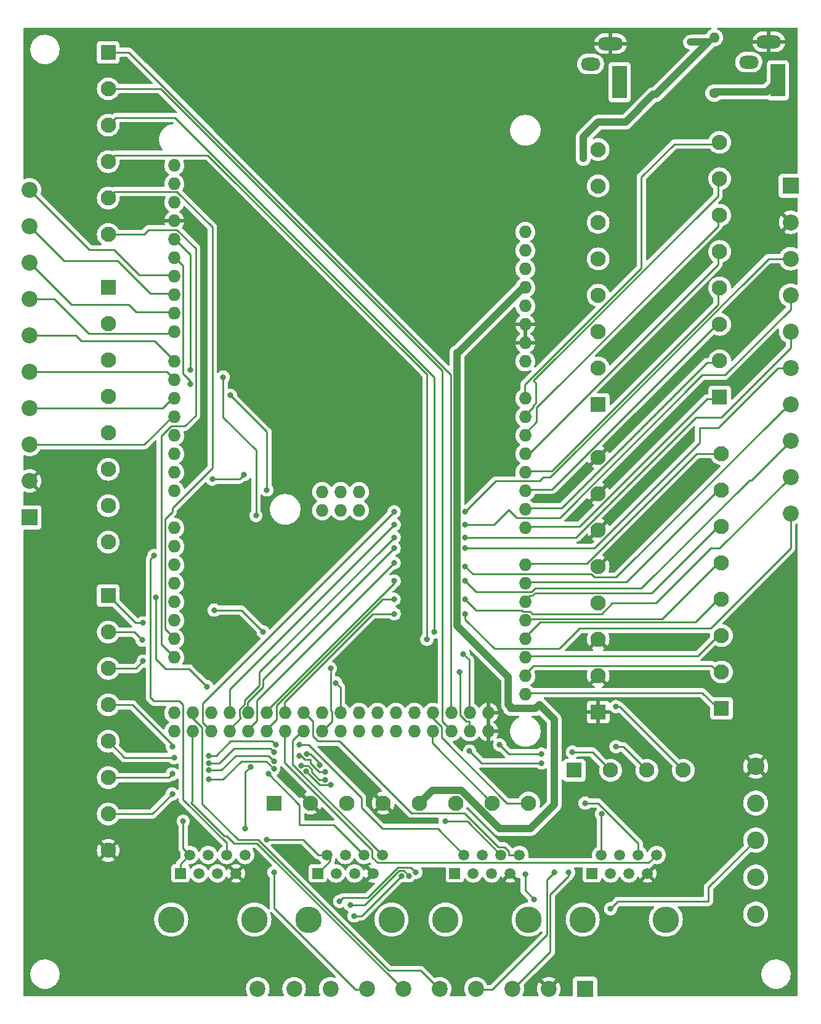
<source format=gbr>
%TF.GenerationSoftware,KiCad,Pcbnew,(6.0.7)*%
%TF.CreationDate,2022-10-05T08:11:46-05:00*%
%TF.ProjectId,FinaleBanger,46696e61-6c65-4426-916e-6765722e6b69,rev?*%
%TF.SameCoordinates,Original*%
%TF.FileFunction,Copper,L2,Bot*%
%TF.FilePolarity,Positive*%
%FSLAX46Y46*%
G04 Gerber Fmt 4.6, Leading zero omitted, Abs format (unit mm)*
G04 Created by KiCad (PCBNEW (6.0.7)) date 2022-10-05 08:11:46*
%MOMM*%
%LPD*%
G01*
G04 APERTURE LIST*
%TA.AperFunction,ComponentPad*%
%ADD10R,2.100000X2.100000*%
%TD*%
%TA.AperFunction,ComponentPad*%
%ADD11C,2.100000*%
%TD*%
%TA.AperFunction,ComponentPad*%
%ADD12R,2.300000X2.300000*%
%TD*%
%TA.AperFunction,ComponentPad*%
%ADD13C,2.200000*%
%TD*%
%TA.AperFunction,WasherPad*%
%ADD14C,3.650000*%
%TD*%
%TA.AperFunction,ComponentPad*%
%ADD15R,1.500000X1.500000*%
%TD*%
%TA.AperFunction,ComponentPad*%
%ADD16C,1.500000*%
%TD*%
%TA.AperFunction,ComponentPad*%
%ADD17R,2.000000X4.500000*%
%TD*%
%TA.AperFunction,ComponentPad*%
%ADD18O,3.500000X1.800000*%
%TD*%
%TA.AperFunction,ComponentPad*%
%ADD19O,2.700000X1.800000*%
%TD*%
%TA.AperFunction,ComponentPad*%
%ADD20C,2.400000*%
%TD*%
%TA.AperFunction,ComponentPad*%
%ADD21C,1.400000*%
%TD*%
%TA.AperFunction,ComponentPad*%
%ADD22O,1.400000X1.400000*%
%TD*%
%TA.AperFunction,ComponentPad*%
%ADD23O,1.727200X1.727200*%
%TD*%
%TA.AperFunction,ViaPad*%
%ADD24C,0.800000*%
%TD*%
%TA.AperFunction,Conductor*%
%ADD25C,0.250000*%
%TD*%
%TA.AperFunction,Conductor*%
%ADD26C,1.000000*%
%TD*%
G04 APERTURE END LIST*
D10*
%TO.P,J1,1,Pin_1*%
%TO.N,+3.3V*%
X134000000Y-129000000D03*
D11*
%TO.P,J1,2,Pin_2*%
%TO.N,GND*%
X139000000Y-129000000D03*
%TO.P,J1,3,Pin_3*%
%TO.N,+3.3V*%
X144000000Y-129000000D03*
%TO.P,J1,4,Pin_4*%
%TO.N,GND*%
X149000000Y-129000000D03*
%TO.P,J1,5,Pin_5*%
%TO.N,+3.3V*%
X154000000Y-129000000D03*
%TO.P,J1,6,Pin_6*%
%TO.N,GND*%
X159000000Y-129000000D03*
%TO.P,J1,7,Pin_7*%
%TO.N,D49*%
X164000000Y-129000000D03*
%TO.P,J1,8,Pin_8*%
%TO.N,D48*%
X169000000Y-129000000D03*
%TD*%
D10*
%TO.P,J9,1,Pin_1*%
%TO.N,Net-(J9-Pad1)*%
X195250000Y-73250000D03*
D11*
%TO.P,J9,2,Pin_2*%
%TO.N,Net-(J9-Pad2)*%
X195250000Y-68250000D03*
%TO.P,J9,3,Pin_3*%
%TO.N,Net-(J9-Pad3)*%
X195250000Y-63250000D03*
%TO.P,J9,4,Pin_4*%
%TO.N,Net-(J9-Pad4)*%
X195250000Y-58250000D03*
%TO.P,J9,5,Pin_5*%
%TO.N,Net-(J9-Pad5)*%
X195250000Y-53250000D03*
%TO.P,J9,6,Pin_6*%
%TO.N,Net-(J9-Pad6)*%
X195250000Y-48250000D03*
%TO.P,J9,7,Pin_7*%
%TO.N,Net-(J9-Pad7)*%
X195250000Y-43250000D03*
%TO.P,J9,8,Pin_8*%
%TO.N,Net-(J9-Pad8)*%
X195250000Y-38250000D03*
%TD*%
D12*
%TO.P,J14,1,Pin_1*%
%TO.N,+12V*%
X205000000Y-44235000D03*
D13*
%TO.P,J14,2,Pin_2*%
%TO.N,GND*%
X205000000Y-49235000D03*
%TO.P,J14,3,Pin_3*%
%TO.N,Net-(J14-Pad3)*%
X205000000Y-54235000D03*
%TO.P,J14,4,Pin_4*%
%TO.N,Net-(J14-Pad4)*%
X205000000Y-59235000D03*
%TO.P,J14,5,Pin_5*%
%TO.N,Net-(J14-Pad5)*%
X205000000Y-64235000D03*
%TO.P,J14,6,Pin_6*%
%TO.N,Net-(J14-Pad6)*%
X205000000Y-69235000D03*
%TO.P,J14,7,Pin_7*%
%TO.N,Net-(J14-Pad7)*%
X205000000Y-74235000D03*
%TO.P,J14,8,Pin_8*%
%TO.N,Net-(J14-Pad8)*%
X205000000Y-79235000D03*
%TO.P,J14,9,Pin_9*%
%TO.N,Net-(J14-Pad9)*%
X205000000Y-84235000D03*
%TO.P,J14,10,Pin_10*%
%TO.N,Net-(J14-Pad10)*%
X205000000Y-89235000D03*
%TD*%
D14*
%TO.P,J2,*%
%TO.N,*%
X187854445Y-145000000D03*
X176424445Y-145000000D03*
D15*
%TO.P,J2,1*%
%TO.N,Net-(J2-Pad1)*%
X177694445Y-138650000D03*
D16*
%TO.P,J2,2*%
X178964445Y-136110000D03*
%TO.P,J2,3*%
%TO.N,Net-(J2-Pad3)*%
X180234445Y-138650000D03*
%TO.P,J2,4*%
%TO.N,+12V*%
X181504445Y-136110000D03*
%TO.P,J2,5*%
X182774445Y-138650000D03*
%TO.P,J2,6*%
%TO.N,Net-(J2-Pad3)*%
X184044445Y-136110000D03*
%TO.P,J2,7*%
%TO.N,GND*%
X185314445Y-138650000D03*
%TO.P,J2,8*%
%TO.N,T-RST_0*%
X186584445Y-136110000D03*
%TD*%
D12*
%TO.P,J13,1,Pin_1*%
%TO.N,+12V*%
X100375000Y-89765000D03*
D13*
%TO.P,J13,2,Pin_2*%
%TO.N,GND*%
X100375000Y-84765000D03*
%TO.P,J13,3,Pin_3*%
%TO.N,Net-(J13-Pad3)*%
X100375000Y-79765000D03*
%TO.P,J13,4,Pin_4*%
%TO.N,Net-(J13-Pad4)*%
X100375000Y-74765000D03*
%TO.P,J13,5,Pin_5*%
%TO.N,Net-(J13-Pad5)*%
X100375000Y-69765000D03*
%TO.P,J13,6,Pin_6*%
%TO.N,Net-(J13-Pad6)*%
X100375000Y-64765000D03*
%TO.P,J13,7,Pin_7*%
%TO.N,Net-(J13-Pad7)*%
X100375000Y-59765000D03*
%TO.P,J13,8,Pin_8*%
%TO.N,Net-(J13-Pad8)*%
X100375000Y-54765000D03*
%TO.P,J13,9,Pin_9*%
%TO.N,Net-(J13-Pad9)*%
X100375000Y-49765000D03*
%TO.P,J13,10,Pin_10*%
%TO.N,Net-(J13-Pad10)*%
X100375000Y-44765000D03*
%TD*%
D14*
%TO.P,J5,*%
%TO.N,*%
X119861112Y-145000000D03*
X131291112Y-145000000D03*
D15*
%TO.P,J5,1*%
%TO.N,Net-(J5-Pad1)*%
X121131112Y-138650000D03*
D16*
%TO.P,J5,2*%
X122401112Y-136110000D03*
%TO.P,J5,3*%
%TO.N,Net-(J5-Pad3)*%
X123671112Y-138650000D03*
%TO.P,J5,4*%
%TO.N,+12V*%
X124941112Y-136110000D03*
%TO.P,J5,5*%
X126211112Y-138650000D03*
%TO.P,J5,6*%
%TO.N,Net-(J5-Pad3)*%
X127481112Y-136110000D03*
%TO.P,J5,7*%
%TO.N,GND*%
X128751112Y-138650000D03*
%TO.P,J5,8*%
%TO.N,T-RST_3*%
X130021112Y-136110000D03*
%TD*%
D12*
%TO.P,J15,1,Pin_1*%
%TO.N,+12V*%
X176750000Y-154500000D03*
D13*
%TO.P,J15,2,Pin_2*%
%TO.N,GND*%
X171750000Y-154500000D03*
%TO.P,J15,3,Pin_3*%
%TO.N,Net-(J15-Pad3)*%
X166750000Y-154500000D03*
%TO.P,J15,4,Pin_4*%
%TO.N,Net-(J15-Pad4)*%
X161750000Y-154500000D03*
%TO.P,J15,5,Pin_5*%
%TO.N,Net-(J15-Pad5)*%
X156750000Y-154500000D03*
%TO.P,J15,6,Pin_6*%
%TO.N,Net-(J15-Pad6)*%
X151750000Y-154500000D03*
%TO.P,J15,7,Pin_7*%
%TO.N,Net-(J15-Pad7)*%
X146750000Y-154500000D03*
%TO.P,J15,8,Pin_8*%
%TO.N,Net-(J15-Pad8)*%
X141750000Y-154500000D03*
%TO.P,J15,9,Pin_9*%
%TO.N,Net-(J15-Pad9)*%
X136750000Y-154500000D03*
%TO.P,J15,10,Pin_10*%
%TO.N,Net-(J15-Pad10)*%
X131750000Y-154500000D03*
%TD*%
D10*
%TO.P,J7,1,Pin_1*%
%TO.N,+5V*%
X111200000Y-58150000D03*
D11*
%TO.P,J7,2,Pin_2*%
X111200000Y-63150000D03*
%TO.P,J7,3,Pin_3*%
X111200000Y-68150000D03*
%TO.P,J7,4,Pin_4*%
X111200000Y-73150000D03*
%TO.P,J7,5,Pin_5*%
X111200000Y-78150000D03*
%TO.P,J7,6,Pin_6*%
X111200000Y-83150000D03*
%TO.P,J7,7,Pin_7*%
X111200000Y-88150000D03*
%TO.P,J7,8,Pin_8*%
X111200000Y-93150000D03*
%TD*%
D17*
%TO.P,J17,1*%
%TO.N,Net-(F1-Pad1)*%
X203250000Y-29750000D03*
D18*
%TO.P,J17,2*%
%TO.N,GND*%
X202000000Y-24450000D03*
D19*
%TO.P,J17,3*%
%TO.N,unconnected-(J17-Pad3)*%
X199250000Y-27250000D03*
%TD*%
D10*
%TO.P,J11,1,Pin_1*%
%TO.N,Net-(J11-Pad1)*%
X111200000Y-25900000D03*
D11*
%TO.P,J11,2,Pin_2*%
%TO.N,Net-(J11-Pad2)*%
X111200000Y-30900000D03*
%TO.P,J11,3,Pin_3*%
%TO.N,Net-(J11-Pad3)*%
X111200000Y-35900000D03*
%TO.P,J11,4,Pin_4*%
%TO.N,Net-(J11-Pad4)*%
X111200000Y-40900000D03*
%TO.P,J11,5,Pin_5*%
%TO.N,SDA*%
X111200000Y-45900000D03*
%TO.P,J11,6,Pin_6*%
%TO.N,SCL*%
X111200000Y-50900000D03*
%TD*%
D10*
%TO.P,J8,1,Pin_1*%
%TO.N,GND*%
X178550000Y-116500000D03*
D11*
%TO.P,J8,2,Pin_2*%
X178550000Y-111500000D03*
%TO.P,J8,3,Pin_3*%
X178550000Y-106500000D03*
%TO.P,J8,4,Pin_4*%
X178550000Y-101500000D03*
%TO.P,J8,5,Pin_5*%
X178550000Y-96500000D03*
%TO.P,J8,6,Pin_6*%
X178550000Y-91500000D03*
%TO.P,J8,7,Pin_7*%
X178550000Y-86500000D03*
%TO.P,J8,8,Pin_8*%
X178550000Y-81500000D03*
%TD*%
D10*
%TO.P,J12,1,Pin_1*%
%TO.N,Net-(J12-Pad1)*%
X111200000Y-100500000D03*
D11*
%TO.P,J12,2,Pin_2*%
%TO.N,Net-(J12-Pad2)*%
X111200000Y-105500000D03*
%TO.P,J12,3,Pin_3*%
%TO.N,Net-(J12-Pad3)*%
X111200000Y-110500000D03*
%TO.P,J12,4,Pin_4*%
%TO.N,Net-(J12-Pad4)*%
X111200000Y-115500000D03*
%TO.P,J12,5,Pin_5*%
%TO.N,Net-(J12-Pad5)*%
X111200000Y-120500000D03*
%TO.P,J12,6,Pin_6*%
%TO.N,Net-(J12-Pad6)*%
X111200000Y-125500000D03*
%TO.P,J12,7,Pin_7*%
%TO.N,Net-(J12-Pad7)*%
X111200000Y-130500000D03*
%TO.P,J12,8,Pin_8*%
%TO.N,GND*%
X111200000Y-135500000D03*
%TD*%
D10*
%TO.P,J6,1,Pin_1*%
%TO.N,+12C*%
X178550000Y-74250000D03*
D11*
%TO.P,J6,2,Pin_2*%
X178550000Y-69250000D03*
%TO.P,J6,3,Pin_3*%
X178550000Y-64250000D03*
%TO.P,J6,4,Pin_4*%
X178550000Y-59250000D03*
%TO.P,J6,5,Pin_5*%
X178550000Y-54250000D03*
%TO.P,J6,6,Pin_6*%
X178550000Y-49250000D03*
%TO.P,J6,7,Pin_7*%
X178550000Y-44250000D03*
%TO.P,J6,8,Pin_8*%
X178550000Y-39250000D03*
%TD*%
D14*
%TO.P,J3,*%
%TO.N,*%
X157570000Y-145000000D03*
X169000000Y-145000000D03*
D15*
%TO.P,J3,1*%
%TO.N,Net-(J3-Pad1)*%
X158840000Y-138650000D03*
D16*
%TO.P,J3,2*%
X160110000Y-136110000D03*
%TO.P,J3,3*%
%TO.N,Net-(J3-Pad3)*%
X161380000Y-138650000D03*
%TO.P,J3,4*%
%TO.N,+12V*%
X162650000Y-136110000D03*
%TO.P,J3,5*%
X163920000Y-138650000D03*
%TO.P,J3,6*%
%TO.N,Net-(J3-Pad3)*%
X165190000Y-136110000D03*
%TO.P,J3,7*%
%TO.N,GND*%
X166460000Y-138650000D03*
%TO.P,J3,8*%
%TO.N,T-RST_1*%
X167730000Y-136110000D03*
%TD*%
D10*
%TO.P,J19,1,Pin_1*%
%TO.N,Net-(J19-Pad1)*%
X175250000Y-124500000D03*
D11*
%TO.P,J19,2,Pin_2*%
%TO.N,Net-(J19-Pad2)*%
X180250000Y-124500000D03*
%TO.P,J19,3,Pin_3*%
%TO.N,Net-(J19-Pad3)*%
X185250000Y-124500000D03*
%TO.P,J19,4,Pin_4*%
%TO.N,Net-(J19-Pad4)*%
X190250000Y-124500000D03*
%TD*%
D10*
%TO.P,J10,1,Pin_1*%
%TO.N,Net-(J10-Pad1)*%
X195500000Y-116000000D03*
D11*
%TO.P,J10,2,Pin_2*%
%TO.N,Net-(J10-Pad2)*%
X195500000Y-111000000D03*
%TO.P,J10,3,Pin_3*%
%TO.N,Net-(J10-Pad3)*%
X195500000Y-106000000D03*
%TO.P,J10,4,Pin_4*%
%TO.N,Net-(J10-Pad4)*%
X195500000Y-101000000D03*
%TO.P,J10,5,Pin_5*%
%TO.N,Net-(J10-Pad5)*%
X195500000Y-96000000D03*
%TO.P,J10,6,Pin_6*%
%TO.N,Net-(J10-Pad6)*%
X195500000Y-91000000D03*
%TO.P,J10,7,Pin_7*%
%TO.N,Net-(J10-Pad7)*%
X195500000Y-86000000D03*
%TO.P,J10,8,Pin_8*%
%TO.N,Net-(J10-Pad8)*%
X195500000Y-81000000D03*
%TD*%
D20*
%TO.P,J18,1,Pin_1*%
%TO.N,GND*%
X200200000Y-123920000D03*
%TO.P,J18,2,Pin_2*%
%TO.N,+12V*%
X200200000Y-129000000D03*
%TO.P,J18,3,Pin_3*%
%TO.N,Net-(J18-Pad3)*%
X200200000Y-134080000D03*
%TO.P,J18,4,Pin_4*%
%TO.N,unconnected-(J18-Pad4)*%
X200200000Y-139160000D03*
%TO.P,J18,5,Pin_5*%
%TO.N,unconnected-(J18-Pad5)*%
X200200000Y-144240000D03*
%TD*%
D17*
%TO.P,J16,1*%
%TO.N,+12V*%
X181500000Y-30000000D03*
D18*
%TO.P,J16,2*%
%TO.N,GND*%
X180250000Y-24700000D03*
D19*
%TO.P,J16,3*%
%TO.N,unconnected-(J16-Pad3)*%
X177500000Y-27500000D03*
%TD*%
D14*
%TO.P,J4,*%
%TO.N,*%
X138715556Y-145000000D03*
X150145556Y-145000000D03*
D15*
%TO.P,J4,1*%
%TO.N,Net-(J4-Pad1)*%
X139985556Y-138650000D03*
D16*
%TO.P,J4,2*%
X141255556Y-136110000D03*
%TO.P,J4,3*%
%TO.N,Net-(J4-Pad3)*%
X142525556Y-138650000D03*
%TO.P,J4,4*%
%TO.N,+12V*%
X143795556Y-136110000D03*
%TO.P,J4,5*%
X145065556Y-138650000D03*
%TO.P,J4,6*%
%TO.N,Net-(J4-Pad3)*%
X146335556Y-136110000D03*
%TO.P,J4,7*%
%TO.N,GND*%
X147605556Y-138650000D03*
%TO.P,J4,8*%
%TO.N,T-RST_2*%
X148875556Y-136110000D03*
%TD*%
D21*
%TO.P,F1,1*%
%TO.N,Net-(F1-Pad1)*%
X194500000Y-31500000D03*
D22*
%TO.P,F1,2*%
%TO.N,+12C*%
X194500000Y-23880000D03*
%TD*%
D23*
%TO.P,XA1,*%
%TO.N,*%
X168542500Y-50565000D03*
%TO.P,XA1,3V3,3.3V*%
%TO.N,+3.3V*%
X168542500Y-58185000D03*
%TO.P,XA1,5V1,5V*%
%TO.N,+5V*%
X168542500Y-60725000D03*
%TO.P,XA1,5V2,SPI_5V*%
%TO.N,unconnected-(XA1-Pad5V2)*%
X140602500Y-88792000D03*
%TO.P,XA1,5V3,5V*%
%TO.N,+5V*%
X120282500Y-116605000D03*
%TO.P,XA1,5V4,5V*%
X120282500Y-119145000D03*
%TO.P,XA1,A0,A0*%
%TO.N,Net-(J9-Pad8)*%
X168542500Y-73425000D03*
%TO.P,XA1,A1,A1*%
%TO.N,Net-(J9-Pad7)*%
X168542500Y-75965000D03*
%TO.P,XA1,A2,A2*%
%TO.N,Net-(J9-Pad6)*%
X168542500Y-78505000D03*
%TO.P,XA1,A3,A3*%
%TO.N,Net-(J9-Pad5)*%
X168542500Y-81045000D03*
%TO.P,XA1,A4,A4*%
%TO.N,Net-(J9-Pad4)*%
X168542500Y-83585000D03*
%TO.P,XA1,A5,A5*%
%TO.N,Net-(J9-Pad3)*%
X168542500Y-86125000D03*
%TO.P,XA1,A6,A6*%
%TO.N,Net-(J9-Pad2)*%
X168542500Y-88665000D03*
%TO.P,XA1,A7,A7*%
%TO.N,Net-(J9-Pad1)*%
X168542500Y-91205000D03*
%TO.P,XA1,A8,A8*%
%TO.N,Net-(J10-Pad8)*%
X168542500Y-96285000D03*
%TO.P,XA1,A9,A9*%
%TO.N,Net-(J10-Pad7)*%
X168542500Y-98825000D03*
%TO.P,XA1,A10,A10*%
%TO.N,Net-(J10-Pad6)*%
X168542500Y-101365000D03*
%TO.P,XA1,A11,A11*%
%TO.N,Net-(J10-Pad5)*%
X168542500Y-103905000D03*
%TO.P,XA1,A12,A12*%
%TO.N,Net-(J10-Pad4)*%
X168542500Y-106445000D03*
%TO.P,XA1,A13,A13*%
%TO.N,Net-(J10-Pad3)*%
X168542500Y-108985000D03*
%TO.P,XA1,A14,A14*%
%TO.N,Net-(J10-Pad2)*%
X168542500Y-111525000D03*
%TO.P,XA1,A15,A15*%
%TO.N,Net-(J10-Pad1)*%
X168542500Y-114065000D03*
%TO.P,XA1,AREF,AREF*%
%TO.N,unconnected-(XA1-PadAREF)*%
X120282500Y-46501000D03*
%TO.P,XA1,D0,D0_RX0*%
%TO.N,Net-(JP7-Pad1)*%
X120282500Y-86125000D03*
%TO.P,XA1,D1,D1_TX0*%
%TO.N,Net-(JP7-Pad3)*%
X120282500Y-83585000D03*
%TO.P,XA1,D2,D2_INT4*%
%TO.N,Net-(J19-Pad3)*%
X120282500Y-81045000D03*
%TO.P,XA1,D3,D3_INT5*%
%TO.N,Net-(J19-Pad4)*%
X120282500Y-78505000D03*
%TO.P,XA1,D4,D4*%
%TO.N,Net-(J13-Pad3)*%
X120282500Y-75965000D03*
%TO.P,XA1,D5,D5*%
%TO.N,Net-(J13-Pad4)*%
X120282500Y-73425000D03*
%TO.P,XA1,D6,D6*%
%TO.N,Net-(J13-Pad5)*%
X120282500Y-70885000D03*
%TO.P,XA1,D7,D7*%
%TO.N,Net-(J13-Pad6)*%
X120282500Y-68345000D03*
%TO.P,XA1,D8,D8*%
%TO.N,Net-(J13-Pad7)*%
X120282500Y-64281000D03*
%TO.P,XA1,D9,D9*%
%TO.N,Net-(J13-Pad8)*%
X120282500Y-61741000D03*
%TO.P,XA1,D10,D10*%
%TO.N,Net-(J13-Pad9)*%
X120282500Y-59201000D03*
%TO.P,XA1,D11,D11*%
%TO.N,Net-(J13-Pad10)*%
X120282500Y-56661000D03*
%TO.P,XA1,D12,D12*%
%TO.N,Net-(J15-Pad3)*%
X120282500Y-54121000D03*
%TO.P,XA1,D13,D13*%
%TO.N,Net-(J15-Pad4)*%
X120282500Y-51581000D03*
%TO.P,XA1,D14,D14_TX3*%
%TO.N,Net-(JP3-Pad3)*%
X120282500Y-91205000D03*
%TO.P,XA1,D15,D15_RX3*%
%TO.N,Net-(JP3-Pad1)*%
X120282500Y-93745000D03*
%TO.P,XA1,D16,D16_TX2*%
%TO.N,Net-(JP5-Pad3)*%
X120282500Y-96285000D03*
%TO.P,XA1,D17,D17_RX2*%
%TO.N,Net-(JP5-Pad1)*%
X120282500Y-98825000D03*
%TO.P,XA1,D18,D18_TX1_INT3*%
%TO.N,Net-(J19-Pad2)*%
X120282500Y-101365000D03*
%TO.P,XA1,D19,D19_RX1_INT2*%
%TO.N,Net-(J19-Pad1)*%
X120282500Y-103905000D03*
%TO.P,XA1,D20,D20_SDA_INT1*%
%TO.N,SDA*%
X120282500Y-106445000D03*
%TO.P,XA1,D21,D21_SCL_INT0*%
%TO.N,SCL*%
X120282500Y-108985000D03*
%TO.P,XA1,D22,D22*%
%TO.N,Net-(J15-Pad5)*%
X122822500Y-116605000D03*
%TO.P,XA1,D23,D23*%
%TO.N,Net-(J15-Pad6)*%
X122822500Y-119145000D03*
%TO.P,XA1,D24,D24*%
%TO.N,Net-(J15-Pad7)*%
X125362500Y-116605000D03*
%TO.P,XA1,D25,D25*%
%TO.N,Net-(J14-Pad3)*%
X125362500Y-119145000D03*
%TO.P,XA1,D26,D26*%
%TO.N,Net-(J14-Pad4)*%
X127902500Y-116605000D03*
%TO.P,XA1,D27,D27*%
%TO.N,Net-(J14-Pad5)*%
X127902500Y-119145000D03*
%TO.P,XA1,D28,D28*%
%TO.N,Net-(J14-Pad6)*%
X130442500Y-116605000D03*
%TO.P,XA1,D29,D29*%
%TO.N,Net-(J14-Pad7)*%
X130442500Y-119145000D03*
%TO.P,XA1,D30,D30*%
%TO.N,Net-(J14-Pad8)*%
X132982500Y-116605000D03*
%TO.P,XA1,D31,D31*%
%TO.N,Net-(J14-Pad9)*%
X132982500Y-119145000D03*
%TO.P,XA1,D32,D32*%
%TO.N,Net-(J14-Pad10)*%
X135522500Y-116605000D03*
%TO.P,XA1,D33,D33*%
%TO.N,T-RST_0*%
X135522500Y-119145000D03*
%TO.P,XA1,D34,D34*%
%TO.N,T-RST_1*%
X138062500Y-116605000D03*
%TO.P,XA1,D35,D35*%
%TO.N,T-RST_2*%
X138062500Y-119145000D03*
%TO.P,XA1,D36,D36*%
%TO.N,T-RST_3*%
X140602500Y-116605000D03*
%TO.P,XA1,D37,D37*%
%TO.N,Net-(J12-Pad1)*%
X140602500Y-119145000D03*
%TO.P,XA1,D38,D38*%
%TO.N,Net-(J12-Pad2)*%
X143142500Y-116605000D03*
%TO.P,XA1,D39,D39*%
%TO.N,Net-(J12-Pad3)*%
X143142500Y-119145000D03*
%TO.P,XA1,D40,D40*%
%TO.N,Net-(J12-Pad4)*%
X145682500Y-116605000D03*
%TO.P,XA1,D41,D41*%
%TO.N,Net-(J12-Pad5)*%
X145682500Y-119145000D03*
%TO.P,XA1,D42,D42*%
%TO.N,Net-(J12-Pad6)*%
X148222500Y-116605000D03*
%TO.P,XA1,D43,D43*%
%TO.N,Net-(J12-Pad7)*%
X148222500Y-119145000D03*
%TO.P,XA1,D44,D44*%
%TO.N,Net-(J15-Pad8)*%
X150762500Y-116605000D03*
%TO.P,XA1,D45,D45*%
%TO.N,Net-(J15-Pad9)*%
X150762500Y-119145000D03*
%TO.P,XA1,D46,D46*%
%TO.N,Net-(J15-Pad10)*%
X153302500Y-116605000D03*
%TO.P,XA1,D47,D47*%
%TO.N,Net-(J18-Pad3)*%
X153302500Y-119145000D03*
%TO.P,XA1,D48,D48*%
%TO.N,D48*%
X155842500Y-116605000D03*
%TO.P,XA1,D49,D49*%
%TO.N,D49*%
X155842500Y-119145000D03*
%TO.P,XA1,D50,D50*%
%TO.N,Net-(J11-Pad1)*%
X158382500Y-116605000D03*
%TO.P,XA1,D51,D51*%
%TO.N,Net-(J11-Pad2)*%
X158382500Y-119145000D03*
%TO.P,XA1,D52,D52*%
%TO.N,Net-(J11-Pad3)*%
X160922500Y-116605000D03*
%TO.P,XA1,D53,D53_SS*%
%TO.N,Net-(J11-Pad4)*%
X160922500Y-119145000D03*
%TO.P,XA1,GND1,GND*%
%TO.N,GND*%
X120282500Y-49041000D03*
%TO.P,XA1,GND2,GND*%
X168542500Y-63265000D03*
%TO.P,XA1,GND3,GND*%
X168542500Y-65805000D03*
%TO.P,XA1,GND4,SPI_GND*%
%TO.N,unconnected-(XA1-PadGND4)*%
X145682500Y-88792000D03*
%TO.P,XA1,GND5,GND*%
%TO.N,GND*%
X163462500Y-116605000D03*
%TO.P,XA1,GND6,GND*%
X163462500Y-119145000D03*
%TO.P,XA1,IORF,IOREF*%
%TO.N,unconnected-(XA1-PadIORF)*%
X168542500Y-53105000D03*
%TO.P,XA1,MISO,SPI_MISO*%
%TO.N,unconnected-(XA1-PadMISO)*%
X140602500Y-86252000D03*
%TO.P,XA1,MOSI,SPI_MOSI*%
%TO.N,unconnected-(XA1-PadMOSI)*%
X143142500Y-88792000D03*
%TO.P,XA1,RST1,RESET*%
%TO.N,unconnected-(XA1-PadRST1)*%
X168542500Y-55645000D03*
%TO.P,XA1,RST2,SPI_RESET*%
%TO.N,unconnected-(XA1-PadRST2)*%
X145682500Y-86252000D03*
%TO.P,XA1,SCK,SPI_SCK*%
%TO.N,unconnected-(XA1-PadSCK)*%
X143142500Y-86252000D03*
%TO.P,XA1,SCL,SCL*%
%TO.N,SCL*%
X120282500Y-41421000D03*
%TO.P,XA1,SDA,SDA*%
%TO.N,SDA*%
X120282500Y-43961000D03*
%TO.P,XA1,VIN,VIN*%
%TO.N,+12V*%
X168542500Y-68345000D03*
%TD*%
D24*
%TO.N,GND*%
X142000000Y-71000000D03*
X164500000Y-125500000D03*
X130500000Y-148500000D03*
X179500000Y-142500000D03*
X163500000Y-143250000D03*
X139500000Y-92500000D03*
X127500000Y-142750000D03*
X142000000Y-141250000D03*
X170500000Y-126000000D03*
X175000000Y-128000000D03*
X136500000Y-136000000D03*
X150500000Y-86000000D03*
%TO.N,Net-(J2-Pad1)*%
X125500000Y-84500000D03*
X179000000Y-130500000D03*
X179000000Y-130500000D03*
X129875000Y-83875000D03*
%TO.N,Net-(J2-Pad3)*%
X176750000Y-129000000D03*
%TO.N,Net-(J3-Pad1)*%
X132500000Y-105500000D03*
X137500000Y-121000000D03*
X125750000Y-102500000D03*
%TO.N,Net-(J3-Pad3)*%
X157500000Y-131500000D03*
%TO.N,Net-(J4-Pad1)*%
X133000000Y-134000000D03*
%TO.N,Net-(J4-Pad3)*%
X133250000Y-125000000D03*
X117750000Y-100750000D03*
X124750000Y-113000000D03*
%TO.N,Net-(J5-Pad1)*%
X121500000Y-131500000D03*
%TO.N,Net-(J5-Pad3)*%
X117500000Y-95000000D03*
%TO.N,T-RST_3*%
X130750000Y-124000000D03*
X130000000Y-132500000D03*
%TO.N,Net-(J11-Pad3)*%
X156000000Y-105500000D03*
X160000000Y-108500000D03*
%TO.N,Net-(J11-Pad4)*%
X155000000Y-106500000D03*
X155000000Y-106500000D03*
X159500000Y-111000000D03*
%TO.N,Net-(J12-Pad1)*%
X141750000Y-110500000D03*
X116000000Y-104250000D03*
%TO.N,Net-(J12-Pad2)*%
X142500000Y-112500000D03*
X115875000Y-106625000D03*
%TO.N,Net-(J12-Pad4)*%
X134250000Y-121000000D03*
X138500000Y-122250000D03*
X140250000Y-123750000D03*
X125000000Y-122500000D03*
X120000000Y-121250000D03*
%TO.N,Net-(J12-Pad5)*%
X134000000Y-122000000D03*
X137436301Y-122525500D03*
X125000000Y-123500000D03*
X141000000Y-124750000D03*
X120250000Y-122750000D03*
%TO.N,Net-(J12-Pad6)*%
X141043245Y-125775500D03*
X137688323Y-123898168D03*
X120000000Y-125000000D03*
X134000000Y-123250000D03*
X125000000Y-124500000D03*
%TO.N,Net-(J12-Pad7)*%
X125000000Y-125750000D03*
X141750000Y-126500000D03*
X133956755Y-124293245D03*
X138395077Y-124604923D03*
X120000000Y-127750000D03*
%TO.N,Net-(J14-Pad3)*%
X150500000Y-89000000D03*
X160250000Y-89000000D03*
%TO.N,Net-(J14-Pad4)*%
X150500000Y-90750000D03*
X150500000Y-90750000D03*
X160250000Y-90750000D03*
%TO.N,Net-(J14-Pad5)*%
X160275500Y-92500000D03*
X150500000Y-92500000D03*
%TO.N,Net-(J14-Pad6)*%
X150500000Y-94000000D03*
X160275500Y-94000000D03*
%TO.N,Net-(J14-Pad7)*%
X150500000Y-96000000D03*
X160275500Y-96500000D03*
%TO.N,Net-(J14-Pad8)*%
X150500000Y-98500000D03*
X160275500Y-98500000D03*
%TO.N,Net-(J14-Pad9)*%
X160275500Y-101000000D03*
X150500000Y-101000000D03*
%TO.N,Net-(J14-Pad10)*%
X150500000Y-103000000D03*
X160275500Y-103000000D03*
%TO.N,Net-(J15-Pad3)*%
X122500000Y-71500000D03*
X133000000Y-86000000D03*
X174500000Y-138500000D03*
X128000000Y-73000000D03*
%TO.N,Net-(J15-Pad4)*%
X127000000Y-70500000D03*
X131500000Y-89500000D03*
X172500000Y-138500000D03*
X122500000Y-69500000D03*
%TO.N,Net-(J15-Pad7)*%
X134000000Y-138500000D03*
%TO.N,Net-(J15-Pad8)*%
X145000000Y-144500000D03*
X151500000Y-139000000D03*
%TO.N,Net-(J15-Pad9)*%
X144500000Y-143000000D03*
X152500000Y-139000000D03*
%TO.N,Net-(J15-Pad10)*%
X143000000Y-142500000D03*
X143000000Y-142500000D03*
X153500000Y-138500000D03*
%TO.N,Net-(J18-Pad3)*%
X180250000Y-143500000D03*
X169750000Y-142250000D03*
X168500000Y-138750000D03*
%TO.N,Net-(J19-Pad1)*%
X170750000Y-123500000D03*
X160875000Y-121875000D03*
%TO.N,Net-(J19-Pad2)*%
X170750000Y-122250000D03*
X165000000Y-121000000D03*
X175000000Y-122000000D03*
%TO.N,Net-(J19-Pad3)*%
X181000000Y-121250000D03*
%TO.N,Net-(J19-Pad4)*%
X181000000Y-115750000D03*
%TO.N,Net-(J12-Pad3)*%
X116000000Y-109500000D03*
%TO.N,+12C*%
X191250000Y-24500000D03*
X176500000Y-38500000D03*
X176500000Y-40500000D03*
X176500000Y-37500000D03*
X176500000Y-39500000D03*
%TD*%
D25*
%TO.N,D48*%
X155760000Y-116380000D02*
X155760000Y-117239065D01*
X157031100Y-119968900D02*
X157000000Y-120000000D01*
X166000000Y-129000000D02*
X169000000Y-129000000D01*
X155760000Y-117239065D02*
X157031100Y-118510165D01*
X157000000Y-120000000D02*
X166000000Y-129000000D01*
X157031100Y-118510165D02*
X157031100Y-119968900D01*
%TO.N,D49*%
X164000000Y-129000000D02*
X155760000Y-120760000D01*
X155760000Y-120760000D02*
X155760000Y-118920000D01*
%TO.N,GND*%
X170000000Y-125500000D02*
X170500000Y-126000000D01*
X164500000Y-125500000D02*
X170000000Y-125500000D01*
D26*
%TO.N,+3.3V*%
X159295000Y-67125000D02*
X168460000Y-57960000D01*
X159750000Y-127250000D02*
X165000000Y-132500000D01*
X154000000Y-129000000D02*
X155750000Y-127250000D01*
X166207366Y-111707366D02*
X159125000Y-104625000D01*
X159125000Y-67125000D02*
X159295000Y-67125000D01*
X169914732Y-116000000D02*
X166500000Y-116000000D01*
X165000000Y-132500000D02*
X169233526Y-132500000D01*
X172500000Y-117500000D02*
X170457366Y-115457366D01*
X169233526Y-132500000D02*
X172500000Y-129233526D01*
X159125000Y-104625000D02*
X159125000Y-67125000D01*
X166207366Y-115457366D02*
X166207366Y-111707366D01*
X166500000Y-115750000D02*
X166207366Y-115457366D01*
X155750000Y-127250000D02*
X159750000Y-127250000D01*
X166500000Y-116000000D02*
X166500000Y-115750000D01*
X170457366Y-115457366D02*
X169914732Y-116000000D01*
X172500000Y-129233526D02*
X172500000Y-117500000D01*
D25*
%TO.N,Net-(J2-Pad1)*%
X178964445Y-130535555D02*
X178964445Y-136110000D01*
X179000000Y-130500000D02*
X178964445Y-130535555D01*
X129875000Y-83875000D02*
X129250000Y-84500000D01*
X129250000Y-84500000D02*
X125500000Y-84500000D01*
%TO.N,Net-(J2-Pad3)*%
X178525305Y-129000000D02*
X184044445Y-134519140D01*
X184044445Y-134519140D02*
X184044445Y-136110000D01*
X176750000Y-129000000D02*
X178525305Y-129000000D01*
%TO.N,T-RST_0*%
X147475136Y-136475136D02*
X147475136Y-135475136D01*
X185509445Y-137185000D02*
X148185000Y-137185000D01*
X147475136Y-135475136D02*
X135440000Y-123440000D01*
X135440000Y-123440000D02*
X135440000Y-118920000D01*
X148185000Y-137185000D02*
X147475136Y-136475136D01*
X186584445Y-136110000D02*
X185509445Y-137185000D01*
%TO.N,Net-(J3-Pad1)*%
X129500000Y-102500000D02*
X132500000Y-105500000D01*
X148863604Y-132500000D02*
X156000000Y-132500000D01*
X125750000Y-102500000D02*
X129500000Y-102500000D01*
X160110000Y-136110000D02*
X156500000Y-132500000D01*
X137500000Y-121000000D02*
X138750000Y-121000000D01*
X146000000Y-129636396D02*
X148863604Y-132500000D01*
X156500000Y-132500000D02*
X156000000Y-132500000D01*
X138750000Y-121000000D02*
X146000000Y-128250000D01*
X146000000Y-128250000D02*
X146000000Y-129636396D01*
%TO.N,Net-(J3-Pad3)*%
X157500000Y-131500000D02*
X160580000Y-131500000D01*
X160580000Y-131500000D02*
X165190000Y-136110000D01*
%TO.N,T-RST_1*%
X165635280Y-135035000D02*
X166265000Y-135664720D01*
X160125000Y-130375000D02*
X164785000Y-135035000D01*
X152875000Y-130375000D02*
X160125000Y-130375000D01*
X143000000Y-120500000D02*
X152875000Y-130375000D01*
X139331400Y-117731400D02*
X139331400Y-119831400D01*
X137980000Y-116380000D02*
X139331400Y-117731400D01*
X166265000Y-136110000D02*
X167730000Y-136110000D01*
X139331400Y-119831400D02*
X140000000Y-120500000D01*
X164785000Y-135035000D02*
X165635280Y-135035000D01*
X140000000Y-120500000D02*
X143000000Y-120500000D01*
X166265000Y-135664720D02*
X166265000Y-136110000D01*
%TO.N,Net-(J4-Pad1)*%
X140110000Y-136110000D02*
X141255556Y-136110000D01*
X138000000Y-134000000D02*
X140110000Y-136110000D01*
X139985556Y-138650000D02*
X141705556Y-136930000D01*
X133000000Y-134000000D02*
X138000000Y-134000000D01*
X141705556Y-136930000D02*
X141705556Y-136560000D01*
X141705556Y-136560000D02*
X141573754Y-136428198D01*
%TO.N,Net-(J4-Pad3)*%
X117750000Y-109250000D02*
X119094999Y-110594999D01*
X119094999Y-110594999D02*
X122344999Y-110594999D01*
X137500000Y-129250000D02*
X137500000Y-132000000D01*
X142225556Y-132000000D02*
X146335556Y-136110000D01*
X122344999Y-110594999D02*
X124750000Y-113000000D01*
X117750000Y-100750000D02*
X117750000Y-109250000D01*
X137500000Y-132000000D02*
X142225556Y-132000000D01*
X133250000Y-125000000D02*
X137500000Y-129250000D01*
%TO.N,T-RST_2*%
X136500000Y-123734444D02*
X136500000Y-120400000D01*
X136500000Y-120400000D02*
X137980000Y-118920000D01*
X148875556Y-136110000D02*
X136500000Y-123734444D01*
%TO.N,Net-(J5-Pad1)*%
X121500000Y-135208888D02*
X122401112Y-136110000D01*
X121500000Y-131500000D02*
X121500000Y-135208888D01*
X121131112Y-138650000D02*
X121131112Y-137380000D01*
X121131112Y-137380000D02*
X122082914Y-136428198D01*
%TO.N,Net-(J5-Pad3)*%
X121000000Y-115000000D02*
X117500000Y-115000000D01*
X127481112Y-134481112D02*
X121500000Y-128500000D01*
X127481112Y-136110000D02*
X127481112Y-134481112D01*
X117000000Y-114545001D02*
X117000000Y-95500000D01*
X121500000Y-115500000D02*
X121000000Y-115000000D01*
X117500000Y-115000000D02*
X117045001Y-114545001D01*
X117045001Y-114545001D02*
X117000000Y-114545001D01*
X117000000Y-95500000D02*
X117500000Y-95000000D01*
X121500000Y-128500000D02*
X121500000Y-115500000D01*
%TO.N,T-RST_3*%
X130750000Y-124000000D02*
X130000000Y-124750000D01*
X130000000Y-124750000D02*
X130000000Y-132500000D01*
%TO.N,Net-(J9-Pad1)*%
X176014544Y-90980000D02*
X193494544Y-73500000D01*
X193494544Y-73500000D02*
X195000000Y-73500000D01*
X168460000Y-90980000D02*
X176014544Y-90980000D01*
%TO.N,Net-(J9-Pad2)*%
X173554544Y-88440000D02*
X193494544Y-68500000D01*
X193494544Y-68500000D02*
X195000000Y-68500000D01*
X168460000Y-88440000D02*
X173554544Y-88440000D01*
%TO.N,Net-(J9-Pad3)*%
X168460000Y-85900000D02*
X172205456Y-85900000D01*
X194605456Y-63500000D02*
X195000000Y-63500000D01*
X172205456Y-85900000D02*
X194605456Y-63500000D01*
%TO.N,Net-(J9-Pad4)*%
X195000000Y-60550000D02*
X195000000Y-58500000D01*
X168460000Y-83360000D02*
X172190000Y-83360000D01*
X172190000Y-83360000D02*
X195000000Y-60550000D01*
%TO.N,Net-(J9-Pad5)*%
X195000000Y-55000000D02*
X195000000Y-53500000D01*
X169180000Y-80820000D02*
X195000000Y-55000000D01*
X168460000Y-80820000D02*
X169180000Y-80820000D01*
%TO.N,Net-(J9-Pad6)*%
X195000000Y-49744544D02*
X195000000Y-48500000D01*
X170098600Y-76641400D02*
X170098600Y-74645944D01*
X170098600Y-74645944D02*
X195000000Y-49744544D01*
X168460000Y-78280000D02*
X170098600Y-76641400D01*
%TO.N,Net-(J9-Pad7)*%
X169600000Y-74400000D02*
X169600000Y-74600000D01*
X169648600Y-70987796D02*
X170000000Y-71339196D01*
X168460000Y-75740000D02*
X169600000Y-74600000D01*
X170000000Y-71339196D02*
X170000000Y-74000000D01*
X170000000Y-74000000D02*
X169600000Y-74400000D01*
X169648600Y-70987796D02*
X195000000Y-45636396D01*
X195000000Y-45636396D02*
X195000000Y-43500000D01*
%TO.N,Net-(J9-Pad8)*%
X168460000Y-73200000D02*
X168460000Y-71540000D01*
X168460000Y-71540000D02*
X184500000Y-55500000D01*
X184500000Y-55500000D02*
X184500000Y-43000000D01*
X184500000Y-43000000D02*
X189000000Y-38500000D01*
X189000000Y-38500000D02*
X195000000Y-38500000D01*
%TO.N,Net-(J10-Pad1)*%
X168460000Y-113840000D02*
X192840000Y-113840000D01*
X192840000Y-113840000D02*
X195000000Y-116000000D01*
%TO.N,Net-(J10-Pad2)*%
X169635000Y-110125000D02*
X194125000Y-110125000D01*
X168460000Y-111300000D02*
X169635000Y-110125000D01*
X194125000Y-110125000D02*
X195000000Y-111000000D01*
%TO.N,Net-(J10-Pad3)*%
X168460000Y-108760000D02*
X192240000Y-108760000D01*
X192240000Y-108760000D02*
X195000000Y-106000000D01*
%TO.N,Net-(J10-Pad4)*%
X168460000Y-106220000D02*
X170550000Y-104130000D01*
X191870000Y-104130000D02*
X195000000Y-101000000D01*
X170550000Y-104130000D02*
X191870000Y-104130000D01*
%TO.N,Net-(J10-Pad5)*%
X168460000Y-103680000D02*
X187320000Y-103680000D01*
X187320000Y-103680000D02*
X195000000Y-96000000D01*
%TO.N,Net-(J10-Pad6)*%
X169875000Y-100125000D02*
X185875000Y-100125000D01*
X168460000Y-101140000D02*
X169100000Y-100500000D01*
X185875000Y-100125000D02*
X195000000Y-91000000D01*
X169100000Y-100500000D02*
X169500000Y-100500000D01*
X169500000Y-100500000D02*
X169875000Y-100125000D01*
%TO.N,Net-(J10-Pad7)*%
X168460000Y-98600000D02*
X182400000Y-98600000D01*
X182400000Y-98600000D02*
X195000000Y-86000000D01*
%TO.N,Net-(J10-Pad8)*%
X177045456Y-96060000D02*
X192105456Y-81000000D01*
X168460000Y-96060000D02*
X177045456Y-96060000D01*
X192105456Y-81000000D02*
X195000000Y-81000000D01*
%TO.N,Net-(J11-Pad1)*%
X158300000Y-70153854D02*
X158300000Y-116380000D01*
X114046146Y-25900000D02*
X158300000Y-70153854D01*
X111200000Y-25900000D02*
X114046146Y-25900000D01*
%TO.N,Net-(J11-Pad2)*%
X157111400Y-117731400D02*
X158300000Y-118920000D01*
X157111400Y-69601650D02*
X157111400Y-117731400D01*
X111200000Y-30900000D02*
X118409750Y-30900000D01*
X118409750Y-30900000D02*
X157111400Y-69601650D01*
%TO.N,Net-(J11-Pad3)*%
X160000000Y-108500000D02*
X160840000Y-109340000D01*
X156000000Y-70500000D02*
X156000000Y-105500000D01*
X112250000Y-34850000D02*
X120350000Y-34850000D01*
X111200000Y-35900000D02*
X112250000Y-34850000D01*
X160840000Y-109340000D02*
X160840000Y-116380000D01*
X120350000Y-34850000D02*
X156000000Y-70500000D01*
%TO.N,Net-(J11-Pad4)*%
X155000000Y-70136396D02*
X124871004Y-40007400D01*
X160430165Y-117793600D02*
X159571100Y-116934535D01*
X160840000Y-117793600D02*
X160430165Y-117793600D01*
X112092600Y-40007400D02*
X111200000Y-40900000D01*
X159571100Y-116934535D02*
X159571100Y-111071100D01*
X155000000Y-106500000D02*
X155000000Y-70136396D01*
X159571100Y-111071100D02*
X159500000Y-111000000D01*
X124871004Y-40007400D02*
X112092600Y-40007400D01*
X160840000Y-118920000D02*
X160840000Y-117793600D01*
%TO.N,SDA*%
X119011400Y-89988600D02*
X120000000Y-89000000D01*
X112100000Y-45000000D02*
X111200000Y-45900000D01*
X120000000Y-88500000D02*
X125500000Y-83000000D01*
X120604935Y-45000000D02*
X112100000Y-45000000D01*
X120000000Y-89000000D02*
X120000000Y-88500000D01*
X125500000Y-83000000D02*
X125500000Y-49895065D01*
X119011400Y-105031400D02*
X119011400Y-89988600D01*
X125500000Y-49895065D02*
X120604935Y-45000000D01*
X120200000Y-106220000D02*
X119011400Y-105031400D01*
%TO.N,SCL*%
X120282500Y-108985000D02*
X118500000Y-107202500D01*
X123225000Y-75775000D02*
X123225000Y-52842565D01*
X116750000Y-50250000D02*
X116100000Y-50900000D01*
X120632435Y-50250000D02*
X116750000Y-50250000D01*
X118500000Y-78606565D02*
X119856565Y-77250000D01*
X119856565Y-77250000D02*
X121750000Y-77250000D01*
X121750000Y-77250000D02*
X123225000Y-75775000D01*
X116100000Y-50900000D02*
X111200000Y-50900000D01*
X118500000Y-107202500D02*
X118500000Y-78606565D01*
X123225000Y-52842565D02*
X120632435Y-50250000D01*
%TO.N,Net-(J12-Pad1)*%
X141750000Y-116250000D02*
X141953900Y-116453900D01*
X114950000Y-104250000D02*
X116000000Y-104250000D01*
X141953900Y-116453900D02*
X141953900Y-117793600D01*
X141953900Y-117793600D02*
X140602500Y-119145000D01*
X111200000Y-100500000D02*
X114950000Y-104250000D01*
X141750000Y-110500000D02*
X141750000Y-116250000D01*
%TO.N,Net-(J12-Pad2)*%
X114750000Y-105500000D02*
X115875000Y-106625000D01*
X142500000Y-112500000D02*
X143142500Y-113142500D01*
X111200000Y-105500000D02*
X114750000Y-105500000D01*
X143142500Y-113142500D02*
X143142500Y-116605000D01*
%TO.N,Net-(J12-Pad4)*%
X120000000Y-121250000D02*
X120000000Y-121000000D01*
X138500000Y-122250000D02*
X138977208Y-122250000D01*
X125000000Y-122500000D02*
X126000000Y-122500000D01*
X114500000Y-115500000D02*
X111200000Y-115500000D01*
X133750000Y-120500000D02*
X134250000Y-121000000D01*
X128000000Y-120500000D02*
X133750000Y-120500000D01*
X120000000Y-121000000D02*
X114500000Y-115500000D01*
X140250000Y-123522792D02*
X140250000Y-123750000D01*
X138977208Y-122250000D02*
X140250000Y-123522792D01*
X126000000Y-122500000D02*
X128000000Y-120500000D01*
%TO.N,Net-(J12-Pad5)*%
X113450000Y-122750000D02*
X120250000Y-122750000D01*
X111200000Y-120500000D02*
X113450000Y-122750000D01*
X126500000Y-123500000D02*
X128500000Y-121500000D01*
X138224695Y-123000000D02*
X139000000Y-123000000D01*
X137436301Y-122525500D02*
X137750195Y-122525500D01*
X139000000Y-123000000D02*
X139000000Y-123548145D01*
X128500000Y-121500000D02*
X133500000Y-121500000D01*
X140201855Y-124750000D02*
X141000000Y-124750000D01*
X139000000Y-123548145D02*
X140201855Y-124750000D01*
X137750195Y-122525500D02*
X138224695Y-123000000D01*
X133500000Y-121500000D02*
X134000000Y-122000000D01*
X125000000Y-123500000D02*
X126500000Y-123500000D01*
%TO.N,Net-(J12-Pad6)*%
X119500000Y-125500000D02*
X120000000Y-125000000D01*
X126750000Y-124500000D02*
X128750000Y-122500000D01*
X133250000Y-122500000D02*
X134000000Y-123250000D01*
X125000000Y-124500000D02*
X126750000Y-124500000D01*
X137706568Y-123879923D02*
X137688323Y-123898168D01*
X140202050Y-125775500D02*
X139120077Y-124693527D01*
X141043245Y-125775500D02*
X140202050Y-125775500D01*
X111200000Y-125500000D02*
X119500000Y-125500000D01*
X139120077Y-124693527D02*
X139120077Y-124304618D01*
X139120077Y-124304618D02*
X138695382Y-123879923D01*
X128750000Y-122500000D02*
X133250000Y-122500000D01*
X138695382Y-123879923D02*
X137706568Y-123879923D01*
%TO.N,Net-(J12-Pad7)*%
X138395077Y-124604923D02*
X140290154Y-126500000D01*
X129475000Y-123275000D02*
X127000000Y-125750000D01*
X140290154Y-126500000D02*
X141750000Y-126500000D01*
X132938510Y-123275000D02*
X129475000Y-123275000D01*
X111200000Y-130500000D02*
X117250000Y-130500000D01*
X117250000Y-130500000D02*
X120000000Y-127750000D01*
X127000000Y-125750000D02*
X125000000Y-125750000D01*
X133956755Y-124293245D02*
X132938510Y-123275000D01*
%TO.N,Net-(J13-Pad3)*%
X116175000Y-79765000D02*
X120200000Y-75740000D01*
X100375000Y-79765000D02*
X116175000Y-79765000D01*
%TO.N,Net-(J13-Pad4)*%
X118635000Y-74765000D02*
X120200000Y-73200000D01*
X100375000Y-74765000D02*
X118635000Y-74765000D01*
%TO.N,Net-(J13-Pad5)*%
X119305000Y-69765000D02*
X120200000Y-70660000D01*
X100375000Y-69765000D02*
X119305000Y-69765000D01*
%TO.N,Net-(J13-Pad6)*%
X117580000Y-65500000D02*
X120200000Y-68120000D01*
X100375000Y-64765000D02*
X106765000Y-64765000D01*
X106765000Y-64765000D02*
X107500000Y-65500000D01*
X107500000Y-65500000D02*
X117580000Y-65500000D01*
%TO.N,Net-(J13-Pad7)*%
X119731000Y-64525000D02*
X120200000Y-64056000D01*
X103765000Y-59765000D02*
X108525000Y-64525000D01*
X100375000Y-59765000D02*
X103765000Y-59765000D01*
X108525000Y-64525000D02*
X119731000Y-64525000D01*
%TO.N,Net-(J13-Pad8)*%
X115016000Y-61516000D02*
X120200000Y-61516000D01*
X114000000Y-60500000D02*
X115016000Y-61516000D01*
X106110000Y-60500000D02*
X114000000Y-60500000D01*
X100375000Y-54765000D02*
X106110000Y-60500000D01*
%TO.N,Net-(J13-Pad9)*%
X112500000Y-54500000D02*
X116976000Y-58976000D01*
X105110000Y-54500000D02*
X112500000Y-54500000D01*
X116976000Y-58976000D02*
X120200000Y-58976000D01*
X100375000Y-49765000D02*
X105110000Y-54500000D01*
%TO.N,Net-(J13-Pad10)*%
X112000000Y-53000000D02*
X115436000Y-56436000D01*
X108610000Y-53000000D02*
X112000000Y-53000000D01*
X100375000Y-44765000D02*
X108610000Y-53000000D01*
X115436000Y-56436000D02*
X120200000Y-56436000D01*
%TO.N,Net-(J14-Pad3)*%
X124173900Y-115326100D02*
X150500000Y-89000000D01*
X170476400Y-84773600D02*
X171000000Y-84250000D01*
X171936396Y-84250000D02*
X201951396Y-54235000D01*
X125362500Y-119145000D02*
X124173900Y-117956400D01*
X171000000Y-84250000D02*
X171936396Y-84250000D01*
X201951396Y-54235000D02*
X205000000Y-54235000D01*
X164476400Y-84773600D02*
X170476400Y-84773600D01*
X160250000Y-89000000D02*
X164476400Y-84773600D01*
X124173900Y-117956400D02*
X124173900Y-115326100D01*
%TO.N,Net-(J14-Pad4)*%
X173251856Y-89853600D02*
X192877591Y-70227865D01*
X127902500Y-116605000D02*
X127902500Y-113347500D01*
X166250000Y-88750000D02*
X167353600Y-89853600D01*
X160250000Y-90750000D02*
X164250000Y-90750000D01*
X205000000Y-61172866D02*
X205000000Y-59235000D01*
X167353600Y-89853600D02*
X173251856Y-89853600D01*
X127902500Y-113347500D02*
X150500000Y-90750000D01*
X164250000Y-90750000D02*
X166250000Y-88750000D01*
X192877591Y-70227865D02*
X195945001Y-70227865D01*
X195945001Y-70227865D02*
X205000000Y-61172866D01*
%TO.N,Net-(J14-Pad5)*%
X192000000Y-76000000D02*
X195500000Y-76000000D01*
X131998600Y-112837796D02*
X129910000Y-114926396D01*
X195500000Y-76000000D02*
X205000000Y-66500000D01*
X175500000Y-92500000D02*
X192000000Y-76000000D01*
X129253900Y-117097335D02*
X129448282Y-117291718D01*
X160275500Y-92500000D02*
X175500000Y-92500000D01*
X129910000Y-114926396D02*
X129910000Y-115456565D01*
X129910000Y-115456565D02*
X129253900Y-116112665D01*
X205000000Y-66500000D02*
X205000000Y-64235000D01*
X150500000Y-92500000D02*
X131998600Y-111001400D01*
X131998600Y-111001400D02*
X131998600Y-112837796D01*
X129448282Y-117291718D02*
X127820000Y-118920000D01*
X129253900Y-116112665D02*
X129253900Y-117097335D01*
%TO.N,Net-(J14-Pad6)*%
X130360000Y-115112792D02*
X130360000Y-116380000D01*
X132448600Y-113024192D02*
X130360000Y-115112792D01*
X195000000Y-77500000D02*
X203265000Y-69235000D01*
X150500000Y-94000000D02*
X132448600Y-112051400D01*
X192500000Y-79500000D02*
X192500000Y-77500000D01*
X192500000Y-77500000D02*
X195000000Y-77500000D01*
X132448600Y-112051400D02*
X132448600Y-113024192D01*
X203265000Y-69235000D02*
X205000000Y-69235000D01*
X178000000Y-94000000D02*
X192500000Y-79500000D01*
X160275500Y-94000000D02*
X178000000Y-94000000D01*
%TO.N,Net-(J14-Pad7)*%
X131647036Y-114852964D02*
X131647036Y-117647036D01*
X161341286Y-97565786D02*
X177565786Y-97565786D01*
X131632964Y-117647036D02*
X130360000Y-118920000D01*
X178000000Y-98000000D02*
X181000000Y-98000000D01*
X160275500Y-96500000D02*
X161341286Y-97565786D01*
X131647036Y-117647036D02*
X131632964Y-117647036D01*
X177565786Y-97565786D02*
X178000000Y-98000000D01*
X150500000Y-96000000D02*
X131647036Y-114852964D01*
X204000000Y-75000000D02*
X204235000Y-75000000D01*
X181000000Y-98000000D02*
X204000000Y-75000000D01*
X204235000Y-75000000D02*
X205000000Y-74235000D01*
%TO.N,Net-(J14-Pad8)*%
X150500000Y-98500000D02*
X150500000Y-98780000D01*
X168013600Y-100013600D02*
X169350004Y-100013600D01*
X160275500Y-98500000D02*
X161726900Y-99951400D01*
X169863604Y-99500000D02*
X184500000Y-99500000D01*
X184500000Y-99500000D02*
X199375000Y-84625000D01*
X199375000Y-84625000D02*
X199610000Y-84625000D01*
X199610000Y-84625000D02*
X205000000Y-79235000D01*
X161726900Y-99951400D02*
X167951400Y-99951400D01*
X150500000Y-98780000D02*
X132900000Y-116380000D01*
X167951400Y-99951400D02*
X168013600Y-100013600D01*
X169350004Y-100013600D02*
X169863604Y-99500000D01*
%TO.N,Net-(J14-Pad9)*%
X160275500Y-101000000D02*
X161766900Y-102491400D01*
X180500000Y-101500000D02*
X186500000Y-101500000D01*
X194000000Y-94000000D02*
X195235000Y-94000000D01*
X134333900Y-117486100D02*
X132900000Y-118920000D01*
X179000000Y-103000000D02*
X180500000Y-101500000D01*
X150500000Y-101000000D02*
X148916396Y-101000000D01*
X169460935Y-103000000D02*
X179000000Y-103000000D01*
X195235000Y-94000000D02*
X205000000Y-84235000D01*
X148916396Y-101000000D02*
X134333900Y-115582496D01*
X186500000Y-101500000D02*
X194000000Y-94000000D01*
X169177335Y-102716400D02*
X169460935Y-103000000D01*
X161766900Y-102491400D02*
X167991400Y-102491400D01*
X168216400Y-102716400D02*
X169177335Y-102716400D01*
X167991400Y-102491400D02*
X168216400Y-102716400D01*
X134333900Y-115582496D02*
X134333900Y-117486100D01*
%TO.N,Net-(J14-Pad10)*%
X164270786Y-107770786D02*
X173229214Y-107770786D01*
X135440000Y-115112792D02*
X135440000Y-116380000D01*
X160275500Y-103775500D02*
X164270786Y-107770786D01*
X176000000Y-105000000D02*
X194000000Y-105000000D01*
X194000000Y-105000000D02*
X205000000Y-94000000D01*
X147552792Y-103000000D02*
X135440000Y-115112792D01*
X173229214Y-107770786D02*
X176000000Y-105000000D01*
X160275500Y-103000000D02*
X160275500Y-103775500D01*
X150500000Y-103000000D02*
X147552792Y-103000000D01*
X205000000Y-94000000D02*
X205000000Y-89235000D01*
%TO.N,Net-(J15-Pad3)*%
X120200000Y-53896000D02*
X121500000Y-55196000D01*
X133000000Y-78000000D02*
X133000000Y-86000000D01*
X121500000Y-55196000D02*
X121500000Y-70000000D01*
X128000000Y-73000000D02*
X133000000Y-78000000D01*
X171969850Y-149420150D02*
X171969850Y-141530150D01*
X121500000Y-70000000D02*
X122500000Y-71000000D01*
X166765000Y-154625000D02*
X171969850Y-149420150D01*
X122500000Y-71000000D02*
X122500000Y-71500000D01*
X174500000Y-139000000D02*
X174500000Y-138500000D01*
X171969850Y-141530150D02*
X174500000Y-139000000D01*
%TO.N,Net-(J15-Pad4)*%
X171500000Y-139500000D02*
X171500000Y-144000000D01*
X171500000Y-144000000D02*
X171519850Y-144019850D01*
X163994851Y-154625000D02*
X161765000Y-154625000D01*
X171519850Y-144019850D02*
X171519850Y-147100001D01*
X127000000Y-70500000D02*
X127000000Y-76000000D01*
X171519850Y-147100001D02*
X163994851Y-154625000D01*
X120200000Y-51356000D02*
X122500000Y-53656000D01*
X172500000Y-138500000D02*
X171500000Y-139500000D01*
X122500000Y-53656000D02*
X122500000Y-69500000D01*
X127000000Y-76000000D02*
X131500000Y-80500000D01*
X131500000Y-80500000D02*
X131500000Y-89500000D01*
%TO.N,Net-(J15-Pad5)*%
X154140000Y-152000000D02*
X156765000Y-154625000D01*
X131826396Y-134050000D02*
X149776396Y-152000000D01*
X122740000Y-116380000D02*
X122740000Y-117239065D01*
X124091400Y-118590465D02*
X124091400Y-129091400D01*
X129050000Y-134050000D02*
X131826396Y-134050000D01*
X124091400Y-129091400D02*
X129050000Y-134050000D01*
X149776396Y-152000000D02*
X154140000Y-152000000D01*
X122740000Y-117239065D02*
X124091400Y-118590465D01*
%TO.N,Net-(J15-Pad6)*%
X127136396Y-133500000D02*
X127500000Y-133500000D01*
X122740000Y-128760000D02*
X122568198Y-128931802D01*
X128500000Y-134500000D02*
X131640000Y-134500000D01*
X122740000Y-118920000D02*
X122740000Y-128760000D01*
X122568198Y-128931802D02*
X127136396Y-133500000D01*
X127500000Y-133500000D02*
X128500000Y-134500000D01*
X131640000Y-134500000D02*
X151765000Y-154625000D01*
%TO.N,Net-(J15-Pad7)*%
X145209366Y-154625000D02*
X134000000Y-143415634D01*
X134000000Y-143415634D02*
X134000000Y-138500000D01*
X146765000Y-154625000D02*
X145209366Y-154625000D01*
%TO.N,Net-(J15-Pad8)*%
X146000000Y-144500000D02*
X145000000Y-144500000D01*
X151500000Y-139000000D02*
X146000000Y-144500000D01*
%TO.N,Net-(J15-Pad9)*%
X146474695Y-143000000D02*
X144500000Y-143000000D01*
X151800305Y-138275000D02*
X151199695Y-138275000D01*
X151199695Y-138275000D02*
X146474695Y-143000000D01*
X152500000Y-138974695D02*
X151800305Y-138275000D01*
X152500000Y-139000000D02*
X152500000Y-138974695D01*
%TO.N,Net-(J15-Pad10)*%
X143500000Y-142000000D02*
X143000000Y-142500000D01*
X152825000Y-137825000D02*
X151013299Y-137825000D01*
X151013299Y-137825000D02*
X146838299Y-142000000D01*
X153500000Y-138500000D02*
X152825000Y-137825000D01*
X146838299Y-142000000D02*
X143500000Y-142000000D01*
%TO.N,Net-(J18-Pad3)*%
X168500000Y-138750000D02*
X168500000Y-141000000D01*
X180250000Y-143500000D02*
X181250000Y-142500000D01*
X193700000Y-140580000D02*
X200200000Y-134080000D01*
X181250000Y-142500000D02*
X193700000Y-142500000D01*
X193700000Y-142500000D02*
X193700000Y-140580000D01*
X168500000Y-141000000D02*
X169750000Y-142250000D01*
%TO.N,Net-(J19-Pad1)*%
X160875000Y-121875000D02*
X162500000Y-123500000D01*
X162500000Y-123500000D02*
X170750000Y-123500000D01*
%TO.N,Net-(J19-Pad2)*%
X165000000Y-121000000D02*
X166250000Y-122250000D01*
X177750000Y-122000000D02*
X180250000Y-124500000D01*
X166250000Y-122250000D02*
X170750000Y-122250000D01*
X175000000Y-122000000D02*
X177750000Y-122000000D01*
%TO.N,Net-(J19-Pad3)*%
X182000000Y-121250000D02*
X185250000Y-124500000D01*
X181000000Y-121250000D02*
X182000000Y-121250000D01*
%TO.N,Net-(J19-Pad4)*%
X181500000Y-115750000D02*
X190250000Y-124500000D01*
X181000000Y-115750000D02*
X181500000Y-115750000D01*
%TO.N,Net-(J12-Pad3)*%
X115000000Y-110500000D02*
X116000000Y-109500000D01*
X111200000Y-110500000D02*
X115000000Y-110500000D01*
D26*
%TO.N,+12C*%
X186490000Y-31700000D02*
X186100000Y-31700000D01*
X176500000Y-37500000D02*
X176500000Y-40500000D01*
X193690000Y-24500000D02*
X186490000Y-31700000D01*
X191250000Y-24500000D02*
X193690000Y-24500000D01*
X182300000Y-35500000D02*
X178500000Y-35500000D01*
X178500000Y-35500000D02*
X176500000Y-37500000D01*
X186100000Y-31700000D02*
X182300000Y-35500000D01*
%TO.N,Net-(F1-Pad1)*%
X194500000Y-31310000D02*
X201690000Y-31310000D01*
X201690000Y-31310000D02*
X203250000Y-29750000D01*
%TD*%
%TA.AperFunction,Conductor*%
%TO.N,GND*%
G36*
X205935875Y-90634376D02*
G01*
X205981208Y-90689015D01*
X205991500Y-90738891D01*
X205991500Y-155365500D01*
X205971498Y-155433621D01*
X205917842Y-155480114D01*
X205865500Y-155491500D01*
X178534500Y-155491500D01*
X178466379Y-155471498D01*
X178419886Y-155417842D01*
X178408500Y-155365500D01*
X178408500Y-153301866D01*
X178401745Y-153239684D01*
X178350615Y-153103295D01*
X178263261Y-152986739D01*
X178146705Y-152899385D01*
X178010316Y-152848255D01*
X177948134Y-152841500D01*
X175551866Y-152841500D01*
X175489684Y-152848255D01*
X175353295Y-152899385D01*
X175236739Y-152986739D01*
X175149385Y-153103295D01*
X175098255Y-153239684D01*
X175091500Y-153301866D01*
X175091500Y-155365500D01*
X175071498Y-155433621D01*
X175017842Y-155480114D01*
X174965500Y-155491500D01*
X173253305Y-155491500D01*
X173185184Y-155471498D01*
X173138691Y-155417842D01*
X173128587Y-155347568D01*
X173145872Y-155299665D01*
X173184583Y-155236494D01*
X173189064Y-155227700D01*
X173282134Y-155003009D01*
X173285183Y-154993624D01*
X173341959Y-154757137D01*
X173343502Y-154747390D01*
X173362584Y-154504930D01*
X173362584Y-154495070D01*
X173343502Y-154252610D01*
X173341959Y-154242863D01*
X173285183Y-154006376D01*
X173282134Y-153996991D01*
X173189064Y-153772300D01*
X173184583Y-153763506D01*
X173065287Y-153568833D01*
X173054830Y-153559373D01*
X173046054Y-153563156D01*
X171839095Y-154770115D01*
X171776783Y-154804141D01*
X171705968Y-154799076D01*
X171660905Y-154770115D01*
X170456990Y-153566200D01*
X170444610Y-153559440D01*
X170436960Y-153565167D01*
X170315417Y-153763506D01*
X170310936Y-153772300D01*
X170217866Y-153996991D01*
X170214817Y-154006376D01*
X170158041Y-154242863D01*
X170156498Y-154252610D01*
X170137416Y-154495070D01*
X170137416Y-154504930D01*
X170156498Y-154747390D01*
X170158041Y-154757137D01*
X170214817Y-154993624D01*
X170217866Y-155003009D01*
X170310936Y-155227700D01*
X170315417Y-155236494D01*
X170354128Y-155299665D01*
X170372666Y-155368199D01*
X170351209Y-155435876D01*
X170296570Y-155481209D01*
X170246695Y-155491500D01*
X168253891Y-155491500D01*
X168185770Y-155471498D01*
X168139277Y-155417842D01*
X168129173Y-155347568D01*
X168146459Y-155299665D01*
X168185025Y-155236732D01*
X168185031Y-155236721D01*
X168187616Y-155232502D01*
X168190720Y-155225010D01*
X168282611Y-155003164D01*
X168282612Y-155003162D01*
X168284505Y-154998591D01*
X168343609Y-154752403D01*
X168363474Y-154500000D01*
X168343609Y-154247597D01*
X168300975Y-154070012D01*
X168304522Y-153999106D01*
X168334399Y-153951505D01*
X169090734Y-153195170D01*
X170809373Y-153195170D01*
X170813156Y-153203946D01*
X171737188Y-154127978D01*
X171751132Y-154135592D01*
X171752965Y-154135461D01*
X171759580Y-154131210D01*
X172683800Y-153206990D01*
X172690560Y-153194610D01*
X172684833Y-153186960D01*
X172486494Y-153065417D01*
X172477700Y-153060936D01*
X172253009Y-152967866D01*
X172243624Y-152964817D01*
X172007137Y-152908041D01*
X171997390Y-152906498D01*
X171754930Y-152887416D01*
X171745070Y-152887416D01*
X171502610Y-152906498D01*
X171492863Y-152908041D01*
X171256376Y-152964817D01*
X171246991Y-152967866D01*
X171022300Y-153060936D01*
X171013506Y-153065417D01*
X170818833Y-153184713D01*
X170809373Y-153195170D01*
X169090734Y-153195170D01*
X169856171Y-152429733D01*
X200987822Y-152429733D01*
X200987975Y-152434121D01*
X200987975Y-152434127D01*
X200996717Y-152684452D01*
X200997625Y-152710458D01*
X200998387Y-152714781D01*
X200998388Y-152714788D01*
X201021772Y-152847402D01*
X201046402Y-152987087D01*
X201133203Y-153254235D01*
X201256340Y-153506702D01*
X201258795Y-153510341D01*
X201258798Y-153510347D01*
X201331890Y-153618710D01*
X201413415Y-153739576D01*
X201416360Y-153742847D01*
X201416361Y-153742848D01*
X201442880Y-153772300D01*
X201601371Y-153948322D01*
X201604733Y-153951143D01*
X201604734Y-153951144D01*
X201649397Y-153988621D01*
X201816550Y-154128879D01*
X202054764Y-154277731D01*
X202311375Y-154391982D01*
X202581390Y-154469407D01*
X202585740Y-154470018D01*
X202585743Y-154470019D01*
X202688690Y-154484487D01*
X202859552Y-154508500D01*
X203070146Y-154508500D01*
X203072332Y-154508347D01*
X203072336Y-154508347D01*
X203275827Y-154494118D01*
X203275832Y-154494117D01*
X203280212Y-154493811D01*
X203554970Y-154435409D01*
X203559099Y-154433906D01*
X203559103Y-154433905D01*
X203814781Y-154340846D01*
X203814785Y-154340844D01*
X203818926Y-154339337D01*
X204066942Y-154207464D01*
X204171897Y-154131210D01*
X204290629Y-154044947D01*
X204290632Y-154044944D01*
X204294192Y-154042358D01*
X204331453Y-154006376D01*
X204413325Y-153927313D01*
X204496252Y-153847231D01*
X204669188Y-153625882D01*
X204671384Y-153622078D01*
X204671389Y-153622071D01*
X204807435Y-153386431D01*
X204809636Y-153382619D01*
X204914862Y-153122176D01*
X204930131Y-153060936D01*
X204981753Y-152853893D01*
X204981754Y-152853888D01*
X204982817Y-152849624D01*
X204989475Y-152786283D01*
X205011719Y-152574636D01*
X205011719Y-152574633D01*
X205012178Y-152570267D01*
X205002375Y-152289542D01*
X204978608Y-152154749D01*
X204954360Y-152017236D01*
X204953598Y-152012913D01*
X204866797Y-151745765D01*
X204743660Y-151493298D01*
X204741205Y-151489659D01*
X204741202Y-151489653D01*
X204633241Y-151329595D01*
X204586585Y-151260424D01*
X204398629Y-151051678D01*
X204183450Y-150871121D01*
X203945236Y-150722269D01*
X203688625Y-150608018D01*
X203418610Y-150530593D01*
X203414260Y-150529982D01*
X203414257Y-150529981D01*
X203311310Y-150515513D01*
X203140448Y-150491500D01*
X202929854Y-150491500D01*
X202927668Y-150491653D01*
X202927664Y-150491653D01*
X202724173Y-150505882D01*
X202724168Y-150505883D01*
X202719788Y-150506189D01*
X202445030Y-150564591D01*
X202440901Y-150566094D01*
X202440897Y-150566095D01*
X202185219Y-150659154D01*
X202185215Y-150659156D01*
X202181074Y-150660663D01*
X201933058Y-150792536D01*
X201929499Y-150795122D01*
X201929497Y-150795123D01*
X201824895Y-150871121D01*
X201705808Y-150957642D01*
X201503748Y-151152769D01*
X201419639Y-151260424D01*
X201337201Y-151365941D01*
X201330812Y-151374118D01*
X201328616Y-151377922D01*
X201328611Y-151377929D01*
X201232960Y-151543602D01*
X201190364Y-151617381D01*
X201085138Y-151877824D01*
X201084073Y-151882097D01*
X201084072Y-151882099D01*
X201050379Y-152017236D01*
X201017183Y-152150376D01*
X200987822Y-152429733D01*
X169856171Y-152429733D01*
X172362097Y-149923807D01*
X172370387Y-149916263D01*
X172376868Y-149912150D01*
X172423509Y-149862482D01*
X172426263Y-149859641D01*
X172445984Y-149839920D01*
X172448462Y-149836725D01*
X172456168Y-149827703D01*
X172481008Y-149801251D01*
X172486436Y-149795471D01*
X172496196Y-149777718D01*
X172507049Y-149761195D01*
X172514603Y-149751456D01*
X172519463Y-149745191D01*
X172537026Y-149704607D01*
X172542233Y-149693977D01*
X172563545Y-149655210D01*
X172565516Y-149647533D01*
X172565518Y-149647528D01*
X172568582Y-149635592D01*
X172574988Y-149616880D01*
X172579884Y-149605567D01*
X172583031Y-149598295D01*
X172589947Y-149554631D01*
X172592354Y-149543010D01*
X172601378Y-149507861D01*
X172601378Y-149507860D01*
X172603350Y-149500180D01*
X172603350Y-149479919D01*
X172604901Y-149460208D01*
X172606829Y-149448035D01*
X172608069Y-149440207D01*
X172603909Y-149396196D01*
X172603350Y-149384339D01*
X172603350Y-145000000D01*
X174085938Y-145000000D01*
X174086208Y-145004119D01*
X174105195Y-145293803D01*
X174105944Y-145305236D01*
X174106746Y-145309269D01*
X174106747Y-145309275D01*
X174137729Y-145465031D01*
X174165621Y-145605250D01*
X174166948Y-145609159D01*
X174166949Y-145609163D01*
X174172692Y-145626082D01*
X174263946Y-145894908D01*
X174265769Y-145898604D01*
X174265772Y-145898612D01*
X174374548Y-146119184D01*
X174399239Y-146169253D01*
X174569183Y-146423593D01*
X174571897Y-146426687D01*
X174571901Y-146426693D01*
X174725478Y-146601813D01*
X174770871Y-146653574D01*
X174773960Y-146656283D01*
X174997752Y-146852544D01*
X174997758Y-146852548D01*
X175000852Y-146855262D01*
X175004278Y-146857551D01*
X175004283Y-146857555D01*
X175251756Y-147022911D01*
X175255191Y-147025206D01*
X175258894Y-147027032D01*
X175525833Y-147158673D01*
X175525841Y-147158676D01*
X175529537Y-147160499D01*
X175533451Y-147161828D01*
X175533452Y-147161828D01*
X175815282Y-147257496D01*
X175815286Y-147257497D01*
X175819195Y-147258824D01*
X175823239Y-147259628D01*
X175823245Y-147259630D01*
X176115170Y-147317698D01*
X176115176Y-147317699D01*
X176119209Y-147318501D01*
X176123314Y-147318770D01*
X176123321Y-147318771D01*
X176420326Y-147338237D01*
X176424445Y-147338507D01*
X176428564Y-147338237D01*
X176725569Y-147318771D01*
X176725576Y-147318770D01*
X176729681Y-147318501D01*
X176733714Y-147317699D01*
X176733720Y-147317698D01*
X177025645Y-147259630D01*
X177025651Y-147259628D01*
X177029695Y-147258824D01*
X177033604Y-147257497D01*
X177033608Y-147257496D01*
X177315438Y-147161828D01*
X177315439Y-147161828D01*
X177319353Y-147160499D01*
X177323049Y-147158676D01*
X177323057Y-147158673D01*
X177589996Y-147027032D01*
X177593699Y-147025206D01*
X177597134Y-147022911D01*
X177844607Y-146857555D01*
X177844612Y-146857551D01*
X177848038Y-146855262D01*
X177851132Y-146852548D01*
X177851138Y-146852544D01*
X178074930Y-146656283D01*
X178078019Y-146653574D01*
X178123412Y-146601813D01*
X178276989Y-146426693D01*
X178276993Y-146426687D01*
X178279707Y-146423593D01*
X178449651Y-146169253D01*
X178474342Y-146119184D01*
X178583118Y-145898612D01*
X178583121Y-145898604D01*
X178584944Y-145894908D01*
X178676198Y-145626082D01*
X178681941Y-145609163D01*
X178681942Y-145609159D01*
X178683269Y-145605250D01*
X178711161Y-145465031D01*
X178742143Y-145309275D01*
X178742144Y-145309269D01*
X178742946Y-145305236D01*
X178743696Y-145293803D01*
X178762682Y-145004119D01*
X178762952Y-145000000D01*
X178758525Y-144932449D01*
X178743216Y-144698876D01*
X178743215Y-144698869D01*
X178742946Y-144694764D01*
X178733794Y-144648750D01*
X178684075Y-144398800D01*
X178684073Y-144398794D01*
X178683269Y-144394750D01*
X178661177Y-144329667D01*
X178586273Y-144109007D01*
X178586272Y-144109005D01*
X178584944Y-144105092D01*
X178583121Y-144101396D01*
X178583118Y-144101388D01*
X178451477Y-143834450D01*
X178449651Y-143830747D01*
X178279707Y-143576407D01*
X178276993Y-143573313D01*
X178276989Y-143573307D01*
X178212700Y-143500000D01*
X179336496Y-143500000D01*
X179356458Y-143689928D01*
X179415473Y-143871556D01*
X179510960Y-144036944D01*
X179515378Y-144041851D01*
X179515379Y-144041852D01*
X179572317Y-144105088D01*
X179638747Y-144178866D01*
X179793248Y-144291118D01*
X179799276Y-144293802D01*
X179799278Y-144293803D01*
X179886863Y-144332798D01*
X179967712Y-144368794D01*
X180061112Y-144388647D01*
X180148056Y-144407128D01*
X180148061Y-144407128D01*
X180154513Y-144408500D01*
X180345487Y-144408500D01*
X180351939Y-144407128D01*
X180351944Y-144407128D01*
X180438888Y-144388647D01*
X180532288Y-144368794D01*
X180613137Y-144332798D01*
X180700722Y-144293803D01*
X180700724Y-144293802D01*
X180706752Y-144291118D01*
X180861253Y-144178866D01*
X180927683Y-144105088D01*
X180984621Y-144041852D01*
X180984622Y-144041851D01*
X180989040Y-144036944D01*
X181084527Y-143871556D01*
X181143542Y-143689928D01*
X181160907Y-143524706D01*
X181187920Y-143459050D01*
X181197122Y-143448782D01*
X181475499Y-143170405D01*
X181537811Y-143136379D01*
X181564594Y-143133500D01*
X186109987Y-143133500D01*
X186178108Y-143153502D01*
X186224601Y-143207158D01*
X186234705Y-143277432D01*
X186205211Y-143342012D01*
X186202127Y-143345325D01*
X186200871Y-143346426D01*
X186198162Y-143349515D01*
X186001901Y-143573307D01*
X186001897Y-143573313D01*
X185999183Y-143576407D01*
X185829239Y-143830747D01*
X185827413Y-143834450D01*
X185695772Y-144101388D01*
X185695769Y-144101396D01*
X185693946Y-144105092D01*
X185692618Y-144109005D01*
X185692617Y-144109007D01*
X185617714Y-144329667D01*
X185595621Y-144394750D01*
X185594817Y-144398794D01*
X185594815Y-144398800D01*
X185545097Y-144648750D01*
X185535944Y-144694764D01*
X185535675Y-144698869D01*
X185535674Y-144698876D01*
X185520365Y-144932449D01*
X185515938Y-145000000D01*
X185516208Y-145004119D01*
X185535195Y-145293803D01*
X185535944Y-145305236D01*
X185536746Y-145309269D01*
X185536747Y-145309275D01*
X185567729Y-145465031D01*
X185595621Y-145605250D01*
X185596948Y-145609159D01*
X185596949Y-145609163D01*
X185602692Y-145626082D01*
X185693946Y-145894908D01*
X185695769Y-145898604D01*
X185695772Y-145898612D01*
X185804548Y-146119184D01*
X185829239Y-146169253D01*
X185999183Y-146423593D01*
X186001897Y-146426687D01*
X186001901Y-146426693D01*
X186155478Y-146601813D01*
X186200871Y-146653574D01*
X186203960Y-146656283D01*
X186427752Y-146852544D01*
X186427758Y-146852548D01*
X186430852Y-146855262D01*
X186434278Y-146857551D01*
X186434283Y-146857555D01*
X186681756Y-147022911D01*
X186685191Y-147025206D01*
X186688894Y-147027032D01*
X186955833Y-147158673D01*
X186955841Y-147158676D01*
X186959537Y-147160499D01*
X186963451Y-147161828D01*
X186963452Y-147161828D01*
X187245282Y-147257496D01*
X187245286Y-147257497D01*
X187249195Y-147258824D01*
X187253239Y-147259628D01*
X187253245Y-147259630D01*
X187545170Y-147317698D01*
X187545176Y-147317699D01*
X187549209Y-147318501D01*
X187553314Y-147318770D01*
X187553321Y-147318771D01*
X187850326Y-147338237D01*
X187854445Y-147338507D01*
X187858564Y-147338237D01*
X188155569Y-147318771D01*
X188155576Y-147318770D01*
X188159681Y-147318501D01*
X188163714Y-147317699D01*
X188163720Y-147317698D01*
X188455645Y-147259630D01*
X188455651Y-147259628D01*
X188459695Y-147258824D01*
X188463604Y-147257497D01*
X188463608Y-147257496D01*
X188745438Y-147161828D01*
X188745439Y-147161828D01*
X188749353Y-147160499D01*
X188753049Y-147158676D01*
X188753057Y-147158673D01*
X189019996Y-147027032D01*
X189023699Y-147025206D01*
X189027134Y-147022911D01*
X189274607Y-146857555D01*
X189274612Y-146857551D01*
X189278038Y-146855262D01*
X189281132Y-146852548D01*
X189281138Y-146852544D01*
X189504930Y-146656283D01*
X189508019Y-146653574D01*
X189553412Y-146601813D01*
X189706989Y-146426693D01*
X189706993Y-146426687D01*
X189709707Y-146423593D01*
X189879651Y-146169253D01*
X189904342Y-146119184D01*
X190013118Y-145898612D01*
X190013121Y-145898604D01*
X190014944Y-145894908D01*
X190106198Y-145626082D01*
X190111941Y-145609163D01*
X190111942Y-145609159D01*
X190113269Y-145605250D01*
X190141161Y-145465031D01*
X190172143Y-145309275D01*
X190172144Y-145309269D01*
X190172946Y-145305236D01*
X190173696Y-145293803D01*
X190192682Y-145004119D01*
X190192952Y-145000000D01*
X190188525Y-144932449D01*
X190173216Y-144698876D01*
X190173215Y-144698869D01*
X190172946Y-144694764D01*
X190163794Y-144648750D01*
X190114075Y-144398800D01*
X190114073Y-144398794D01*
X190113269Y-144394750D01*
X190091177Y-144329667D01*
X190045515Y-144195151D01*
X198487296Y-144195151D01*
X198499480Y-144448798D01*
X198500393Y-144453386D01*
X198547444Y-144689928D01*
X198549021Y-144697857D01*
X198550600Y-144702255D01*
X198550602Y-144702262D01*
X198632870Y-144931395D01*
X198634831Y-144936858D01*
X198637048Y-144940984D01*
X198742881Y-145137949D01*
X198755025Y-145160551D01*
X198757820Y-145164294D01*
X198757822Y-145164297D01*
X198904171Y-145360282D01*
X198904176Y-145360288D01*
X198906963Y-145364020D01*
X198910272Y-145367300D01*
X198910277Y-145367306D01*
X199008859Y-145465031D01*
X199087307Y-145542797D01*
X199091069Y-145545555D01*
X199091072Y-145545558D01*
X199172482Y-145605250D01*
X199292094Y-145692953D01*
X199296229Y-145695129D01*
X199296233Y-145695131D01*
X199414289Y-145757243D01*
X199516827Y-145811191D01*
X199651160Y-145858102D01*
X199745346Y-145890993D01*
X199756568Y-145894912D01*
X200006050Y-145942278D01*
X200126532Y-145947011D01*
X200255125Y-145952064D01*
X200255130Y-145952064D01*
X200259793Y-145952247D01*
X200358774Y-145941407D01*
X200507569Y-145925112D01*
X200507575Y-145925111D01*
X200512222Y-145924602D01*
X200621680Y-145895784D01*
X200753273Y-145861138D01*
X200757793Y-145859948D01*
X200876353Y-145809011D01*
X200986807Y-145761557D01*
X200986810Y-145761555D01*
X200991110Y-145759708D01*
X200995090Y-145757245D01*
X200995094Y-145757243D01*
X201203064Y-145628547D01*
X201203066Y-145628545D01*
X201207047Y-145626082D01*
X201305428Y-145542797D01*
X201397289Y-145465031D01*
X201397291Y-145465029D01*
X201400862Y-145462006D01*
X201568295Y-145271084D01*
X201630771Y-145173955D01*
X201689929Y-145081983D01*
X201705669Y-145057512D01*
X201809967Y-144825980D01*
X201878896Y-144581575D01*
X201902148Y-144398800D01*
X201910545Y-144332798D01*
X201910545Y-144332792D01*
X201910943Y-144329667D01*
X201911285Y-144316635D01*
X201913208Y-144243160D01*
X201913291Y-144240000D01*
X201903557Y-144109007D01*
X201894818Y-143991411D01*
X201894817Y-143991407D01*
X201894472Y-143986759D01*
X201888503Y-143960377D01*
X201839459Y-143743639D01*
X201838428Y-143739082D01*
X201821816Y-143696365D01*
X201748084Y-143506762D01*
X201748083Y-143506760D01*
X201746391Y-143502409D01*
X201725235Y-143465394D01*
X201622702Y-143285997D01*
X201622700Y-143285995D01*
X201620383Y-143281940D01*
X201463171Y-143082517D01*
X201360805Y-142986221D01*
X201281610Y-142911722D01*
X201281608Y-142911720D01*
X201278209Y-142908523D01*
X201204900Y-142857667D01*
X201073393Y-142766437D01*
X201073390Y-142766435D01*
X201069561Y-142763779D01*
X201065384Y-142761719D01*
X201065377Y-142761715D01*
X200845996Y-142653528D01*
X200845992Y-142653527D01*
X200841810Y-142651464D01*
X200599960Y-142574047D01*
X200595355Y-142573297D01*
X200353935Y-142533980D01*
X200353934Y-142533980D01*
X200349323Y-142533229D01*
X200222364Y-142531567D01*
X200100083Y-142529966D01*
X200100080Y-142529966D01*
X200095406Y-142529905D01*
X199843787Y-142564149D01*
X199599993Y-142635208D01*
X199369380Y-142741522D01*
X199365471Y-142744085D01*
X199160928Y-142878189D01*
X199160923Y-142878193D01*
X199157015Y-142880755D01*
X199117224Y-142916270D01*
X198976521Y-143041852D01*
X198967562Y-143049848D01*
X198805183Y-143245087D01*
X198673447Y-143462182D01*
X198671638Y-143466496D01*
X198671637Y-143466498D01*
X198580956Y-143682749D01*
X198575246Y-143696365D01*
X198512738Y-143942490D01*
X198487296Y-144195151D01*
X190045515Y-144195151D01*
X190016273Y-144109007D01*
X190016272Y-144109005D01*
X190014944Y-144105092D01*
X190013121Y-144101396D01*
X190013118Y-144101388D01*
X189881477Y-143834450D01*
X189879651Y-143830747D01*
X189709707Y-143576407D01*
X189706993Y-143573313D01*
X189706989Y-143573307D01*
X189510728Y-143349515D01*
X189508019Y-143346426D01*
X189508428Y-143346067D01*
X189475782Y-143286283D01*
X189480847Y-143215468D01*
X189523394Y-143158632D01*
X189589914Y-143133821D01*
X189598903Y-143133500D01*
X193628207Y-143133500D01*
X193651816Y-143135732D01*
X193652119Y-143135790D01*
X193652123Y-143135790D01*
X193659906Y-143137275D01*
X193715951Y-143133749D01*
X193723862Y-143133500D01*
X193739856Y-143133500D01*
X193755730Y-143131494D01*
X193763590Y-143130752D01*
X193791049Y-143129024D01*
X193811737Y-143127723D01*
X193811738Y-143127723D01*
X193819650Y-143127225D01*
X193827191Y-143124775D01*
X193827487Y-143124679D01*
X193850631Y-143119506D01*
X193850935Y-143119468D01*
X193850940Y-143119467D01*
X193858797Y-143118474D01*
X193866162Y-143115558D01*
X193866166Y-143115557D01*
X193911011Y-143097801D01*
X193918430Y-143095129D01*
X193971875Y-143077764D01*
X193978572Y-143073514D01*
X193978831Y-143073350D01*
X193999958Y-143062585D01*
X194000246Y-143062471D01*
X194000251Y-143062468D01*
X194007617Y-143059552D01*
X194014025Y-143054896D01*
X194014031Y-143054893D01*
X194053052Y-143026542D01*
X194059589Y-143022099D01*
X194107018Y-142992000D01*
X194112659Y-142985993D01*
X194130446Y-142970312D01*
X194130691Y-142970134D01*
X194130693Y-142970132D01*
X194137107Y-142965472D01*
X194143166Y-142958148D01*
X194172903Y-142922204D01*
X194178134Y-142916270D01*
X194211158Y-142881102D01*
X194211160Y-142881099D01*
X194216586Y-142875321D01*
X194220558Y-142868097D01*
X194233881Y-142848494D01*
X194234080Y-142848254D01*
X194234084Y-142848247D01*
X194239133Y-142842144D01*
X194257741Y-142802600D01*
X194263047Y-142791324D01*
X194266629Y-142784292D01*
X194293695Y-142735060D01*
X194295665Y-142727385D01*
X194295668Y-142727379D01*
X194295744Y-142727081D01*
X194303776Y-142704772D01*
X194303906Y-142704497D01*
X194303909Y-142704489D01*
X194307283Y-142697318D01*
X194317806Y-142642151D01*
X194319532Y-142634429D01*
X194319671Y-142633891D01*
X194333500Y-142580030D01*
X194333500Y-142571793D01*
X194335732Y-142548184D01*
X194335790Y-142547881D01*
X194335790Y-142547877D01*
X194337275Y-142540094D01*
X194333749Y-142484049D01*
X194333500Y-142476138D01*
X194333500Y-140894594D01*
X194353502Y-140826473D01*
X194370405Y-140805499D01*
X196060753Y-139115151D01*
X198487296Y-139115151D01*
X198487520Y-139119817D01*
X198487520Y-139119822D01*
X198492118Y-139215537D01*
X198499480Y-139368798D01*
X198511236Y-139427899D01*
X198533903Y-139541852D01*
X198549021Y-139617857D01*
X198550600Y-139622255D01*
X198550602Y-139622262D01*
X198611228Y-139791118D01*
X198634831Y-139856858D01*
X198637048Y-139860984D01*
X198752767Y-140076348D01*
X198755025Y-140080551D01*
X198757820Y-140084294D01*
X198757822Y-140084297D01*
X198904171Y-140280282D01*
X198904176Y-140280288D01*
X198906963Y-140284020D01*
X198910272Y-140287300D01*
X198910277Y-140287306D01*
X199075799Y-140451389D01*
X199087307Y-140462797D01*
X199091069Y-140465555D01*
X199091072Y-140465558D01*
X199179154Y-140530142D01*
X199292094Y-140612953D01*
X199296229Y-140615129D01*
X199296233Y-140615131D01*
X199297541Y-140615819D01*
X199516827Y-140731191D01*
X199756568Y-140814912D01*
X200006050Y-140862278D01*
X200126532Y-140867011D01*
X200255125Y-140872064D01*
X200255130Y-140872064D01*
X200259793Y-140872247D01*
X200358774Y-140861407D01*
X200507569Y-140845112D01*
X200507575Y-140845111D01*
X200512222Y-140844602D01*
X200621680Y-140815784D01*
X200753273Y-140781138D01*
X200757793Y-140779948D01*
X200876353Y-140729011D01*
X200986807Y-140681557D01*
X200986810Y-140681555D01*
X200991110Y-140679708D01*
X200995090Y-140677245D01*
X200995094Y-140677243D01*
X201203064Y-140548547D01*
X201203066Y-140548545D01*
X201207047Y-140546082D01*
X201305428Y-140462797D01*
X201397289Y-140385031D01*
X201397291Y-140385029D01*
X201400862Y-140382006D01*
X201568295Y-140191084D01*
X201578388Y-140175394D01*
X201703141Y-139981442D01*
X201705669Y-139977512D01*
X201809967Y-139745980D01*
X201878896Y-139501575D01*
X201895458Y-139371389D01*
X201910545Y-139252798D01*
X201910545Y-139252792D01*
X201910943Y-139249667D01*
X201911326Y-139235060D01*
X201912899Y-139174959D01*
X201913291Y-139160000D01*
X201908271Y-139092449D01*
X201894818Y-138911411D01*
X201894817Y-138911407D01*
X201894472Y-138906759D01*
X201892686Y-138898862D01*
X201839459Y-138663639D01*
X201838428Y-138659082D01*
X201836050Y-138652966D01*
X201748084Y-138426762D01*
X201748083Y-138426760D01*
X201746391Y-138422409D01*
X201724855Y-138384729D01*
X201622702Y-138205997D01*
X201622700Y-138205995D01*
X201620383Y-138201940D01*
X201463171Y-138002517D01*
X201379625Y-137923925D01*
X201281610Y-137831722D01*
X201281608Y-137831720D01*
X201278209Y-137828523D01*
X201173176Y-137755659D01*
X201073393Y-137686437D01*
X201073390Y-137686435D01*
X201069561Y-137683779D01*
X201065384Y-137681719D01*
X201065377Y-137681715D01*
X200845996Y-137573528D01*
X200845992Y-137573527D01*
X200841810Y-137571464D01*
X200599960Y-137494047D01*
X200595355Y-137493297D01*
X200353935Y-137453980D01*
X200353934Y-137453980D01*
X200349323Y-137453229D01*
X200222364Y-137451567D01*
X200100083Y-137449966D01*
X200100080Y-137449966D01*
X200095406Y-137449905D01*
X199843787Y-137484149D01*
X199599993Y-137555208D01*
X199369380Y-137661522D01*
X199365471Y-137664085D01*
X199160928Y-137798189D01*
X199160923Y-137798193D01*
X199157015Y-137800755D01*
X199094350Y-137856686D01*
X198973580Y-137964477D01*
X198967562Y-137969848D01*
X198805183Y-138165087D01*
X198673447Y-138382182D01*
X198671638Y-138386496D01*
X198671637Y-138386498D01*
X198596100Y-138566635D01*
X198575246Y-138616365D01*
X198512738Y-138862490D01*
X198487296Y-139115151D01*
X196060753Y-139115151D01*
X199466728Y-135709176D01*
X199529040Y-135675150D01*
X199597364Y-135679316D01*
X199752151Y-135733370D01*
X199752157Y-135733372D01*
X199756568Y-135734912D01*
X200006050Y-135782278D01*
X200126532Y-135787011D01*
X200255125Y-135792064D01*
X200255130Y-135792064D01*
X200259793Y-135792247D01*
X200358774Y-135781407D01*
X200507569Y-135765112D01*
X200507575Y-135765111D01*
X200512222Y-135764602D01*
X200621680Y-135735784D01*
X200753273Y-135701138D01*
X200757793Y-135699948D01*
X200917649Y-135631269D01*
X200986807Y-135601557D01*
X200986810Y-135601555D01*
X200991110Y-135599708D01*
X200995090Y-135597245D01*
X200995094Y-135597243D01*
X201203064Y-135468547D01*
X201203066Y-135468545D01*
X201207047Y-135466082D01*
X201268192Y-135414319D01*
X201397289Y-135305031D01*
X201397291Y-135305029D01*
X201400862Y-135302006D01*
X201568295Y-135111084D01*
X201574654Y-135101199D01*
X201703141Y-134901442D01*
X201705669Y-134897512D01*
X201809967Y-134665980D01*
X201878896Y-134421575D01*
X201897777Y-134273157D01*
X201910545Y-134172798D01*
X201910545Y-134172792D01*
X201910943Y-134169667D01*
X201911044Y-134165832D01*
X201912503Y-134110107D01*
X201913291Y-134080000D01*
X201894472Y-133826759D01*
X201838428Y-133579082D01*
X201825702Y-133546357D01*
X201748084Y-133346762D01*
X201748083Y-133346760D01*
X201746391Y-133342409D01*
X201742602Y-133335779D01*
X201622702Y-133125997D01*
X201622700Y-133125995D01*
X201620383Y-133121940D01*
X201463171Y-132922517D01*
X201278209Y-132748523D01*
X201141237Y-132653502D01*
X201073393Y-132606437D01*
X201073390Y-132606435D01*
X201069561Y-132603779D01*
X201065384Y-132601719D01*
X201065377Y-132601715D01*
X200845996Y-132493528D01*
X200845992Y-132493527D01*
X200841810Y-132491464D01*
X200599960Y-132414047D01*
X200590123Y-132412445D01*
X200353935Y-132373980D01*
X200353934Y-132373980D01*
X200349323Y-132373229D01*
X200222365Y-132371567D01*
X200100083Y-132369966D01*
X200100080Y-132369966D01*
X200095406Y-132369905D01*
X199843787Y-132404149D01*
X199839301Y-132405457D01*
X199839299Y-132405457D01*
X199814590Y-132412659D01*
X199599993Y-132475208D01*
X199595740Y-132477168D01*
X199595739Y-132477169D01*
X199560254Y-132493528D01*
X199369380Y-132581522D01*
X199365471Y-132584085D01*
X199160928Y-132718189D01*
X199160923Y-132718193D01*
X199157015Y-132720755D01*
X198967562Y-132889848D01*
X198805183Y-133085087D01*
X198673447Y-133302182D01*
X198671638Y-133306496D01*
X198671637Y-133306498D01*
X198579312Y-133526669D01*
X198575246Y-133536365D01*
X198574095Y-133540897D01*
X198574094Y-133540900D01*
X198573049Y-133545016D01*
X198512738Y-133782490D01*
X198487296Y-134035151D01*
X198487520Y-134039817D01*
X198487520Y-134039822D01*
X198491057Y-134113457D01*
X198499480Y-134288798D01*
X198500393Y-134293386D01*
X198545154Y-134518414D01*
X198549021Y-134537857D01*
X198550600Y-134542255D01*
X198550602Y-134542262D01*
X198600547Y-134681369D01*
X198604741Y-134752241D01*
X198571054Y-134813041D01*
X193307747Y-140076348D01*
X193299461Y-140083888D01*
X193292982Y-140088000D01*
X193287557Y-140093777D01*
X193246357Y-140137651D01*
X193243602Y-140140493D01*
X193223865Y-140160230D01*
X193221385Y-140163427D01*
X193213682Y-140172447D01*
X193183414Y-140204679D01*
X193179595Y-140211625D01*
X193179593Y-140211628D01*
X193173652Y-140222434D01*
X193162801Y-140238953D01*
X193150386Y-140254959D01*
X193147241Y-140262228D01*
X193147238Y-140262232D01*
X193132826Y-140295537D01*
X193127609Y-140306187D01*
X193106305Y-140344940D01*
X193104334Y-140352615D01*
X193104334Y-140352616D01*
X193101267Y-140364562D01*
X193094863Y-140383266D01*
X193086819Y-140401855D01*
X193085580Y-140409678D01*
X193085577Y-140409688D01*
X193079901Y-140445524D01*
X193077495Y-140457144D01*
X193066500Y-140499970D01*
X193066500Y-140520224D01*
X193064949Y-140539934D01*
X193061780Y-140559943D01*
X193062526Y-140567835D01*
X193065941Y-140603961D01*
X193066500Y-140615819D01*
X193066500Y-141740500D01*
X193046498Y-141808621D01*
X192992842Y-141855114D01*
X192940500Y-141866500D01*
X181328768Y-141866500D01*
X181317585Y-141865973D01*
X181310092Y-141864298D01*
X181302166Y-141864547D01*
X181302165Y-141864547D01*
X181242002Y-141866438D01*
X181238044Y-141866500D01*
X181210144Y-141866500D01*
X181206154Y-141867004D01*
X181194320Y-141867936D01*
X181150111Y-141869326D01*
X181142495Y-141871539D01*
X181142493Y-141871539D01*
X181130652Y-141874979D01*
X181111293Y-141878988D01*
X181109983Y-141879154D01*
X181091203Y-141881526D01*
X181083837Y-141884442D01*
X181083831Y-141884444D01*
X181050098Y-141897800D01*
X181038868Y-141901645D01*
X181004017Y-141911770D01*
X180996407Y-141913981D01*
X180989584Y-141918016D01*
X180978966Y-141924295D01*
X180961213Y-141932992D01*
X180953568Y-141936019D01*
X180942383Y-141940448D01*
X180935968Y-141945109D01*
X180906612Y-141966437D01*
X180896695Y-141972951D01*
X180858638Y-141995458D01*
X180844317Y-142009779D01*
X180829284Y-142022619D01*
X180812893Y-142034528D01*
X180807843Y-142040632D01*
X180807838Y-142040637D01*
X180784707Y-142068598D01*
X180776717Y-142077379D01*
X180299499Y-142554596D01*
X180237187Y-142588621D01*
X180210404Y-142591500D01*
X180154513Y-142591500D01*
X180148061Y-142592872D01*
X180148056Y-142592872D01*
X180061113Y-142611353D01*
X179967712Y-142631206D01*
X179961682Y-142633891D01*
X179961681Y-142633891D01*
X179799278Y-142706197D01*
X179799276Y-142706198D01*
X179793248Y-142708882D01*
X179638747Y-142821134D01*
X179634326Y-142826044D01*
X179634325Y-142826045D01*
X179582258Y-142883872D01*
X179510960Y-142963056D01*
X179474306Y-143026542D01*
X179443837Y-143079317D01*
X179415473Y-143128444D01*
X179356458Y-143310072D01*
X179355768Y-143316633D01*
X179355768Y-143316635D01*
X179344108Y-143427579D01*
X179336496Y-143500000D01*
X178212700Y-143500000D01*
X178080728Y-143349515D01*
X178078019Y-143346426D01*
X178018014Y-143293803D01*
X177851138Y-143147456D01*
X177851132Y-143147452D01*
X177848038Y-143144738D01*
X177844608Y-143142446D01*
X177844607Y-143142445D01*
X177597134Y-142977089D01*
X177597132Y-142977088D01*
X177593699Y-142974794D01*
X177499555Y-142928367D01*
X177323057Y-142841327D01*
X177323049Y-142841324D01*
X177319353Y-142839501D01*
X177178983Y-142791852D01*
X177033608Y-142742504D01*
X177033604Y-142742503D01*
X177029695Y-142741176D01*
X177025651Y-142740372D01*
X177025645Y-142740370D01*
X176733720Y-142682302D01*
X176733714Y-142682301D01*
X176729681Y-142681499D01*
X176725576Y-142681230D01*
X176725569Y-142681229D01*
X176428564Y-142661763D01*
X176424445Y-142661493D01*
X176420326Y-142661763D01*
X176123321Y-142681229D01*
X176123314Y-142681230D01*
X176119209Y-142681499D01*
X176115176Y-142682301D01*
X176115170Y-142682302D01*
X175823245Y-142740370D01*
X175823239Y-142740372D01*
X175819195Y-142741176D01*
X175815286Y-142742503D01*
X175815282Y-142742504D01*
X175669907Y-142791852D01*
X175529537Y-142839501D01*
X175525841Y-142841324D01*
X175525833Y-142841327D01*
X175394967Y-142905864D01*
X175255192Y-142974794D01*
X175251759Y-142977088D01*
X175251757Y-142977089D01*
X175238431Y-142985993D01*
X175000852Y-143144738D01*
X174997758Y-143147452D01*
X174997752Y-143147456D01*
X174830876Y-143293803D01*
X174770871Y-143346426D01*
X174768162Y-143349515D01*
X174571901Y-143573307D01*
X174571897Y-143573313D01*
X174569183Y-143576407D01*
X174399239Y-143830747D01*
X174397413Y-143834450D01*
X174265772Y-144101388D01*
X174265769Y-144101396D01*
X174263946Y-144105092D01*
X174262618Y-144109005D01*
X174262617Y-144109007D01*
X174187714Y-144329667D01*
X174165621Y-144394750D01*
X174164817Y-144398794D01*
X174164815Y-144398800D01*
X174115097Y-144648750D01*
X174105944Y-144694764D01*
X174105675Y-144698869D01*
X174105674Y-144698876D01*
X174090365Y-144932449D01*
X174085938Y-145000000D01*
X172603350Y-145000000D01*
X172603350Y-141844744D01*
X172623352Y-141776623D01*
X172640255Y-141755649D01*
X174892247Y-139503657D01*
X174900537Y-139496113D01*
X174907018Y-139492000D01*
X174953659Y-139442332D01*
X174956413Y-139439491D01*
X174976134Y-139419770D01*
X174978612Y-139416575D01*
X174986318Y-139407553D01*
X174989506Y-139404158D01*
X175016586Y-139375321D01*
X175026346Y-139357568D01*
X175037199Y-139341045D01*
X175044753Y-139331306D01*
X175049613Y-139325041D01*
X175067176Y-139284457D01*
X175072383Y-139273827D01*
X175093695Y-139235060D01*
X175095666Y-139227383D01*
X175095668Y-139227378D01*
X175098732Y-139215442D01*
X175105148Y-139196708D01*
X175106182Y-139194320D01*
X175128172Y-139160076D01*
X175234621Y-139041852D01*
X175234625Y-139041847D01*
X175239040Y-139036944D01*
X175311517Y-138911411D01*
X175331223Y-138877279D01*
X175331224Y-138877278D01*
X175334527Y-138871556D01*
X175393542Y-138689928D01*
X175397008Y-138656956D01*
X175412814Y-138506565D01*
X175413504Y-138500000D01*
X175406213Y-138430629D01*
X175394232Y-138316635D01*
X175394232Y-138316633D01*
X175393542Y-138310072D01*
X175334527Y-138128444D01*
X175331223Y-138122721D01*
X175264700Y-138007500D01*
X175247962Y-137938505D01*
X175271182Y-137871413D01*
X175326990Y-137827526D01*
X175373819Y-137818500D01*
X176309945Y-137818500D01*
X176378066Y-137838502D01*
X176424559Y-137892158D01*
X176435945Y-137944500D01*
X176435945Y-139448134D01*
X176442700Y-139510316D01*
X176493830Y-139646705D01*
X176581184Y-139763261D01*
X176697740Y-139850615D01*
X176834129Y-139901745D01*
X176896311Y-139908500D01*
X178492579Y-139908500D01*
X178554761Y-139901745D01*
X178691150Y-139850615D01*
X178807706Y-139763261D01*
X178895060Y-139646705D01*
X178946190Y-139510316D01*
X178952945Y-139448134D01*
X178952945Y-139413576D01*
X178972947Y-139345455D01*
X179026603Y-139298962D01*
X179096877Y-139288858D01*
X179161457Y-139318352D01*
X179182157Y-139341304D01*
X179193545Y-139357568D01*
X179254568Y-139444717D01*
X179266696Y-139462038D01*
X179422407Y-139617749D01*
X179602791Y-139744056D01*
X179802369Y-139837120D01*
X180015074Y-139894115D01*
X180234445Y-139913307D01*
X180453816Y-139894115D01*
X180666521Y-139837120D01*
X180866099Y-139744056D01*
X181046483Y-139617749D01*
X181202194Y-139462038D01*
X181214323Y-139444717D01*
X181325344Y-139286162D01*
X181325345Y-139286160D01*
X181328501Y-139281653D01*
X181330824Y-139276671D01*
X181330827Y-139276666D01*
X181385193Y-139160076D01*
X181390250Y-139149231D01*
X181437167Y-139095946D01*
X181505444Y-139076485D01*
X181573404Y-139097027D01*
X181618640Y-139149230D01*
X181623697Y-139160076D01*
X181678063Y-139276666D01*
X181678066Y-139276671D01*
X181680389Y-139281653D01*
X181683545Y-139286160D01*
X181683546Y-139286162D01*
X181794568Y-139444717D01*
X181806696Y-139462038D01*
X181962407Y-139617749D01*
X182142791Y-139744056D01*
X182342369Y-139837120D01*
X182555074Y-139894115D01*
X182774445Y-139913307D01*
X182993816Y-139894115D01*
X183206521Y-139837120D01*
X183406099Y-139744056D01*
X183468787Y-139700161D01*
X184628838Y-139700161D01*
X184638132Y-139712175D01*
X184678533Y-139740464D01*
X184688029Y-139745947D01*
X184877558Y-139834326D01*
X184887850Y-139838072D01*
X185089846Y-139892196D01*
X185100641Y-139894099D01*
X185308970Y-139912326D01*
X185319920Y-139912326D01*
X185528249Y-139894099D01*
X185539044Y-139892196D01*
X185741040Y-139838072D01*
X185751332Y-139834326D01*
X185940861Y-139745947D01*
X185950357Y-139740464D01*
X185991593Y-139711590D01*
X185999968Y-139701112D01*
X185992902Y-139687668D01*
X185327256Y-139022021D01*
X185313313Y-139014408D01*
X185311479Y-139014539D01*
X185304865Y-139018790D01*
X184635265Y-139688391D01*
X184628838Y-139700161D01*
X183468787Y-139700161D01*
X183586483Y-139617749D01*
X183742194Y-139462038D01*
X183754323Y-139444717D01*
X183865344Y-139286162D01*
X183865345Y-139286160D01*
X183868501Y-139281653D01*
X183870824Y-139276671D01*
X183870827Y-139276666D01*
X183930526Y-139148640D01*
X183977443Y-139095355D01*
X184045721Y-139075894D01*
X184113681Y-139096436D01*
X184158916Y-139148640D01*
X184218499Y-139276417D01*
X184223979Y-139285907D01*
X184252856Y-139327149D01*
X184263331Y-139335523D01*
X184276780Y-139328454D01*
X184954103Y-138651132D01*
X185678853Y-138651132D01*
X185678984Y-138652966D01*
X185683235Y-138659580D01*
X186352836Y-139329180D01*
X186364606Y-139335607D01*
X186376621Y-139326311D01*
X186404911Y-139285907D01*
X186410391Y-139276417D01*
X186498771Y-139086887D01*
X186502517Y-139076595D01*
X186556641Y-138874599D01*
X186558544Y-138863804D01*
X186576771Y-138655475D01*
X186576771Y-138644525D01*
X186558544Y-138436196D01*
X186556641Y-138425401D01*
X186502517Y-138223405D01*
X186498771Y-138213113D01*
X186410391Y-138023583D01*
X186404911Y-138014093D01*
X186376034Y-137972851D01*
X186365558Y-137964477D01*
X186352111Y-137971545D01*
X185686466Y-138637189D01*
X185678853Y-138651132D01*
X184954103Y-138651132D01*
X185314445Y-138290790D01*
X185993621Y-137611613D01*
X186002844Y-137594722D01*
X186024337Y-137566012D01*
X186212021Y-137378328D01*
X186274333Y-137344302D01*
X186333726Y-137345716D01*
X186359757Y-137352691D01*
X186359764Y-137352692D01*
X186365074Y-137354115D01*
X186584445Y-137373307D01*
X186803816Y-137354115D01*
X187016521Y-137297120D01*
X187216099Y-137204056D01*
X187342685Y-137115419D01*
X187391972Y-137080908D01*
X187391977Y-137080904D01*
X187396483Y-137077749D01*
X187552194Y-136922038D01*
X187574703Y-136889893D01*
X187675344Y-136746162D01*
X187675345Y-136746160D01*
X187678501Y-136741653D01*
X187680824Y-136736671D01*
X187680827Y-136736666D01*
X187752327Y-136583332D01*
X187771565Y-136542076D01*
X187828560Y-136329371D01*
X187847752Y-136110000D01*
X187828560Y-135890629D01*
X187771565Y-135677924D01*
X187699287Y-135522922D01*
X187680827Y-135483334D01*
X187680824Y-135483329D01*
X187678501Y-135478347D01*
X187675345Y-135473840D01*
X187675344Y-135473838D01*
X187555353Y-135302473D01*
X187555351Y-135302470D01*
X187552194Y-135297962D01*
X187396483Y-135142251D01*
X187390727Y-135138220D01*
X187224569Y-135021875D01*
X187216099Y-135015944D01*
X187016521Y-134922880D01*
X186803816Y-134865885D01*
X186584445Y-134846693D01*
X186365074Y-134865885D01*
X186152369Y-134922880D01*
X186105713Y-134944636D01*
X185957779Y-135013618D01*
X185957774Y-135013621D01*
X185952792Y-135015944D01*
X185948285Y-135019100D01*
X185948283Y-135019101D01*
X185776918Y-135139092D01*
X185776915Y-135139094D01*
X185772407Y-135142251D01*
X185616696Y-135297962D01*
X185613539Y-135302470D01*
X185613537Y-135302473D01*
X185493546Y-135473838D01*
X185493545Y-135473840D01*
X185490389Y-135478347D01*
X185488066Y-135483329D01*
X185488063Y-135483334D01*
X185469603Y-135522922D01*
X185430929Y-135605861D01*
X185428640Y-135610769D01*
X185381723Y-135664054D01*
X185313446Y-135683515D01*
X185245486Y-135662973D01*
X185200250Y-135610769D01*
X185197962Y-135605861D01*
X185159287Y-135522922D01*
X185140827Y-135483334D01*
X185140824Y-135483329D01*
X185138501Y-135478347D01*
X185135345Y-135473840D01*
X185135344Y-135473838D01*
X185015353Y-135302473D01*
X185015351Y-135302470D01*
X185012194Y-135297962D01*
X184856483Y-135142251D01*
X184851975Y-135139094D01*
X184851972Y-135139092D01*
X184752628Y-135069531D01*
X184731673Y-135054858D01*
X184687346Y-134999402D01*
X184677945Y-134951646D01*
X184677945Y-134597908D01*
X184678472Y-134586725D01*
X184680147Y-134579232D01*
X184678007Y-134511141D01*
X184677945Y-134507184D01*
X184677945Y-134479284D01*
X184677441Y-134475293D01*
X184676508Y-134463451D01*
X184676482Y-134462604D01*
X184675119Y-134419251D01*
X184669962Y-134401500D01*
X184669466Y-134399792D01*
X184665457Y-134380433D01*
X184665291Y-134379123D01*
X184662919Y-134360343D01*
X184660003Y-134352977D01*
X184660001Y-134352971D01*
X184646645Y-134319238D01*
X184642800Y-134308008D01*
X184632675Y-134273157D01*
X184632675Y-134273156D01*
X184630464Y-134265547D01*
X184620150Y-134248106D01*
X184611453Y-134230353D01*
X184606917Y-134218898D01*
X184603997Y-134211523D01*
X184578008Y-134175752D01*
X184571492Y-134165832D01*
X184553023Y-134134603D01*
X184548987Y-134127778D01*
X184534666Y-134113457D01*
X184521825Y-134098423D01*
X184514576Y-134088446D01*
X184509917Y-134082033D01*
X184475840Y-134053842D01*
X184467061Y-134045852D01*
X179376361Y-128955151D01*
X198487296Y-128955151D01*
X198487520Y-128959817D01*
X198487520Y-128959822D01*
X198490066Y-129012812D01*
X198499480Y-129208798D01*
X198515692Y-129290299D01*
X198547477Y-129450093D01*
X198549021Y-129457857D01*
X198550600Y-129462255D01*
X198550602Y-129462262D01*
X198613751Y-129638145D01*
X198634831Y-129696858D01*
X198641748Y-129709732D01*
X198752558Y-129915959D01*
X198755025Y-129920551D01*
X198757820Y-129924294D01*
X198757822Y-129924297D01*
X198904171Y-130120282D01*
X198904176Y-130120288D01*
X198906963Y-130124020D01*
X198910272Y-130127300D01*
X198910277Y-130127306D01*
X199083990Y-130299509D01*
X199087307Y-130302797D01*
X199091069Y-130305555D01*
X199091072Y-130305558D01*
X199237961Y-130413261D01*
X199292094Y-130452953D01*
X199296229Y-130455129D01*
X199296233Y-130455131D01*
X199358629Y-130487959D01*
X199516827Y-130571191D01*
X199756568Y-130654912D01*
X200006050Y-130702278D01*
X200126532Y-130707011D01*
X200255125Y-130712064D01*
X200255130Y-130712064D01*
X200259793Y-130712247D01*
X200358774Y-130701407D01*
X200507569Y-130685112D01*
X200507575Y-130685111D01*
X200512222Y-130684602D01*
X200516921Y-130683365D01*
X200753273Y-130621138D01*
X200757793Y-130619948D01*
X200891671Y-130562430D01*
X200986807Y-130521557D01*
X200986810Y-130521555D01*
X200991110Y-130519708D01*
X200995090Y-130517245D01*
X200995094Y-130517243D01*
X201203064Y-130388547D01*
X201203066Y-130388545D01*
X201207047Y-130386082D01*
X201210624Y-130383054D01*
X201397289Y-130225031D01*
X201397291Y-130225029D01*
X201400862Y-130222006D01*
X201568295Y-130031084D01*
X201574319Y-130021720D01*
X201703141Y-129821442D01*
X201705669Y-129817512D01*
X201809967Y-129585980D01*
X201878896Y-129341575D01*
X201896875Y-129200247D01*
X201910545Y-129092798D01*
X201910545Y-129092792D01*
X201910943Y-129089667D01*
X201913291Y-129000000D01*
X201908617Y-128937107D01*
X201894818Y-128751411D01*
X201894817Y-128751407D01*
X201894472Y-128746759D01*
X201890709Y-128730125D01*
X201844036Y-128523865D01*
X201838428Y-128499082D01*
X201836735Y-128494728D01*
X201748084Y-128266762D01*
X201748083Y-128266760D01*
X201746391Y-128262409D01*
X201725866Y-128226498D01*
X201622702Y-128045997D01*
X201622700Y-128045995D01*
X201620383Y-128041940D01*
X201463171Y-127842517D01*
X201278209Y-127668523D01*
X201131338Y-127566635D01*
X201073393Y-127526437D01*
X201073390Y-127526435D01*
X201069561Y-127523779D01*
X201065384Y-127521719D01*
X201065377Y-127521715D01*
X200845996Y-127413528D01*
X200845992Y-127413527D01*
X200841810Y-127411464D01*
X200599960Y-127334047D01*
X200595355Y-127333297D01*
X200353935Y-127293980D01*
X200353934Y-127293980D01*
X200349323Y-127293229D01*
X200222364Y-127291567D01*
X200100083Y-127289966D01*
X200100080Y-127289966D01*
X200095406Y-127289905D01*
X199843787Y-127324149D01*
X199599993Y-127395208D01*
X199595740Y-127397168D01*
X199595739Y-127397169D01*
X199571160Y-127408500D01*
X199369380Y-127501522D01*
X199338581Y-127521715D01*
X199160928Y-127638189D01*
X199160923Y-127638193D01*
X199157015Y-127640755D01*
X199094996Y-127696109D01*
X198988737Y-127790949D01*
X198967562Y-127809848D01*
X198805183Y-128005087D01*
X198673447Y-128222182D01*
X198671638Y-128226496D01*
X198671637Y-128226498D01*
X198582147Y-128439909D01*
X198575246Y-128456365D01*
X198574095Y-128460897D01*
X198574094Y-128460900D01*
X198553026Y-128543856D01*
X198512738Y-128702490D01*
X198487296Y-128955151D01*
X179376361Y-128955151D01*
X179028957Y-128607747D01*
X179021417Y-128599461D01*
X179017305Y-128592982D01*
X178967653Y-128546356D01*
X178964812Y-128543602D01*
X178945075Y-128523865D01*
X178941878Y-128521385D01*
X178932856Y-128513680D01*
X178931424Y-128512335D01*
X178900626Y-128483414D01*
X178893680Y-128479595D01*
X178893677Y-128479593D01*
X178882871Y-128473652D01*
X178866352Y-128462801D01*
X178858054Y-128456365D01*
X178850346Y-128450386D01*
X178843077Y-128447241D01*
X178843073Y-128447238D01*
X178809768Y-128432826D01*
X178799118Y-128427609D01*
X178760365Y-128406305D01*
X178740742Y-128401267D01*
X178722039Y-128394863D01*
X178710725Y-128389967D01*
X178710724Y-128389967D01*
X178703450Y-128386819D01*
X178695627Y-128385580D01*
X178695617Y-128385577D01*
X178659781Y-128379901D01*
X178648161Y-128377495D01*
X178613016Y-128368472D01*
X178613015Y-128368472D01*
X178605335Y-128366500D01*
X178585081Y-128366500D01*
X178565370Y-128364949D01*
X178553191Y-128363020D01*
X178545362Y-128361780D01*
X178537470Y-128362526D01*
X178501344Y-128365941D01*
X178489486Y-128366500D01*
X177458200Y-128366500D01*
X177390079Y-128346498D01*
X177370853Y-128330157D01*
X177370580Y-128330460D01*
X177365668Y-128326037D01*
X177361253Y-128321134D01*
X177206752Y-128208882D01*
X177200724Y-128206198D01*
X177200722Y-128206197D01*
X177038319Y-128133891D01*
X177038318Y-128133891D01*
X177032288Y-128131206D01*
X176938666Y-128111306D01*
X176851944Y-128092872D01*
X176851939Y-128092872D01*
X176845487Y-128091500D01*
X176654513Y-128091500D01*
X176648061Y-128092872D01*
X176648056Y-128092872D01*
X176561334Y-128111306D01*
X176467712Y-128131206D01*
X176461682Y-128133891D01*
X176461681Y-128133891D01*
X176299278Y-128206197D01*
X176299276Y-128206198D01*
X176293248Y-128208882D01*
X176138747Y-128321134D01*
X176134326Y-128326044D01*
X176134325Y-128326045D01*
X176016985Y-128456365D01*
X176010960Y-128463056D01*
X175966619Y-128539856D01*
X175922595Y-128616109D01*
X175915473Y-128628444D01*
X175856458Y-128810072D01*
X175855768Y-128816633D01*
X175855768Y-128816635D01*
X175837503Y-128990420D01*
X175836496Y-129000000D01*
X175837186Y-129006565D01*
X175854140Y-129167870D01*
X175856458Y-129189928D01*
X175915473Y-129371556D01*
X176010960Y-129536944D01*
X176015378Y-129541851D01*
X176015379Y-129541852D01*
X176115909Y-129653502D01*
X176138747Y-129678866D01*
X176219568Y-129737586D01*
X176279742Y-129781305D01*
X176293248Y-129791118D01*
X176299276Y-129793802D01*
X176299278Y-129793803D01*
X176444398Y-129858414D01*
X176467712Y-129868794D01*
X176561112Y-129888647D01*
X176648056Y-129907128D01*
X176648061Y-129907128D01*
X176654513Y-129908500D01*
X176845487Y-129908500D01*
X176851939Y-129907128D01*
X176851944Y-129907128D01*
X176938888Y-129888647D01*
X177032288Y-129868794D01*
X177055602Y-129858414D01*
X177200722Y-129793803D01*
X177200724Y-129793802D01*
X177206752Y-129791118D01*
X177220259Y-129781305D01*
X177342558Y-129692449D01*
X177361253Y-129678866D01*
X177365668Y-129673963D01*
X177370580Y-129669540D01*
X177371705Y-129670789D01*
X177425014Y-129637949D01*
X177458200Y-129633500D01*
X178210711Y-129633500D01*
X178278832Y-129653502D01*
X178299806Y-129670405D01*
X178333474Y-129704073D01*
X178367500Y-129766385D01*
X178362435Y-129837200D01*
X178338017Y-129877475D01*
X178260960Y-129963056D01*
X178227546Y-130020931D01*
X178182973Y-130098134D01*
X178165473Y-130128444D01*
X178106458Y-130310072D01*
X178105768Y-130316633D01*
X178105768Y-130316635D01*
X178091731Y-130450188D01*
X178086496Y-130500000D01*
X178087186Y-130506565D01*
X178102774Y-130654872D01*
X178106458Y-130689928D01*
X178165473Y-130871556D01*
X178168776Y-130877278D01*
X178168777Y-130877279D01*
X178238190Y-130997505D01*
X178260960Y-131036944D01*
X178295863Y-131075707D01*
X178298581Y-131078726D01*
X178329298Y-131142734D01*
X178330945Y-131163037D01*
X178330945Y-134951646D01*
X178310943Y-135019767D01*
X178277217Y-135054858D01*
X178256262Y-135069531D01*
X178156918Y-135139092D01*
X178156915Y-135139094D01*
X178152407Y-135142251D01*
X177996696Y-135297962D01*
X177993539Y-135302470D01*
X177993537Y-135302473D01*
X177873546Y-135473838D01*
X177873545Y-135473840D01*
X177870389Y-135478347D01*
X177868066Y-135483329D01*
X177868063Y-135483334D01*
X177849603Y-135522922D01*
X177777325Y-135677924D01*
X177720330Y-135890629D01*
X177701138Y-136110000D01*
X177720330Y-136329371D01*
X177721753Y-136334681D01*
X177721755Y-136334691D01*
X177737349Y-136392888D01*
X177735660Y-136463864D01*
X177695867Y-136522660D01*
X177630603Y-136550609D01*
X177615643Y-136551500D01*
X169078802Y-136551500D01*
X169010681Y-136531498D01*
X168964188Y-136477842D01*
X168954084Y-136407568D01*
X168957096Y-136392888D01*
X168972690Y-136334691D01*
X168972692Y-136334681D01*
X168974115Y-136329371D01*
X168993307Y-136110000D01*
X168974115Y-135890629D01*
X168917120Y-135677924D01*
X168844842Y-135522922D01*
X168826382Y-135483334D01*
X168826379Y-135483329D01*
X168824056Y-135478347D01*
X168820900Y-135473840D01*
X168820899Y-135473838D01*
X168700908Y-135302473D01*
X168700906Y-135302470D01*
X168697749Y-135297962D01*
X168542038Y-135142251D01*
X168536282Y-135138220D01*
X168370124Y-135021875D01*
X168361654Y-135015944D01*
X168162076Y-134922880D01*
X167949371Y-134865885D01*
X167730000Y-134846693D01*
X167510629Y-134865885D01*
X167297924Y-134922880D01*
X167251268Y-134944636D01*
X167103334Y-135013618D01*
X167103329Y-135013621D01*
X167098347Y-135015944D01*
X167093840Y-135019100D01*
X167093838Y-135019101D01*
X166922473Y-135139092D01*
X166922470Y-135139094D01*
X166917962Y-135142251D01*
X166867434Y-135192779D01*
X166805122Y-135226805D01*
X166734307Y-135221740D01*
X166698048Y-135200789D01*
X166696431Y-135199452D01*
X166687626Y-135191442D01*
X166138927Y-134642742D01*
X166131393Y-134634463D01*
X166127280Y-134627982D01*
X166077628Y-134581356D01*
X166074787Y-134578602D01*
X166055050Y-134558865D01*
X166051853Y-134556385D01*
X166042831Y-134548680D01*
X166010601Y-134518414D01*
X166003655Y-134514595D01*
X166003652Y-134514593D01*
X165992846Y-134508652D01*
X165976327Y-134497801D01*
X165975863Y-134497441D01*
X165960321Y-134485386D01*
X165953052Y-134482241D01*
X165953048Y-134482238D01*
X165919743Y-134467826D01*
X165909093Y-134462609D01*
X165870340Y-134441305D01*
X165850717Y-134436267D01*
X165832014Y-134429863D01*
X165820700Y-134424967D01*
X165820699Y-134424967D01*
X165813425Y-134421819D01*
X165805602Y-134420580D01*
X165805592Y-134420577D01*
X165769756Y-134414901D01*
X165758136Y-134412495D01*
X165722991Y-134403472D01*
X165722990Y-134403472D01*
X165715310Y-134401500D01*
X165695056Y-134401500D01*
X165675345Y-134399949D01*
X165663166Y-134398020D01*
X165655337Y-134396780D01*
X165647445Y-134397526D01*
X165611319Y-134400941D01*
X165599461Y-134401500D01*
X165099595Y-134401500D01*
X165031474Y-134381498D01*
X165010500Y-134364595D01*
X160628652Y-129982747D01*
X160621112Y-129974461D01*
X160617000Y-129967982D01*
X160605900Y-129957558D01*
X160567349Y-129921357D01*
X160564507Y-129918602D01*
X160544770Y-129898865D01*
X160541573Y-129896385D01*
X160532551Y-129888680D01*
X160520460Y-129877326D01*
X160500321Y-129858414D01*
X160493375Y-129854595D01*
X160493372Y-129854593D01*
X160482566Y-129848652D01*
X160466047Y-129837801D01*
X160450042Y-129825387D01*
X160451370Y-129823675D01*
X160410532Y-129779944D01*
X160397820Y-129710095D01*
X160406709Y-129675155D01*
X160434777Y-129607393D01*
X160479325Y-129552112D01*
X160546689Y-129529691D01*
X160615480Y-129547249D01*
X160640281Y-129566516D01*
X164243145Y-133169379D01*
X164252247Y-133179522D01*
X164275968Y-133209025D01*
X164280696Y-133212992D01*
X164314421Y-133241291D01*
X164318069Y-133244472D01*
X164319881Y-133246115D01*
X164322075Y-133248309D01*
X164355349Y-133275642D01*
X164356147Y-133276304D01*
X164427474Y-133336154D01*
X164432144Y-133338722D01*
X164436261Y-133342103D01*
X164486040Y-133368794D01*
X164518086Y-133385977D01*
X164519245Y-133386606D01*
X164595381Y-133428462D01*
X164595389Y-133428465D01*
X164600787Y-133431433D01*
X164605869Y-133433045D01*
X164610563Y-133435562D01*
X164699531Y-133462762D01*
X164700559Y-133463082D01*
X164789306Y-133491235D01*
X164794602Y-133491829D01*
X164799698Y-133493387D01*
X164892257Y-133502790D01*
X164893393Y-133502911D01*
X164927008Y-133506681D01*
X164939730Y-133508108D01*
X164939734Y-133508108D01*
X164943227Y-133508500D01*
X164946754Y-133508500D01*
X164947739Y-133508555D01*
X164953419Y-133509002D01*
X164982825Y-133511989D01*
X164990337Y-133512752D01*
X164990339Y-133512752D01*
X164996462Y-133513374D01*
X165042108Y-133509059D01*
X165053967Y-133508500D01*
X169171683Y-133508500D01*
X169185290Y-133509237D01*
X169216788Y-133512659D01*
X169216793Y-133512659D01*
X169222914Y-133513324D01*
X169249164Y-133511027D01*
X169272914Y-133508950D01*
X169277740Y-133508621D01*
X169280212Y-133508500D01*
X169283295Y-133508500D01*
X169295264Y-133507326D01*
X169326032Y-133504310D01*
X169327345Y-133504188D01*
X169371610Y-133500315D01*
X169419939Y-133496087D01*
X169425058Y-133494600D01*
X169430359Y-133494080D01*
X169519360Y-133467209D01*
X169520493Y-133466874D01*
X169603940Y-133442630D01*
X169603944Y-133442628D01*
X169609862Y-133440909D01*
X169614594Y-133438456D01*
X169619695Y-133436916D01*
X169626699Y-133433192D01*
X169701786Y-133393269D01*
X169702952Y-133392657D01*
X169779979Y-133352729D01*
X169785452Y-133349892D01*
X169789615Y-133346569D01*
X169794322Y-133344066D01*
X169866444Y-133285245D01*
X169867300Y-133284554D01*
X169906499Y-133253262D01*
X169909003Y-133250758D01*
X169909721Y-133250116D01*
X169914054Y-133246415D01*
X169947588Y-133219065D01*
X169952802Y-133212763D01*
X169976813Y-133183738D01*
X169984803Y-133174958D01*
X173169379Y-129990381D01*
X173179522Y-129981279D01*
X173204218Y-129961423D01*
X173209025Y-129957558D01*
X173241292Y-129919104D01*
X173244472Y-129915457D01*
X173246115Y-129913645D01*
X173248309Y-129911451D01*
X173275642Y-129878177D01*
X173276348Y-129877326D01*
X173283508Y-129868794D01*
X173336154Y-129806052D01*
X173338722Y-129801382D01*
X173342103Y-129797265D01*
X173385977Y-129715440D01*
X173386606Y-129714281D01*
X173428462Y-129638145D01*
X173428465Y-129638137D01*
X173431433Y-129632739D01*
X173433045Y-129627657D01*
X173435562Y-129622963D01*
X173462747Y-129534049D01*
X173463139Y-129532791D01*
X173489372Y-129450093D01*
X173491235Y-129444220D01*
X173491829Y-129438929D01*
X173493388Y-129433828D01*
X173502790Y-129341263D01*
X173502925Y-129339996D01*
X173503268Y-129336944D01*
X173508500Y-129290299D01*
X173508500Y-129286774D01*
X173508555Y-129285789D01*
X173509004Y-129280085D01*
X173512752Y-129243192D01*
X173512752Y-129243187D01*
X173513374Y-129237064D01*
X173509059Y-129191417D01*
X173508500Y-129179559D01*
X173508500Y-125846592D01*
X173528502Y-125778471D01*
X173582158Y-125731978D01*
X173652432Y-125721874D01*
X173717012Y-125751368D01*
X173745019Y-125786082D01*
X173746236Y-125788304D01*
X173749385Y-125796705D01*
X173836739Y-125913261D01*
X173953295Y-126000615D01*
X174089684Y-126051745D01*
X174151866Y-126058500D01*
X176348134Y-126058500D01*
X176410316Y-126051745D01*
X176546705Y-126000615D01*
X176663261Y-125913261D01*
X176750615Y-125796705D01*
X176801745Y-125660316D01*
X176808500Y-125598134D01*
X176808500Y-123401866D01*
X176801745Y-123339684D01*
X176750615Y-123203295D01*
X176663261Y-123086739D01*
X176546705Y-122999385D01*
X176410316Y-122948255D01*
X176348134Y-122941500D01*
X175637556Y-122941500D01*
X175569435Y-122921498D01*
X175522942Y-122867842D01*
X175512838Y-122797568D01*
X175542332Y-122732988D01*
X175563495Y-122713564D01*
X175564195Y-122713056D01*
X175611253Y-122678866D01*
X175615668Y-122673963D01*
X175620580Y-122669540D01*
X175621705Y-122670789D01*
X175675014Y-122637949D01*
X175708200Y-122633500D01*
X177435406Y-122633500D01*
X177503527Y-122653502D01*
X177524501Y-122670405D01*
X178735344Y-123881248D01*
X178769370Y-123943560D01*
X178766082Y-124009281D01*
X178765091Y-124012330D01*
X178763195Y-124016908D01*
X178762040Y-124021720D01*
X178762039Y-124021724D01*
X178716175Y-124212763D01*
X178705928Y-124255443D01*
X178686681Y-124500000D01*
X178705928Y-124744557D01*
X178707082Y-124749364D01*
X178707083Y-124749370D01*
X178736084Y-124870166D01*
X178763195Y-124983092D01*
X178765088Y-124987663D01*
X178765089Y-124987665D01*
X178776428Y-125015040D01*
X178857073Y-125209732D01*
X178985248Y-125418896D01*
X178988463Y-125422660D01*
X178988465Y-125422663D01*
X179089249Y-125540665D01*
X179144567Y-125605433D01*
X179148323Y-125608641D01*
X179282162Y-125722951D01*
X179331104Y-125764752D01*
X179335327Y-125767340D01*
X179335330Y-125767342D01*
X179378511Y-125793803D01*
X179540268Y-125892927D01*
X179622112Y-125926828D01*
X179762335Y-125984911D01*
X179762337Y-125984912D01*
X179766908Y-125986805D01*
X179801997Y-125995229D01*
X180000630Y-126042917D01*
X180000636Y-126042918D01*
X180005443Y-126044072D01*
X180250000Y-126063319D01*
X180494557Y-126044072D01*
X180499364Y-126042918D01*
X180499370Y-126042917D01*
X180698003Y-125995229D01*
X180733092Y-125986805D01*
X180737663Y-125984912D01*
X180737665Y-125984911D01*
X180877888Y-125926828D01*
X180959732Y-125892927D01*
X181121489Y-125793803D01*
X181164670Y-125767342D01*
X181164673Y-125767340D01*
X181168896Y-125764752D01*
X181217839Y-125722951D01*
X181351677Y-125608641D01*
X181355433Y-125605433D01*
X181410751Y-125540665D01*
X181511535Y-125422663D01*
X181511537Y-125422660D01*
X181514752Y-125418896D01*
X181642927Y-125209732D01*
X181723572Y-125015040D01*
X181734911Y-124987665D01*
X181734912Y-124987663D01*
X181736805Y-124983092D01*
X181763916Y-124870166D01*
X181792917Y-124749370D01*
X181792918Y-124749364D01*
X181794072Y-124744557D01*
X181813319Y-124500000D01*
X181794072Y-124255443D01*
X181783826Y-124212763D01*
X181737960Y-124021720D01*
X181736805Y-124016908D01*
X181729802Y-124000000D01*
X181678897Y-123877107D01*
X181642927Y-123790268D01*
X181537848Y-123618794D01*
X181517342Y-123585330D01*
X181517340Y-123585327D01*
X181514752Y-123581104D01*
X181487256Y-123548910D01*
X181358641Y-123398323D01*
X181355433Y-123394567D01*
X181329261Y-123372214D01*
X181172663Y-123238465D01*
X181172660Y-123238463D01*
X181168896Y-123235248D01*
X181164673Y-123232660D01*
X181164670Y-123232658D01*
X181031457Y-123151026D01*
X180959732Y-123107073D01*
X180740062Y-123016082D01*
X180737665Y-123015089D01*
X180737663Y-123015088D01*
X180733092Y-123013195D01*
X180617084Y-122985344D01*
X180499370Y-122957083D01*
X180499364Y-122957082D01*
X180494557Y-122955928D01*
X180250000Y-122936681D01*
X180005443Y-122955928D01*
X180000636Y-122957082D01*
X180000630Y-122957083D01*
X179882916Y-122985344D01*
X179766908Y-123013195D01*
X179762330Y-123015091D01*
X179759281Y-123016082D01*
X179688313Y-123018110D01*
X179631248Y-122985344D01*
X178963544Y-122317639D01*
X178253652Y-121607747D01*
X178246112Y-121599461D01*
X178242000Y-121592982D01*
X178192348Y-121546356D01*
X178189507Y-121543602D01*
X178169770Y-121523865D01*
X178166573Y-121521385D01*
X178157551Y-121513680D01*
X178131100Y-121488841D01*
X178125321Y-121483414D01*
X178118375Y-121479595D01*
X178118372Y-121479593D01*
X178107566Y-121473652D01*
X178091047Y-121462801D01*
X178085048Y-121458148D01*
X178075041Y-121450386D01*
X178067772Y-121447241D01*
X178067768Y-121447238D01*
X178034463Y-121432826D01*
X178023813Y-121427609D01*
X177985060Y-121406305D01*
X177965437Y-121401267D01*
X177946734Y-121394863D01*
X177935420Y-121389967D01*
X177935419Y-121389967D01*
X177928145Y-121386819D01*
X177920322Y-121385580D01*
X177920312Y-121385577D01*
X177884476Y-121379901D01*
X177872856Y-121377495D01*
X177837711Y-121368472D01*
X177837710Y-121368472D01*
X177830030Y-121366500D01*
X177809776Y-121366500D01*
X177790065Y-121364949D01*
X177777886Y-121363020D01*
X177770057Y-121361780D01*
X177733127Y-121365271D01*
X177726039Y-121365941D01*
X177714181Y-121366500D01*
X175708200Y-121366500D01*
X175640079Y-121346498D01*
X175620853Y-121330157D01*
X175620580Y-121330460D01*
X175615668Y-121326037D01*
X175611253Y-121321134D01*
X175513346Y-121250000D01*
X180086496Y-121250000D01*
X180087186Y-121256565D01*
X180105712Y-121432826D01*
X180106458Y-121439928D01*
X180165473Y-121621556D01*
X180168776Y-121627278D01*
X180168777Y-121627279D01*
X180173078Y-121634729D01*
X180260960Y-121786944D01*
X180265378Y-121791851D01*
X180265379Y-121791852D01*
X180319946Y-121852455D01*
X180388747Y-121928866D01*
X180543248Y-122041118D01*
X180549276Y-122043802D01*
X180549278Y-122043803D01*
X180667634Y-122096498D01*
X180717712Y-122118794D01*
X180811113Y-122138647D01*
X180898056Y-122157128D01*
X180898061Y-122157128D01*
X180904513Y-122158500D01*
X181095487Y-122158500D01*
X181101939Y-122157128D01*
X181101944Y-122157128D01*
X181188887Y-122138647D01*
X181282288Y-122118794D01*
X181332366Y-122096498D01*
X181450722Y-122043803D01*
X181450724Y-122043802D01*
X181456752Y-122041118D01*
X181529918Y-121987960D01*
X181589671Y-121944546D01*
X181611253Y-121928866D01*
X181613399Y-121926483D01*
X181676274Y-121896312D01*
X181746727Y-121905078D01*
X181785667Y-121931571D01*
X183735344Y-123881249D01*
X183769370Y-123943561D01*
X183766081Y-124009284D01*
X183765090Y-124012332D01*
X183763195Y-124016908D01*
X183762041Y-124021715D01*
X183762039Y-124021721D01*
X183711398Y-124232658D01*
X183705928Y-124255443D01*
X183686681Y-124500000D01*
X183705928Y-124744557D01*
X183707082Y-124749364D01*
X183707083Y-124749370D01*
X183736084Y-124870166D01*
X183763195Y-124983092D01*
X183765088Y-124987663D01*
X183765089Y-124987665D01*
X183776428Y-125015040D01*
X183857073Y-125209732D01*
X183985248Y-125418896D01*
X183988463Y-125422660D01*
X183988465Y-125422663D01*
X184089249Y-125540665D01*
X184144567Y-125605433D01*
X184148323Y-125608641D01*
X184282162Y-125722951D01*
X184331104Y-125764752D01*
X184335327Y-125767340D01*
X184335330Y-125767342D01*
X184378511Y-125793803D01*
X184540268Y-125892927D01*
X184622112Y-125926828D01*
X184762335Y-125984911D01*
X184762337Y-125984912D01*
X184766908Y-125986805D01*
X184801997Y-125995229D01*
X185000630Y-126042917D01*
X185000636Y-126042918D01*
X185005443Y-126044072D01*
X185250000Y-126063319D01*
X185494557Y-126044072D01*
X185499364Y-126042918D01*
X185499370Y-126042917D01*
X185698003Y-125995229D01*
X185733092Y-125986805D01*
X185737663Y-125984912D01*
X185737665Y-125984911D01*
X185877888Y-125926828D01*
X185959732Y-125892927D01*
X186121489Y-125793803D01*
X186164670Y-125767342D01*
X186164673Y-125767340D01*
X186168896Y-125764752D01*
X186217839Y-125722951D01*
X186351677Y-125608641D01*
X186355433Y-125605433D01*
X186410751Y-125540665D01*
X186511535Y-125422663D01*
X186511537Y-125422660D01*
X186514752Y-125418896D01*
X186642927Y-125209732D01*
X186723572Y-125015040D01*
X186734911Y-124987665D01*
X186734912Y-124987663D01*
X186736805Y-124983092D01*
X186763916Y-124870166D01*
X186792917Y-124749370D01*
X186792918Y-124749364D01*
X186794072Y-124744557D01*
X186813319Y-124500000D01*
X186794072Y-124255443D01*
X186783826Y-124212763D01*
X186737960Y-124021720D01*
X186736805Y-124016908D01*
X186729802Y-124000000D01*
X186678897Y-123877107D01*
X186642927Y-123790268D01*
X186537848Y-123618794D01*
X186517342Y-123585330D01*
X186517340Y-123585327D01*
X186514752Y-123581104D01*
X186487256Y-123548910D01*
X186358641Y-123398323D01*
X186355433Y-123394567D01*
X186329261Y-123372214D01*
X186172663Y-123238465D01*
X186172660Y-123238463D01*
X186168896Y-123235248D01*
X186164673Y-123232660D01*
X186164670Y-123232658D01*
X186031457Y-123151026D01*
X185959732Y-123107073D01*
X185740062Y-123016082D01*
X185737665Y-123015089D01*
X185737663Y-123015088D01*
X185733092Y-123013195D01*
X185617084Y-122985344D01*
X185499370Y-122957083D01*
X185499364Y-122957082D01*
X185494557Y-122955928D01*
X185250000Y-122936681D01*
X185005443Y-122955928D01*
X185000636Y-122957082D01*
X185000630Y-122957083D01*
X184882916Y-122985344D01*
X184766908Y-123013195D01*
X184762330Y-123015091D01*
X184759281Y-123016082D01*
X184688313Y-123018110D01*
X184631248Y-122985344D01*
X183591310Y-121945405D01*
X182503652Y-120857747D01*
X182496112Y-120849461D01*
X182492000Y-120842982D01*
X182442348Y-120796356D01*
X182439507Y-120793602D01*
X182419770Y-120773865D01*
X182416573Y-120771385D01*
X182407551Y-120763680D01*
X182375321Y-120733414D01*
X182368375Y-120729595D01*
X182368372Y-120729593D01*
X182357566Y-120723652D01*
X182341047Y-120712801D01*
X182334646Y-120707836D01*
X182325041Y-120700386D01*
X182317772Y-120697241D01*
X182317768Y-120697238D01*
X182284463Y-120682826D01*
X182273813Y-120677609D01*
X182235060Y-120656305D01*
X182215437Y-120651267D01*
X182196734Y-120644863D01*
X182185420Y-120639967D01*
X182185419Y-120639967D01*
X182178145Y-120636819D01*
X182170322Y-120635580D01*
X182170312Y-120635577D01*
X182134476Y-120629901D01*
X182122856Y-120627495D01*
X182087711Y-120618472D01*
X182087710Y-120618472D01*
X182080030Y-120616500D01*
X182059776Y-120616500D01*
X182040065Y-120614949D01*
X182027886Y-120613020D01*
X182020057Y-120611780D01*
X182012165Y-120612526D01*
X181976039Y-120615941D01*
X181964181Y-120616500D01*
X181708200Y-120616500D01*
X181640079Y-120596498D01*
X181620853Y-120580157D01*
X181620580Y-120580460D01*
X181615668Y-120576037D01*
X181611253Y-120571134D01*
X181530285Y-120512307D01*
X181462094Y-120462763D01*
X181462093Y-120462762D01*
X181456752Y-120458882D01*
X181450724Y-120456198D01*
X181450722Y-120456197D01*
X181288319Y-120383891D01*
X181288318Y-120383891D01*
X181282288Y-120381206D01*
X181188888Y-120361353D01*
X181101944Y-120342872D01*
X181101939Y-120342872D01*
X181095487Y-120341500D01*
X180904513Y-120341500D01*
X180898061Y-120342872D01*
X180898056Y-120342872D01*
X180811112Y-120361353D01*
X180717712Y-120381206D01*
X180711682Y-120383891D01*
X180711681Y-120383891D01*
X180549278Y-120456197D01*
X180549276Y-120456198D01*
X180543248Y-120458882D01*
X180537907Y-120462762D01*
X180537906Y-120462763D01*
X180501127Y-120489485D01*
X180388747Y-120571134D01*
X180384326Y-120576044D01*
X180384325Y-120576045D01*
X180272798Y-120699909D01*
X180260960Y-120713056D01*
X180165473Y-120878444D01*
X180106458Y-121060072D01*
X180105768Y-121066633D01*
X180105768Y-121066635D01*
X180092810Y-121189928D01*
X180086496Y-121250000D01*
X175513346Y-121250000D01*
X175494202Y-121236091D01*
X175462094Y-121212763D01*
X175462093Y-121212762D01*
X175456752Y-121208882D01*
X175450724Y-121206198D01*
X175450722Y-121206197D01*
X175288319Y-121133891D01*
X175288318Y-121133891D01*
X175282288Y-121131206D01*
X175188888Y-121111353D01*
X175101944Y-121092872D01*
X175101939Y-121092872D01*
X175095487Y-121091500D01*
X174904513Y-121091500D01*
X174898061Y-121092872D01*
X174898056Y-121092872D01*
X174811112Y-121111353D01*
X174717712Y-121131206D01*
X174711682Y-121133891D01*
X174711681Y-121133891D01*
X174549278Y-121206197D01*
X174549276Y-121206198D01*
X174543248Y-121208882D01*
X174388747Y-121321134D01*
X174384326Y-121326044D01*
X174384325Y-121326045D01*
X174275203Y-121447238D01*
X174260960Y-121463056D01*
X174247369Y-121486596D01*
X174174938Y-121612051D01*
X174165473Y-121628444D01*
X174106458Y-121810072D01*
X174105768Y-121816633D01*
X174105768Y-121816635D01*
X174094251Y-121926216D01*
X174086496Y-122000000D01*
X174087186Y-122006565D01*
X174103011Y-122157128D01*
X174106458Y-122189928D01*
X174165473Y-122371556D01*
X174168776Y-122377278D01*
X174168777Y-122377279D01*
X174193500Y-122420100D01*
X174260960Y-122536944D01*
X174265378Y-122541851D01*
X174265379Y-122541852D01*
X174380350Y-122669540D01*
X174388747Y-122678866D01*
X174435806Y-122713056D01*
X174436505Y-122713564D01*
X174479859Y-122769786D01*
X174485934Y-122840522D01*
X174452803Y-122903314D01*
X174390983Y-122938225D01*
X174362444Y-122941500D01*
X174151866Y-122941500D01*
X174089684Y-122948255D01*
X173953295Y-122999385D01*
X173836739Y-123086739D01*
X173749385Y-123203295D01*
X173746236Y-123211696D01*
X173745019Y-123213918D01*
X173694760Y-123264064D01*
X173625369Y-123279077D01*
X173558877Y-123254191D01*
X173516395Y-123197307D01*
X173508500Y-123153408D01*
X173508500Y-117594669D01*
X176992001Y-117594669D01*
X176992371Y-117601490D01*
X176997895Y-117652352D01*
X177001521Y-117667604D01*
X177046676Y-117788054D01*
X177055214Y-117803649D01*
X177131715Y-117905724D01*
X177144276Y-117918285D01*
X177246351Y-117994786D01*
X177261946Y-118003324D01*
X177382394Y-118048478D01*
X177397649Y-118052105D01*
X177448514Y-118057631D01*
X177455328Y-118058000D01*
X178277885Y-118058000D01*
X178293124Y-118053525D01*
X178294329Y-118052135D01*
X178296000Y-118044452D01*
X178296000Y-118039884D01*
X178804000Y-118039884D01*
X178808475Y-118055123D01*
X178809865Y-118056328D01*
X178817548Y-118057999D01*
X179644669Y-118057999D01*
X179651490Y-118057629D01*
X179702352Y-118052105D01*
X179717604Y-118048479D01*
X179838054Y-118003324D01*
X179853649Y-117994786D01*
X179955724Y-117918285D01*
X179968285Y-117905724D01*
X180044786Y-117803649D01*
X180053324Y-117788054D01*
X180098478Y-117667606D01*
X180102105Y-117652351D01*
X180107631Y-117601486D01*
X180108000Y-117594672D01*
X180108000Y-116772115D01*
X180103525Y-116756876D01*
X180102135Y-116755671D01*
X180094452Y-116754000D01*
X178822115Y-116754000D01*
X178806876Y-116758475D01*
X178805671Y-116759865D01*
X178804000Y-116767548D01*
X178804000Y-118039884D01*
X178296000Y-118039884D01*
X178296000Y-116772115D01*
X178291525Y-116756876D01*
X178290135Y-116755671D01*
X178282452Y-116754000D01*
X177010116Y-116754000D01*
X176994877Y-116758475D01*
X176993672Y-116759865D01*
X176992001Y-116767548D01*
X176992001Y-117594669D01*
X173508500Y-117594669D01*
X173508500Y-117561850D01*
X173509237Y-117548242D01*
X173509300Y-117547662D01*
X173513325Y-117510612D01*
X173508947Y-117460570D01*
X173508621Y-117455788D01*
X173508500Y-117453310D01*
X173508500Y-117450231D01*
X173508201Y-117447177D01*
X173508200Y-117447166D01*
X173504313Y-117407529D01*
X173504191Y-117406215D01*
X173498993Y-117346804D01*
X173496087Y-117313587D01*
X173494600Y-117308468D01*
X173494080Y-117303167D01*
X173467209Y-117214166D01*
X173466874Y-117213033D01*
X173442630Y-117129586D01*
X173442628Y-117129582D01*
X173440909Y-117123664D01*
X173438456Y-117118932D01*
X173436916Y-117113831D01*
X173408450Y-117060293D01*
X173393269Y-117031740D01*
X173392657Y-117030574D01*
X173352729Y-116953547D01*
X173349892Y-116948074D01*
X173346569Y-116943911D01*
X173344066Y-116939204D01*
X173338555Y-116932446D01*
X173285261Y-116867102D01*
X173284433Y-116866075D01*
X173255469Y-116829792D01*
X173255464Y-116829787D01*
X173253262Y-116827028D01*
X173250761Y-116824527D01*
X173250119Y-116823809D01*
X173246406Y-116819461D01*
X173223556Y-116791445D01*
X173219065Y-116785938D01*
X173214323Y-116782015D01*
X173214321Y-116782013D01*
X173183727Y-116756703D01*
X173174947Y-116748713D01*
X172654119Y-116227885D01*
X176992000Y-116227885D01*
X176996475Y-116243124D01*
X176997865Y-116244329D01*
X177005548Y-116246000D01*
X178277885Y-116246000D01*
X178293124Y-116241525D01*
X178294329Y-116240135D01*
X178296000Y-116232452D01*
X178296000Y-116227885D01*
X178804000Y-116227885D01*
X178808475Y-116243124D01*
X178809865Y-116244329D01*
X178817548Y-116246000D01*
X180089882Y-116246000D01*
X180121841Y-116236616D01*
X180192838Y-116236616D01*
X180252564Y-116274999D01*
X180258057Y-116281916D01*
X180260960Y-116286944D01*
X180388747Y-116428866D01*
X180543248Y-116541118D01*
X180549276Y-116543802D01*
X180549278Y-116543803D01*
X180711367Y-116615969D01*
X180717712Y-116618794D01*
X180811113Y-116638647D01*
X180898056Y-116657128D01*
X180898061Y-116657128D01*
X180904513Y-116658500D01*
X181095487Y-116658500D01*
X181101939Y-116657128D01*
X181101944Y-116657128D01*
X181240660Y-116627642D01*
X181282288Y-116618794D01*
X181288321Y-116616108D01*
X181288324Y-116616107D01*
X181306174Y-116608159D01*
X181335062Y-116595298D01*
X181405427Y-116585863D01*
X181469724Y-116615969D01*
X181475405Y-116621309D01*
X188735344Y-123881248D01*
X188769370Y-123943560D01*
X188766082Y-124009281D01*
X188765091Y-124012330D01*
X188763195Y-124016908D01*
X188762040Y-124021720D01*
X188762039Y-124021724D01*
X188716175Y-124212763D01*
X188705928Y-124255443D01*
X188686681Y-124500000D01*
X188705928Y-124744557D01*
X188707082Y-124749364D01*
X188707083Y-124749370D01*
X188736084Y-124870166D01*
X188763195Y-124983092D01*
X188765088Y-124987663D01*
X188765089Y-124987665D01*
X188776428Y-125015040D01*
X188857073Y-125209732D01*
X188985248Y-125418896D01*
X188988463Y-125422660D01*
X188988465Y-125422663D01*
X189089249Y-125540665D01*
X189144567Y-125605433D01*
X189148323Y-125608641D01*
X189282162Y-125722951D01*
X189331104Y-125764752D01*
X189335327Y-125767340D01*
X189335330Y-125767342D01*
X189378511Y-125793803D01*
X189540268Y-125892927D01*
X189622112Y-125926828D01*
X189762335Y-125984911D01*
X189762337Y-125984912D01*
X189766908Y-125986805D01*
X189801997Y-125995229D01*
X190000630Y-126042917D01*
X190000636Y-126042918D01*
X190005443Y-126044072D01*
X190250000Y-126063319D01*
X190494557Y-126044072D01*
X190499364Y-126042918D01*
X190499370Y-126042917D01*
X190698003Y-125995229D01*
X190733092Y-125986805D01*
X190737663Y-125984912D01*
X190737665Y-125984911D01*
X190877888Y-125926828D01*
X190959732Y-125892927D01*
X191121489Y-125793803D01*
X191164670Y-125767342D01*
X191164673Y-125767340D01*
X191168896Y-125764752D01*
X191217839Y-125722951D01*
X191351677Y-125608641D01*
X191355433Y-125605433D01*
X191410751Y-125540665D01*
X191511535Y-125422663D01*
X191511537Y-125422660D01*
X191514752Y-125418896D01*
X191591681Y-125293359D01*
X199191386Y-125293359D01*
X199200099Y-125304879D01*
X199288586Y-125369760D01*
X199296505Y-125374708D01*
X199512877Y-125488547D01*
X199521451Y-125492275D01*
X199752282Y-125572885D01*
X199761291Y-125575299D01*
X200001518Y-125620908D01*
X200010775Y-125621962D01*
X200255107Y-125631563D01*
X200264420Y-125631237D01*
X200507478Y-125604618D01*
X200516655Y-125602917D01*
X200753107Y-125540665D01*
X200761926Y-125537628D01*
X200986584Y-125441107D01*
X200994856Y-125436800D01*
X201202777Y-125308135D01*
X201204620Y-125306796D01*
X201212038Y-125295541D01*
X201205974Y-125285184D01*
X200212812Y-124292022D01*
X200198868Y-124284408D01*
X200197035Y-124284539D01*
X200190420Y-124288790D01*
X199198044Y-125281166D01*
X199191386Y-125293359D01*
X191591681Y-125293359D01*
X191642927Y-125209732D01*
X191723572Y-125015040D01*
X191734911Y-124987665D01*
X191734912Y-124987663D01*
X191736805Y-124983092D01*
X191763916Y-124870166D01*
X191792917Y-124749370D01*
X191792918Y-124749364D01*
X191794072Y-124744557D01*
X191813319Y-124500000D01*
X191794072Y-124255443D01*
X191783826Y-124212763D01*
X191737960Y-124021720D01*
X191736805Y-124016908D01*
X191729802Y-124000000D01*
X191680027Y-123879835D01*
X198488022Y-123879835D01*
X198499754Y-124124064D01*
X198500891Y-124133324D01*
X198548593Y-124373143D01*
X198551082Y-124382118D01*
X198633708Y-124612250D01*
X198637505Y-124620778D01*
X198753234Y-124836160D01*
X198758245Y-124844027D01*
X198815173Y-124920263D01*
X198826431Y-124928712D01*
X198838850Y-124921940D01*
X199827978Y-123932812D01*
X199834356Y-123921132D01*
X200564408Y-123921132D01*
X200564539Y-123922965D01*
X200568790Y-123929580D01*
X201563732Y-124924522D01*
X201576112Y-124931282D01*
X201584453Y-124925038D01*
X201702700Y-124741202D01*
X201707147Y-124733011D01*
X201807572Y-124510076D01*
X201810767Y-124501298D01*
X201877135Y-124265973D01*
X201878993Y-124256844D01*
X201910044Y-124012770D01*
X201910525Y-124006483D01*
X201912706Y-123923160D01*
X201912555Y-123916851D01*
X201894321Y-123671486D01*
X201892944Y-123662280D01*
X201838979Y-123423786D01*
X201836255Y-123414875D01*
X201747633Y-123186983D01*
X201743619Y-123178567D01*
X201622284Y-122966276D01*
X201617074Y-122958553D01*
X201585787Y-122918865D01*
X201573863Y-122910395D01*
X201562328Y-122916882D01*
X200572022Y-123907188D01*
X200564408Y-123921132D01*
X199834356Y-123921132D01*
X199835592Y-123918868D01*
X199835461Y-123917035D01*
X199831210Y-123910420D01*
X198836828Y-122916038D01*
X198823520Y-122908771D01*
X198813481Y-122915893D01*
X198808581Y-122921784D01*
X198803168Y-122929373D01*
X198676322Y-123138409D01*
X198672084Y-123146726D01*
X198577529Y-123372214D01*
X198574572Y-123381052D01*
X198514384Y-123618042D01*
X198512763Y-123627232D01*
X198488267Y-123870510D01*
X198488022Y-123879835D01*
X191680027Y-123879835D01*
X191678897Y-123877107D01*
X191642927Y-123790268D01*
X191537848Y-123618794D01*
X191517342Y-123585330D01*
X191517340Y-123585327D01*
X191514752Y-123581104D01*
X191487256Y-123548910D01*
X191358641Y-123398323D01*
X191355433Y-123394567D01*
X191329261Y-123372214D01*
X191172663Y-123238465D01*
X191172660Y-123238463D01*
X191168896Y-123235248D01*
X191164673Y-123232660D01*
X191164670Y-123232658D01*
X191031457Y-123151026D01*
X190959732Y-123107073D01*
X190740062Y-123016082D01*
X190737665Y-123015089D01*
X190737663Y-123015088D01*
X190733092Y-123013195D01*
X190617084Y-122985344D01*
X190499370Y-122957083D01*
X190499364Y-122957082D01*
X190494557Y-122955928D01*
X190250000Y-122936681D01*
X190005443Y-122955928D01*
X190000636Y-122957082D01*
X190000630Y-122957083D01*
X189882916Y-122985344D01*
X189766908Y-123013195D01*
X189762330Y-123015091D01*
X189759281Y-123016082D01*
X189688313Y-123018110D01*
X189631248Y-122985344D01*
X189190821Y-122544917D01*
X199189330Y-122544917D01*
X199193903Y-122554693D01*
X200187188Y-123547978D01*
X200201132Y-123555592D01*
X200202965Y-123555461D01*
X200209580Y-123551210D01*
X201202488Y-122558302D01*
X201208872Y-122546612D01*
X201199460Y-122534502D01*
X201073144Y-122446873D01*
X201065116Y-122442145D01*
X200845810Y-122333995D01*
X200837177Y-122330507D01*
X200604288Y-122255958D01*
X200595238Y-122253785D01*
X200353891Y-122214480D01*
X200344602Y-122213668D01*
X200100114Y-122210467D01*
X200090803Y-122211037D01*
X199848522Y-122244010D01*
X199839403Y-122245948D01*
X199604668Y-122314367D01*
X199595915Y-122317639D01*
X199373869Y-122420004D01*
X199365714Y-122424524D01*
X199198468Y-122534175D01*
X199189330Y-122544917D01*
X189190821Y-122544917D01*
X182003652Y-115357747D01*
X181996112Y-115349461D01*
X181992000Y-115342982D01*
X181942348Y-115296356D01*
X181939507Y-115293602D01*
X181919770Y-115273865D01*
X181916573Y-115271385D01*
X181907551Y-115263680D01*
X181904034Y-115260377D01*
X181875321Y-115233414D01*
X181868375Y-115229595D01*
X181868372Y-115229593D01*
X181857566Y-115223652D01*
X181841047Y-115212801D01*
X181835043Y-115208144D01*
X181825041Y-115200386D01*
X181817772Y-115197241D01*
X181817768Y-115197238D01*
X181784463Y-115182826D01*
X181773813Y-115177609D01*
X181735060Y-115156305D01*
X181715437Y-115151267D01*
X181696736Y-115144864D01*
X181690665Y-115142237D01*
X181647066Y-115110909D01*
X181636315Y-115098968D01*
X181611253Y-115071134D01*
X181599911Y-115062893D01*
X181462094Y-114962763D01*
X181462093Y-114962762D01*
X181456752Y-114958882D01*
X181450724Y-114956198D01*
X181450722Y-114956197D01*
X181288319Y-114883891D01*
X181288318Y-114883891D01*
X181282288Y-114881206D01*
X181177968Y-114859032D01*
X181101944Y-114842872D01*
X181101939Y-114842872D01*
X181095487Y-114841500D01*
X180904513Y-114841500D01*
X180898061Y-114842872D01*
X180898056Y-114842872D01*
X180822032Y-114859032D01*
X180717712Y-114881206D01*
X180711682Y-114883891D01*
X180711681Y-114883891D01*
X180549278Y-114956197D01*
X180549276Y-114956198D01*
X180543248Y-114958882D01*
X180537907Y-114962762D01*
X180537906Y-114962763D01*
X180529963Y-114968534D01*
X180388747Y-115071134D01*
X180384328Y-115076042D01*
X180384325Y-115076045D01*
X180369075Y-115092982D01*
X180260960Y-115213056D01*
X180259252Y-115216014D01*
X180203967Y-115258644D01*
X180133231Y-115264718D01*
X180070439Y-115231585D01*
X180047735Y-115201737D01*
X180044788Y-115196354D01*
X179968285Y-115094276D01*
X179955724Y-115081715D01*
X179853649Y-115005214D01*
X179838054Y-114996676D01*
X179717606Y-114951522D01*
X179702351Y-114947895D01*
X179651486Y-114942369D01*
X179644672Y-114942000D01*
X178822115Y-114942000D01*
X178806876Y-114946475D01*
X178805671Y-114947865D01*
X178804000Y-114955548D01*
X178804000Y-116227885D01*
X178296000Y-116227885D01*
X178296000Y-114960116D01*
X178291525Y-114944877D01*
X178290135Y-114943672D01*
X178282452Y-114942001D01*
X177455331Y-114942001D01*
X177448510Y-114942371D01*
X177397648Y-114947895D01*
X177382396Y-114951521D01*
X177261946Y-114996676D01*
X177246351Y-115005214D01*
X177144276Y-115081715D01*
X177131715Y-115094276D01*
X177055214Y-115196351D01*
X177046676Y-115211946D01*
X177001522Y-115332394D01*
X176997895Y-115347646D01*
X176992369Y-115398514D01*
X176992000Y-115405328D01*
X176992000Y-116227885D01*
X172654119Y-116227885D01*
X171212819Y-114786585D01*
X171203994Y-114776784D01*
X171182797Y-114750608D01*
X171178919Y-114745819D01*
X171140154Y-114713521D01*
X171137100Y-114710866D01*
X171135291Y-114709057D01*
X171132909Y-114707100D01*
X171132903Y-114707095D01*
X171120449Y-114696865D01*
X171080505Y-114638171D01*
X171078635Y-114567199D01*
X171115432Y-114506482D01*
X171179213Y-114475298D01*
X171200424Y-114473500D01*
X192525406Y-114473500D01*
X192593527Y-114493502D01*
X192614501Y-114510405D01*
X193904595Y-115800499D01*
X193938621Y-115862811D01*
X193941500Y-115889594D01*
X193941500Y-117098134D01*
X193948255Y-117160316D01*
X193999385Y-117296705D01*
X194086739Y-117413261D01*
X194203295Y-117500615D01*
X194339684Y-117551745D01*
X194401866Y-117558500D01*
X196598134Y-117558500D01*
X196660316Y-117551745D01*
X196796705Y-117500615D01*
X196913261Y-117413261D01*
X197000615Y-117296705D01*
X197051745Y-117160316D01*
X197058500Y-117098134D01*
X197058500Y-114901866D01*
X197051745Y-114839684D01*
X197000615Y-114703295D01*
X196913261Y-114586739D01*
X196796705Y-114499385D01*
X196660316Y-114448255D01*
X196598134Y-114441500D01*
X194401866Y-114441500D01*
X194398481Y-114441868D01*
X194397034Y-114441946D01*
X194327932Y-114425654D01*
X194301130Y-114405225D01*
X193343652Y-113447747D01*
X193336112Y-113439461D01*
X193332000Y-113432982D01*
X193282348Y-113386356D01*
X193279507Y-113383602D01*
X193259770Y-113363865D01*
X193256573Y-113361385D01*
X193247551Y-113353680D01*
X193221100Y-113328841D01*
X193215321Y-113323414D01*
X193208375Y-113319595D01*
X193208372Y-113319593D01*
X193197566Y-113313652D01*
X193181047Y-113302801D01*
X193180583Y-113302441D01*
X193165041Y-113290386D01*
X193157772Y-113287241D01*
X193157768Y-113287238D01*
X193124463Y-113272826D01*
X193113813Y-113267609D01*
X193075060Y-113246305D01*
X193055437Y-113241267D01*
X193036734Y-113234863D01*
X193025420Y-113229967D01*
X193025419Y-113229967D01*
X193018145Y-113226819D01*
X193010322Y-113225580D01*
X193010312Y-113225577D01*
X192974476Y-113219901D01*
X192962856Y-113217495D01*
X192927711Y-113208472D01*
X192927710Y-113208472D01*
X192920030Y-113206500D01*
X192899776Y-113206500D01*
X192880065Y-113204949D01*
X192867886Y-113203020D01*
X192860057Y-113201780D01*
X192852165Y-113202526D01*
X192816039Y-113205941D01*
X192804181Y-113206500D01*
X179134840Y-113206500D01*
X179066719Y-113186498D01*
X179020226Y-113132842D01*
X179010122Y-113062568D01*
X179039616Y-112997988D01*
X179086622Y-112964091D01*
X179254933Y-112894375D01*
X179263728Y-112889893D01*
X179444805Y-112778928D01*
X179454267Y-112768470D01*
X179450484Y-112759694D01*
X178562812Y-111872022D01*
X178548868Y-111864408D01*
X178547035Y-111864539D01*
X178540420Y-111868790D01*
X177652560Y-112756650D01*
X177645800Y-112769030D01*
X177651527Y-112776680D01*
X177836272Y-112889893D01*
X177845067Y-112894375D01*
X178013378Y-112964091D01*
X178068659Y-113008639D01*
X178091080Y-113076002D01*
X178073522Y-113144794D01*
X178021560Y-113193172D01*
X177965160Y-113206500D01*
X169672242Y-113206500D01*
X169604121Y-113186498D01*
X169579049Y-113165300D01*
X169484959Y-113061896D01*
X169484949Y-113061887D01*
X169481477Y-113058071D01*
X169477426Y-113054872D01*
X169477422Y-113054868D01*
X169308466Y-112921434D01*
X169308462Y-112921432D01*
X169304411Y-112918232D01*
X169281035Y-112905328D01*
X169231064Y-112854896D01*
X169216292Y-112785453D01*
X169241408Y-112719047D01*
X169268759Y-112692441D01*
X169426955Y-112579601D01*
X169426959Y-112579597D01*
X169431167Y-112576596D01*
X169590987Y-112417333D01*
X169722650Y-112234105D01*
X169807058Y-112063319D01*
X169820324Y-112036477D01*
X169820325Y-112036475D01*
X169822618Y-112031835D01*
X169888208Y-111815952D01*
X169902304Y-111708882D01*
X169917221Y-111595578D01*
X169917222Y-111595572D01*
X169917658Y-111592256D01*
X169918127Y-111573083D01*
X169919220Y-111528364D01*
X169919220Y-111528360D01*
X169919302Y-111525000D01*
X169900815Y-111300132D01*
X169845849Y-111081304D01*
X169843787Y-111076561D01*
X169843785Y-111076556D01*
X169812640Y-111004930D01*
X169797857Y-110970931D01*
X169789036Y-110900486D01*
X169824311Y-110831594D01*
X169860500Y-110795405D01*
X169922812Y-110761379D01*
X169949595Y-110758500D01*
X176982200Y-110758500D01*
X177050321Y-110778502D01*
X177096814Y-110832158D01*
X177106918Y-110902432D01*
X177098609Y-110932718D01*
X177065566Y-111012490D01*
X177062517Y-111021875D01*
X177007578Y-111250708D01*
X177006035Y-111260455D01*
X176987570Y-111495070D01*
X176987570Y-111504930D01*
X177006035Y-111739545D01*
X177007578Y-111749292D01*
X177062517Y-111978125D01*
X177065566Y-111987510D01*
X177155625Y-112204933D01*
X177160107Y-112213728D01*
X177271072Y-112394805D01*
X177281530Y-112404267D01*
X177290306Y-112400484D01*
X178460905Y-111229885D01*
X178523217Y-111195859D01*
X178594032Y-111200924D01*
X178639095Y-111229885D01*
X179806650Y-112397440D01*
X179819030Y-112404200D01*
X179826680Y-112398473D01*
X179939893Y-112213728D01*
X179944375Y-112204933D01*
X180034434Y-111987510D01*
X180037483Y-111978125D01*
X180092422Y-111749292D01*
X180093965Y-111739545D01*
X180112430Y-111504930D01*
X180112430Y-111495070D01*
X180093965Y-111260455D01*
X180092422Y-111250708D01*
X180037483Y-111021875D01*
X180034434Y-111012490D01*
X180001391Y-110932718D01*
X179993802Y-110862128D01*
X180025581Y-110798641D01*
X180086639Y-110762414D01*
X180117800Y-110758500D01*
X193810405Y-110758500D01*
X193878526Y-110778502D01*
X193899500Y-110795405D01*
X193907821Y-110803726D01*
X193941847Y-110866038D01*
X193944338Y-110902706D01*
X193936681Y-111000000D01*
X193955928Y-111244557D01*
X193957082Y-111249364D01*
X193957083Y-111249370D01*
X193984717Y-111364472D01*
X194013195Y-111483092D01*
X194015088Y-111487663D01*
X194015089Y-111487665D01*
X194027589Y-111517842D01*
X194107073Y-111709732D01*
X194175194Y-111820896D01*
X194217750Y-111890341D01*
X194235248Y-111918896D01*
X194238463Y-111922660D01*
X194238465Y-111922663D01*
X194368720Y-112075170D01*
X194394567Y-112105433D01*
X194398323Y-112108641D01*
X194511066Y-112204933D01*
X194581104Y-112264752D01*
X194585327Y-112267340D01*
X194585330Y-112267342D01*
X194644815Y-112303794D01*
X194790268Y-112392927D01*
X194872870Y-112427142D01*
X195012335Y-112484911D01*
X195012337Y-112484912D01*
X195016908Y-112486805D01*
X195091780Y-112504780D01*
X195250630Y-112542917D01*
X195250636Y-112542918D01*
X195255443Y-112544072D01*
X195500000Y-112563319D01*
X195744557Y-112544072D01*
X195749364Y-112542918D01*
X195749370Y-112542917D01*
X195908220Y-112504780D01*
X195983092Y-112486805D01*
X195987663Y-112484912D01*
X195987665Y-112484911D01*
X196127130Y-112427142D01*
X196209732Y-112392927D01*
X196355185Y-112303794D01*
X196414670Y-112267342D01*
X196414673Y-112267340D01*
X196418896Y-112264752D01*
X196488935Y-112204933D01*
X196601677Y-112108641D01*
X196605433Y-112105433D01*
X196631280Y-112075170D01*
X196761535Y-111922663D01*
X196761537Y-111922660D01*
X196764752Y-111918896D01*
X196782251Y-111890341D01*
X196824806Y-111820896D01*
X196892927Y-111709732D01*
X196972411Y-111517842D01*
X196984911Y-111487665D01*
X196984912Y-111487663D01*
X196986805Y-111483092D01*
X197015283Y-111364472D01*
X197042917Y-111249370D01*
X197042918Y-111249364D01*
X197044072Y-111244557D01*
X197063319Y-111000000D01*
X197044072Y-110755443D01*
X197036137Y-110722389D01*
X196987960Y-110521720D01*
X196986805Y-110516908D01*
X196979802Y-110500000D01*
X196933677Y-110388647D01*
X196892927Y-110290268D01*
X196801674Y-110141356D01*
X196767342Y-110085330D01*
X196767340Y-110085327D01*
X196764752Y-110081104D01*
X196759191Y-110074592D01*
X196608641Y-109898323D01*
X196605433Y-109894567D01*
X196549152Y-109846498D01*
X196422663Y-109738465D01*
X196422660Y-109738463D01*
X196418896Y-109735248D01*
X196414673Y-109732660D01*
X196414670Y-109732658D01*
X196298636Y-109661553D01*
X196209732Y-109607073D01*
X196022055Y-109529334D01*
X195987665Y-109515089D01*
X195987663Y-109515088D01*
X195983092Y-109513195D01*
X195886265Y-109489949D01*
X195749370Y-109457083D01*
X195749364Y-109457082D01*
X195744557Y-109455928D01*
X195500000Y-109436681D01*
X195255443Y-109455928D01*
X195250636Y-109457082D01*
X195250630Y-109457083D01*
X195113735Y-109489949D01*
X195016908Y-109513195D01*
X195012337Y-109515088D01*
X195012335Y-109515089D01*
X194977945Y-109529334D01*
X194790268Y-109607073D01*
X194696599Y-109664473D01*
X194628068Y-109683010D01*
X194560391Y-109661553D01*
X194547514Y-109651609D01*
X194544770Y-109648865D01*
X194541573Y-109646385D01*
X194532551Y-109638680D01*
X194506100Y-109613841D01*
X194500321Y-109608414D01*
X194493375Y-109604595D01*
X194493372Y-109604593D01*
X194482566Y-109598652D01*
X194466047Y-109587801D01*
X194462861Y-109585330D01*
X194450041Y-109575386D01*
X194442772Y-109572241D01*
X194442768Y-109572238D01*
X194409463Y-109557826D01*
X194398813Y-109552609D01*
X194360060Y-109531305D01*
X194340437Y-109526267D01*
X194321734Y-109519863D01*
X194310420Y-109514967D01*
X194310419Y-109514967D01*
X194303145Y-109511819D01*
X194295322Y-109510580D01*
X194295312Y-109510577D01*
X194259476Y-109504901D01*
X194247856Y-109502495D01*
X194212711Y-109493472D01*
X194212710Y-109493472D01*
X194205030Y-109491500D01*
X194184776Y-109491500D01*
X194165065Y-109489949D01*
X194152886Y-109488020D01*
X194145057Y-109486780D01*
X194137165Y-109487526D01*
X194101039Y-109490941D01*
X194089181Y-109491500D01*
X192705164Y-109491500D01*
X192637043Y-109471498D01*
X192590550Y-109417842D01*
X192580446Y-109347568D01*
X192609940Y-109282988D01*
X192626176Y-109267609D01*
X192631362Y-109264542D01*
X192645683Y-109250221D01*
X192660717Y-109237380D01*
X192677107Y-109225472D01*
X192705298Y-109191395D01*
X192713288Y-109182616D01*
X194541899Y-107354005D01*
X194604211Y-107319979D01*
X194675026Y-107325044D01*
X194696829Y-107335668D01*
X194786038Y-107390336D01*
X194786048Y-107390341D01*
X194790268Y-107392927D01*
X194794838Y-107394820D01*
X194794842Y-107394822D01*
X195012335Y-107484911D01*
X195012337Y-107484912D01*
X195016908Y-107486805D01*
X195099563Y-107506649D01*
X195250630Y-107542917D01*
X195250636Y-107542918D01*
X195255443Y-107544072D01*
X195500000Y-107563319D01*
X195744557Y-107544072D01*
X195749364Y-107542918D01*
X195749370Y-107542917D01*
X195900437Y-107506649D01*
X195983092Y-107486805D01*
X195987663Y-107484912D01*
X195987665Y-107484911D01*
X196153744Y-107416118D01*
X196209732Y-107392927D01*
X196355067Y-107303866D01*
X196414670Y-107267342D01*
X196414673Y-107267340D01*
X196418896Y-107264752D01*
X196488935Y-107204933D01*
X196601677Y-107108641D01*
X196605433Y-107105433D01*
X196641402Y-107063319D01*
X196761535Y-106922663D01*
X196761537Y-106922660D01*
X196764752Y-106918896D01*
X196782251Y-106890341D01*
X196832485Y-106808365D01*
X196892927Y-106709732D01*
X196977082Y-106506565D01*
X196984911Y-106487665D01*
X196984912Y-106487663D01*
X196986805Y-106483092D01*
X197013916Y-106370166D01*
X197042917Y-106249370D01*
X197042918Y-106249364D01*
X197044072Y-106244557D01*
X197063319Y-106000000D01*
X197044072Y-105755443D01*
X197036392Y-105723451D01*
X196987960Y-105521720D01*
X196986805Y-105516908D01*
X196979802Y-105500000D01*
X196897552Y-105301434D01*
X196892927Y-105290268D01*
X196786203Y-105116109D01*
X196767342Y-105085330D01*
X196767340Y-105085327D01*
X196764752Y-105081104D01*
X196760143Y-105075707D01*
X196608641Y-104898323D01*
X196605433Y-104894567D01*
X196601677Y-104891359D01*
X196422663Y-104738465D01*
X196422660Y-104738463D01*
X196418896Y-104735248D01*
X196414673Y-104732660D01*
X196414670Y-104732658D01*
X196281470Y-104651034D01*
X196209732Y-104607073D01*
X196065033Y-104547136D01*
X195987665Y-104515089D01*
X195987663Y-104515088D01*
X195983092Y-104513195D01*
X195900437Y-104493351D01*
X195749370Y-104457083D01*
X195749364Y-104457082D01*
X195744557Y-104455928D01*
X195734672Y-104455150D01*
X195668330Y-104429865D01*
X195626189Y-104372728D01*
X195621630Y-104301878D01*
X195655461Y-104240443D01*
X205392247Y-94503657D01*
X205400537Y-94496113D01*
X205407018Y-94492000D01*
X205428829Y-94468774D01*
X205453658Y-94442333D01*
X205456413Y-94439491D01*
X205476134Y-94419770D01*
X205478612Y-94416575D01*
X205486318Y-94407553D01*
X205511158Y-94381101D01*
X205516586Y-94375321D01*
X205526346Y-94357568D01*
X205537199Y-94341045D01*
X205544753Y-94331306D01*
X205549613Y-94325041D01*
X205567176Y-94284457D01*
X205572383Y-94273827D01*
X205593695Y-94235060D01*
X205595666Y-94227383D01*
X205595668Y-94227378D01*
X205598732Y-94215442D01*
X205605138Y-94196730D01*
X205610033Y-94185419D01*
X205613181Y-94178145D01*
X205614421Y-94170317D01*
X205614423Y-94170310D01*
X205620099Y-94134476D01*
X205622505Y-94122856D01*
X205631528Y-94087711D01*
X205631528Y-94087710D01*
X205633500Y-94080030D01*
X205633500Y-94059776D01*
X205635051Y-94040065D01*
X205636980Y-94027886D01*
X205638220Y-94020057D01*
X205634059Y-93976038D01*
X205633500Y-93964181D01*
X205633500Y-90797815D01*
X205653502Y-90729694D01*
X205711280Y-90681407D01*
X205727925Y-90674512D01*
X205727927Y-90674511D01*
X205732502Y-90672616D01*
X205736722Y-90670030D01*
X205736732Y-90670025D01*
X205799665Y-90631459D01*
X205868198Y-90612920D01*
X205935875Y-90634376D01*
G37*
%TD.AperFunction*%
%TA.AperFunction,Conductor*%
G36*
X117784532Y-79155538D02*
G01*
X117841368Y-79198085D01*
X117866179Y-79264605D01*
X117866500Y-79273594D01*
X117866500Y-93993508D01*
X117846498Y-94061629D01*
X117792842Y-94108122D01*
X117722568Y-94118226D01*
X117714303Y-94116755D01*
X117601944Y-94092872D01*
X117601939Y-94092872D01*
X117595487Y-94091500D01*
X117404513Y-94091500D01*
X117398061Y-94092872D01*
X117398056Y-94092872D01*
X117326313Y-94108122D01*
X117217712Y-94131206D01*
X117211682Y-94133891D01*
X117211681Y-94133891D01*
X117049278Y-94206197D01*
X117049276Y-94206198D01*
X117043248Y-94208882D01*
X117037907Y-94212762D01*
X117037906Y-94212763D01*
X117007217Y-94235060D01*
X116888747Y-94321134D01*
X116884326Y-94326044D01*
X116884325Y-94326045D01*
X116769020Y-94454105D01*
X116760960Y-94463056D01*
X116741126Y-94497409D01*
X116676319Y-94609659D01*
X116665473Y-94628444D01*
X116606458Y-94810072D01*
X116605769Y-94816631D01*
X116605768Y-94816634D01*
X116589164Y-94974615D01*
X116562151Y-95040271D01*
X116555705Y-95047695D01*
X116546356Y-95057651D01*
X116543600Y-95060495D01*
X116523865Y-95080230D01*
X116521385Y-95083427D01*
X116513682Y-95092447D01*
X116483414Y-95124679D01*
X116479595Y-95131625D01*
X116479593Y-95131628D01*
X116473652Y-95142434D01*
X116462801Y-95158953D01*
X116450386Y-95174959D01*
X116447241Y-95182228D01*
X116447238Y-95182232D01*
X116432826Y-95215537D01*
X116427609Y-95226187D01*
X116406305Y-95264940D01*
X116404334Y-95272615D01*
X116404334Y-95272616D01*
X116401267Y-95284562D01*
X116394863Y-95303266D01*
X116386819Y-95321855D01*
X116385580Y-95329678D01*
X116385577Y-95329688D01*
X116379901Y-95365524D01*
X116377495Y-95377144D01*
X116369959Y-95406498D01*
X116366500Y-95419970D01*
X116366500Y-95440224D01*
X116364949Y-95459934D01*
X116361780Y-95479943D01*
X116362526Y-95487835D01*
X116365941Y-95523961D01*
X116366500Y-95535819D01*
X116366500Y-103243508D01*
X116346498Y-103311629D01*
X116292842Y-103358122D01*
X116222568Y-103368226D01*
X116214303Y-103366755D01*
X116101944Y-103342872D01*
X116101939Y-103342872D01*
X116095487Y-103341500D01*
X115904513Y-103341500D01*
X115898061Y-103342872D01*
X115898056Y-103342872D01*
X115826313Y-103358122D01*
X115717712Y-103381206D01*
X115711682Y-103383891D01*
X115711681Y-103383891D01*
X115549278Y-103456197D01*
X115549276Y-103456198D01*
X115543248Y-103458882D01*
X115537907Y-103462762D01*
X115537906Y-103462763D01*
X115519002Y-103476498D01*
X115388747Y-103571134D01*
X115384332Y-103576037D01*
X115379420Y-103580460D01*
X115378295Y-103579211D01*
X115324986Y-103612051D01*
X115291800Y-103616500D01*
X115264594Y-103616500D01*
X115196473Y-103596498D01*
X115175499Y-103579595D01*
X112795405Y-101199500D01*
X112761379Y-101137188D01*
X112758500Y-101110405D01*
X112758500Y-99401866D01*
X112751745Y-99339684D01*
X112700615Y-99203295D01*
X112613261Y-99086739D01*
X112496705Y-98999385D01*
X112360316Y-98948255D01*
X112298134Y-98941500D01*
X110101866Y-98941500D01*
X110039684Y-98948255D01*
X109903295Y-98999385D01*
X109786739Y-99086739D01*
X109699385Y-99203295D01*
X109648255Y-99339684D01*
X109641500Y-99401866D01*
X109641500Y-101598134D01*
X109648255Y-101660316D01*
X109699385Y-101796705D01*
X109786739Y-101913261D01*
X109903295Y-102000615D01*
X110039684Y-102051745D01*
X110101866Y-102058500D01*
X111810406Y-102058500D01*
X111878527Y-102078502D01*
X111899501Y-102095405D01*
X113174261Y-103370166D01*
X114446348Y-104642253D01*
X114453888Y-104650538D01*
X114458000Y-104657018D01*
X114462272Y-104661030D01*
X114489919Y-104725424D01*
X114478211Y-104795449D01*
X114430504Y-104848027D01*
X114364824Y-104866500D01*
X112708546Y-104866500D01*
X112640425Y-104846498D01*
X112596279Y-104797703D01*
X112594820Y-104794839D01*
X112592927Y-104790268D01*
X112551123Y-104722049D01*
X112467342Y-104585330D01*
X112467340Y-104585327D01*
X112464752Y-104581104D01*
X112421253Y-104530173D01*
X112308641Y-104398323D01*
X112305433Y-104394567D01*
X112229361Y-104329595D01*
X112122663Y-104238465D01*
X112122660Y-104238463D01*
X112118896Y-104235248D01*
X112114673Y-104232660D01*
X112114670Y-104232658D01*
X111992818Y-104157988D01*
X111909732Y-104107073D01*
X111765033Y-104047136D01*
X111687665Y-104015089D01*
X111687663Y-104015088D01*
X111683092Y-104013195D01*
X111600437Y-103993351D01*
X111449370Y-103957083D01*
X111449364Y-103957082D01*
X111444557Y-103955928D01*
X111200000Y-103936681D01*
X110955443Y-103955928D01*
X110950636Y-103957082D01*
X110950630Y-103957083D01*
X110799563Y-103993351D01*
X110716908Y-104013195D01*
X110712337Y-104015088D01*
X110712335Y-104015089D01*
X110634967Y-104047136D01*
X110490268Y-104107073D01*
X110407182Y-104157988D01*
X110285330Y-104232658D01*
X110285327Y-104232660D01*
X110281104Y-104235248D01*
X110277340Y-104238463D01*
X110277337Y-104238465D01*
X110170639Y-104329595D01*
X110094567Y-104394567D01*
X110091359Y-104398323D01*
X109978748Y-104530173D01*
X109935248Y-104581104D01*
X109932660Y-104585327D01*
X109932658Y-104585330D01*
X109915025Y-104614105D01*
X109807073Y-104790268D01*
X109763871Y-104894567D01*
X109715245Y-105011960D01*
X109713195Y-105016908D01*
X109708314Y-105037240D01*
X109660846Y-105234959D01*
X109655928Y-105255443D01*
X109636681Y-105500000D01*
X109655928Y-105744557D01*
X109657082Y-105749364D01*
X109657083Y-105749370D01*
X109672181Y-105812256D01*
X109713195Y-105983092D01*
X109715088Y-105987663D01*
X109715089Y-105987665D01*
X109733133Y-106031226D01*
X109807073Y-106209732D01*
X109854568Y-106287237D01*
X109931976Y-106413556D01*
X109935248Y-106418896D01*
X109938463Y-106422660D01*
X109938465Y-106422663D01*
X110067534Y-106573782D01*
X110094567Y-106605433D01*
X110098323Y-106608641D01*
X110263003Y-106749292D01*
X110281104Y-106764752D01*
X110285327Y-106767340D01*
X110285330Y-106767342D01*
X110352274Y-106808365D01*
X110490268Y-106892927D01*
X110562057Y-106922663D01*
X110712335Y-106984911D01*
X110712337Y-106984912D01*
X110716908Y-106986805D01*
X110781362Y-107002279D01*
X110950630Y-107042917D01*
X110950636Y-107042918D01*
X110955443Y-107044072D01*
X111200000Y-107063319D01*
X111444557Y-107044072D01*
X111449364Y-107042918D01*
X111449370Y-107042917D01*
X111618638Y-107002279D01*
X111683092Y-106986805D01*
X111687663Y-106984912D01*
X111687665Y-106984911D01*
X111837943Y-106922663D01*
X111909732Y-106892927D01*
X112047726Y-106808365D01*
X112114670Y-106767342D01*
X112114673Y-106767340D01*
X112118896Y-106764752D01*
X112136998Y-106749292D01*
X112301677Y-106608641D01*
X112305433Y-106605433D01*
X112332466Y-106573782D01*
X112461535Y-106422663D01*
X112461537Y-106422660D01*
X112464752Y-106418896D01*
X112468025Y-106413556D01*
X112590338Y-106213957D01*
X112590338Y-106213956D01*
X112592927Y-106209732D01*
X112594823Y-106205154D01*
X112596279Y-106202297D01*
X112645027Y-106150682D01*
X112708546Y-106133500D01*
X114435406Y-106133500D01*
X114503527Y-106153502D01*
X114524501Y-106170405D01*
X114927878Y-106573782D01*
X114961904Y-106636094D01*
X114964093Y-106649707D01*
X114976457Y-106767342D01*
X114981458Y-106814928D01*
X115040473Y-106996556D01*
X115135960Y-107161944D01*
X115140378Y-107166851D01*
X115140379Y-107166852D01*
X115154693Y-107182749D01*
X115263747Y-107303866D01*
X115307519Y-107335668D01*
X115401937Y-107404267D01*
X115418248Y-107416118D01*
X115424276Y-107418802D01*
X115424278Y-107418803D01*
X115586681Y-107491109D01*
X115592712Y-107493794D01*
X115686113Y-107513647D01*
X115773056Y-107532128D01*
X115773061Y-107532128D01*
X115779513Y-107533500D01*
X115970487Y-107533500D01*
X115976939Y-107532128D01*
X115976944Y-107532128D01*
X116063887Y-107513647D01*
X116157288Y-107493794D01*
X116166457Y-107489712D01*
X116177240Y-107484911D01*
X116189252Y-107479563D01*
X116259618Y-107470129D01*
X116323915Y-107500235D01*
X116361728Y-107560324D01*
X116366500Y-107594670D01*
X116366500Y-108493508D01*
X116346498Y-108561629D01*
X116292842Y-108608122D01*
X116222568Y-108618226D01*
X116214303Y-108616755D01*
X116101944Y-108592872D01*
X116101939Y-108592872D01*
X116095487Y-108591500D01*
X115904513Y-108591500D01*
X115898061Y-108592872D01*
X115898056Y-108592872D01*
X115826313Y-108608122D01*
X115717712Y-108631206D01*
X115711682Y-108633891D01*
X115711681Y-108633891D01*
X115549278Y-108706197D01*
X115549276Y-108706198D01*
X115543248Y-108708882D01*
X115388747Y-108821134D01*
X115384326Y-108826044D01*
X115384325Y-108826045D01*
X115278991Y-108943031D01*
X115260960Y-108963056D01*
X115244357Y-108991813D01*
X115176319Y-109109659D01*
X115165473Y-109128444D01*
X115106458Y-109310072D01*
X115105768Y-109316633D01*
X115105768Y-109316635D01*
X115089093Y-109475292D01*
X115062080Y-109540949D01*
X115052878Y-109551218D01*
X114774499Y-109829596D01*
X114712187Y-109863621D01*
X114685404Y-109866500D01*
X112708546Y-109866500D01*
X112640425Y-109846498D01*
X112596279Y-109797703D01*
X112594820Y-109794839D01*
X112592927Y-109790268D01*
X112541409Y-109706197D01*
X112467342Y-109585330D01*
X112467340Y-109585327D01*
X112464752Y-109581104D01*
X112459869Y-109575386D01*
X112308641Y-109398323D01*
X112305433Y-109394567D01*
X112226973Y-109327555D01*
X112122663Y-109238465D01*
X112122660Y-109238463D01*
X112118896Y-109235248D01*
X112114673Y-109232660D01*
X112114670Y-109232658D01*
X112033008Y-109182616D01*
X111909732Y-109107073D01*
X111729416Y-109032383D01*
X111687665Y-109015089D01*
X111687663Y-109015088D01*
X111683092Y-109013195D01*
X111576460Y-108987595D01*
X111449370Y-108957083D01*
X111449364Y-108957082D01*
X111444557Y-108955928D01*
X111200000Y-108936681D01*
X110955443Y-108955928D01*
X110950636Y-108957082D01*
X110950630Y-108957083D01*
X110823540Y-108987595D01*
X110716908Y-109013195D01*
X110712337Y-109015088D01*
X110712335Y-109015089D01*
X110670584Y-109032383D01*
X110490268Y-109107073D01*
X110366992Y-109182616D01*
X110285330Y-109232658D01*
X110285327Y-109232660D01*
X110281104Y-109235248D01*
X110277340Y-109238463D01*
X110277337Y-109238465D01*
X110173027Y-109327555D01*
X110094567Y-109394567D01*
X110091359Y-109398323D01*
X109940132Y-109575386D01*
X109935248Y-109581104D01*
X109932660Y-109585327D01*
X109932658Y-109585330D01*
X109915187Y-109613841D01*
X109807073Y-109790268D01*
X109713195Y-110016908D01*
X109703378Y-110057800D01*
X109660027Y-110238371D01*
X109655928Y-110255443D01*
X109636681Y-110500000D01*
X109655928Y-110744557D01*
X109657082Y-110749364D01*
X109657083Y-110749370D01*
X109693351Y-110900437D01*
X109713195Y-110983092D01*
X109715088Y-110987663D01*
X109715089Y-110987665D01*
X109731306Y-111026816D01*
X109807073Y-111209732D01*
X109935248Y-111418896D01*
X109938463Y-111422660D01*
X109938465Y-111422663D01*
X110066937Y-111573083D01*
X110094567Y-111605433D01*
X110098323Y-111608641D01*
X110263003Y-111749292D01*
X110281104Y-111764752D01*
X110285327Y-111767340D01*
X110285330Y-111767342D01*
X110354515Y-111809738D01*
X110490268Y-111892927D01*
X110562057Y-111922663D01*
X110712335Y-111984911D01*
X110712337Y-111984912D01*
X110716908Y-111986805D01*
X110799563Y-112006649D01*
X110950630Y-112042917D01*
X110950636Y-112042918D01*
X110955443Y-112044072D01*
X111200000Y-112063319D01*
X111444557Y-112044072D01*
X111449364Y-112042918D01*
X111449370Y-112042917D01*
X111600437Y-112006649D01*
X111683092Y-111986805D01*
X111687663Y-111984912D01*
X111687665Y-111984911D01*
X111837943Y-111922663D01*
X111909732Y-111892927D01*
X112045485Y-111809738D01*
X112114670Y-111767342D01*
X112114673Y-111767340D01*
X112118896Y-111764752D01*
X112136998Y-111749292D01*
X112301677Y-111608641D01*
X112305433Y-111605433D01*
X112333063Y-111573083D01*
X112461535Y-111422663D01*
X112461537Y-111422660D01*
X112464752Y-111418896D01*
X112557826Y-111267013D01*
X112590338Y-111213957D01*
X112590338Y-111213956D01*
X112592927Y-111209732D01*
X112594823Y-111205154D01*
X112596279Y-111202297D01*
X112645027Y-111150682D01*
X112708546Y-111133500D01*
X114921233Y-111133500D01*
X114932416Y-111134027D01*
X114939909Y-111135702D01*
X114947835Y-111135453D01*
X114947836Y-111135453D01*
X115007986Y-111133562D01*
X115011945Y-111133500D01*
X115039856Y-111133500D01*
X115043791Y-111133003D01*
X115043856Y-111132995D01*
X115055693Y-111132062D01*
X115087951Y-111131048D01*
X115091970Y-111130922D01*
X115099889Y-111130673D01*
X115119343Y-111125021D01*
X115138700Y-111121013D01*
X115150930Y-111119468D01*
X115150931Y-111119468D01*
X115158797Y-111118474D01*
X115166168Y-111115555D01*
X115166170Y-111115555D01*
X115199912Y-111102196D01*
X115211142Y-111098351D01*
X115245983Y-111088229D01*
X115245984Y-111088229D01*
X115253593Y-111086018D01*
X115260412Y-111081985D01*
X115260417Y-111081983D01*
X115271028Y-111075707D01*
X115288776Y-111067012D01*
X115307617Y-111059552D01*
X115343387Y-111033564D01*
X115353307Y-111027048D01*
X115384535Y-111008580D01*
X115384538Y-111008578D01*
X115391362Y-111004542D01*
X115405683Y-110990221D01*
X115420717Y-110977380D01*
X115430694Y-110970131D01*
X115437107Y-110965472D01*
X115465298Y-110931395D01*
X115473288Y-110922616D01*
X115950499Y-110445405D01*
X116012811Y-110411379D01*
X116039594Y-110408500D01*
X116095487Y-110408500D01*
X116101939Y-110407128D01*
X116101944Y-110407128D01*
X116214303Y-110383245D01*
X116285094Y-110388647D01*
X116341727Y-110431464D01*
X116366220Y-110498102D01*
X116366500Y-110506492D01*
X116366500Y-114473208D01*
X116364268Y-114496817D01*
X116362725Y-114504907D01*
X116364023Y-114525531D01*
X116366251Y-114560952D01*
X116366500Y-114568863D01*
X116366500Y-114584857D01*
X116368506Y-114600731D01*
X116369248Y-114608591D01*
X116372775Y-114664651D01*
X116375225Y-114672192D01*
X116375321Y-114672488D01*
X116380494Y-114695632D01*
X116380532Y-114695936D01*
X116380533Y-114695941D01*
X116381526Y-114703798D01*
X116384442Y-114711163D01*
X116384443Y-114711167D01*
X116402199Y-114756012D01*
X116404871Y-114763431D01*
X116422236Y-114816876D01*
X116426486Y-114823572D01*
X116426486Y-114823573D01*
X116426650Y-114823832D01*
X116437415Y-114844959D01*
X116437529Y-114845247D01*
X116437532Y-114845252D01*
X116440448Y-114852618D01*
X116445104Y-114859026D01*
X116445107Y-114859032D01*
X116473458Y-114898053D01*
X116477901Y-114904590D01*
X116508000Y-114952019D01*
X116513778Y-114957445D01*
X116513779Y-114957446D01*
X116514007Y-114957660D01*
X116529688Y-114975447D01*
X116534528Y-114982108D01*
X116540637Y-114987162D01*
X116540638Y-114987163D01*
X116577796Y-115017904D01*
X116583730Y-115023135D01*
X116618898Y-115056159D01*
X116618901Y-115056161D01*
X116624679Y-115061587D01*
X116631903Y-115065559D01*
X116651506Y-115078882D01*
X116651746Y-115079081D01*
X116651753Y-115079085D01*
X116657856Y-115084134D01*
X116676659Y-115092982D01*
X116695328Y-115101767D01*
X116730775Y-115126680D01*
X116996348Y-115392253D01*
X117003888Y-115400539D01*
X117008000Y-115407018D01*
X117013777Y-115412443D01*
X117057651Y-115453643D01*
X117060493Y-115456398D01*
X117080230Y-115476135D01*
X117083427Y-115478615D01*
X117092447Y-115486318D01*
X117124679Y-115516586D01*
X117131625Y-115520405D01*
X117131628Y-115520407D01*
X117142434Y-115526348D01*
X117158953Y-115537199D01*
X117174959Y-115549614D01*
X117182228Y-115552759D01*
X117182232Y-115552762D01*
X117215537Y-115567174D01*
X117226187Y-115572391D01*
X117264940Y-115593695D01*
X117281984Y-115598071D01*
X117284562Y-115598733D01*
X117303267Y-115605137D01*
X117321855Y-115613181D01*
X117329678Y-115614420D01*
X117329688Y-115614423D01*
X117365524Y-115620099D01*
X117377144Y-115622505D01*
X117412289Y-115631528D01*
X117419970Y-115633500D01*
X117440224Y-115633500D01*
X117459934Y-115635051D01*
X117479943Y-115638220D01*
X117487835Y-115637474D01*
X117523961Y-115634059D01*
X117535819Y-115633500D01*
X119045709Y-115633500D01*
X119113830Y-115653502D01*
X119160323Y-115707158D01*
X119170427Y-115777432D01*
X119149797Y-115830504D01*
X119088293Y-115920666D01*
X119088290Y-115920670D01*
X119085378Y-115924940D01*
X119083204Y-115929624D01*
X119083202Y-115929627D01*
X118994112Y-116121556D01*
X118990381Y-116129593D01*
X118930085Y-116347013D01*
X118906109Y-116571362D01*
X118906406Y-116576514D01*
X118906406Y-116576518D01*
X118913769Y-116704218D01*
X118919097Y-116796614D01*
X118920234Y-116801660D01*
X118920235Y-116801666D01*
X118941484Y-116895952D01*
X118968700Y-117016720D01*
X118970642Y-117021502D01*
X118970643Y-117021506D01*
X119041620Y-117196301D01*
X119053586Y-117225769D01*
X119171475Y-117418147D01*
X119319202Y-117588687D01*
X119492799Y-117732810D01*
X119497251Y-117735412D01*
X119497256Y-117735415D01*
X119546569Y-117764231D01*
X119595292Y-117815870D01*
X119608363Y-117885653D01*
X119581631Y-117951425D01*
X119551095Y-117978783D01*
X119548835Y-117979960D01*
X119492367Y-118022357D01*
X119433990Y-118066188D01*
X119368405Y-118115430D01*
X119212524Y-118278550D01*
X119085378Y-118464940D01*
X119083204Y-118469624D01*
X119083202Y-118469627D01*
X119011902Y-118623231D01*
X118990381Y-118669593D01*
X118981587Y-118701304D01*
X118955871Y-118794032D01*
X118918392Y-118854330D01*
X118854263Y-118884793D01*
X118783845Y-118875750D01*
X118745359Y-118849455D01*
X116956198Y-117060293D01*
X115003652Y-115107747D01*
X114996112Y-115099461D01*
X114992000Y-115092982D01*
X114985953Y-115087303D01*
X114942349Y-115046357D01*
X114939507Y-115043602D01*
X114919770Y-115023865D01*
X114916573Y-115021385D01*
X114907551Y-115013680D01*
X114894111Y-115001059D01*
X114875321Y-114983414D01*
X114868375Y-114979595D01*
X114868372Y-114979593D01*
X114857566Y-114973652D01*
X114841047Y-114962801D01*
X114835994Y-114958882D01*
X114825041Y-114950386D01*
X114817772Y-114947241D01*
X114817768Y-114947238D01*
X114784463Y-114932826D01*
X114773813Y-114927609D01*
X114735060Y-114906305D01*
X114715437Y-114901267D01*
X114696734Y-114894863D01*
X114685420Y-114889967D01*
X114685419Y-114889967D01*
X114678145Y-114886819D01*
X114670322Y-114885580D01*
X114670312Y-114885577D01*
X114634476Y-114879901D01*
X114622856Y-114877495D01*
X114587711Y-114868472D01*
X114587710Y-114868472D01*
X114580030Y-114866500D01*
X114559776Y-114866500D01*
X114540065Y-114864949D01*
X114527886Y-114863020D01*
X114520057Y-114861780D01*
X114512165Y-114862526D01*
X114476039Y-114865941D01*
X114464181Y-114866500D01*
X112708546Y-114866500D01*
X112640425Y-114846498D01*
X112596279Y-114797703D01*
X112594820Y-114794839D01*
X112592927Y-114790268D01*
X112571935Y-114756012D01*
X112467342Y-114585330D01*
X112467340Y-114585327D01*
X112464752Y-114581104D01*
X112456836Y-114571835D01*
X112308641Y-114398323D01*
X112305433Y-114394567D01*
X112229361Y-114329595D01*
X112122663Y-114238465D01*
X112122660Y-114238463D01*
X112118896Y-114235248D01*
X112114673Y-114232660D01*
X112114670Y-114232658D01*
X111998908Y-114161720D01*
X111909732Y-114107073D01*
X111705764Y-114022586D01*
X111687665Y-114015089D01*
X111687663Y-114015088D01*
X111683092Y-114013195D01*
X111600437Y-113993351D01*
X111449370Y-113957083D01*
X111449364Y-113957082D01*
X111444557Y-113955928D01*
X111200000Y-113936681D01*
X110955443Y-113955928D01*
X110950636Y-113957082D01*
X110950630Y-113957083D01*
X110799563Y-113993351D01*
X110716908Y-114013195D01*
X110712337Y-114015088D01*
X110712335Y-114015089D01*
X110694236Y-114022586D01*
X110490268Y-114107073D01*
X110401092Y-114161720D01*
X110285330Y-114232658D01*
X110285327Y-114232660D01*
X110281104Y-114235248D01*
X110277340Y-114238463D01*
X110277337Y-114238465D01*
X110170639Y-114329595D01*
X110094567Y-114394567D01*
X110091359Y-114398323D01*
X109943165Y-114571835D01*
X109935248Y-114581104D01*
X109932660Y-114585327D01*
X109932658Y-114585330D01*
X109897972Y-114641933D01*
X109807073Y-114790268D01*
X109753937Y-114918549D01*
X109740750Y-114950386D01*
X109713195Y-115016908D01*
X109696234Y-115087557D01*
X109657235Y-115249999D01*
X109655928Y-115255443D01*
X109636681Y-115500000D01*
X109655928Y-115744557D01*
X109657082Y-115749364D01*
X109657083Y-115749370D01*
X109678314Y-115837802D01*
X109713195Y-115983092D01*
X109715088Y-115987663D01*
X109715089Y-115987665D01*
X109727971Y-116018764D01*
X109807073Y-116209732D01*
X109882541Y-116332885D01*
X109917878Y-116390550D01*
X109935248Y-116418896D01*
X109938463Y-116422660D01*
X109938465Y-116422663D01*
X110059704Y-116564614D01*
X110094567Y-116605433D01*
X110098323Y-116608641D01*
X110273755Y-116758475D01*
X110281104Y-116764752D01*
X110285327Y-116767340D01*
X110285330Y-116767342D01*
X110354515Y-116809738D01*
X110490268Y-116892927D01*
X110614732Y-116944482D01*
X110712335Y-116984911D01*
X110712337Y-116984912D01*
X110716908Y-116986805D01*
X110789314Y-117004188D01*
X110950630Y-117042917D01*
X110950636Y-117042918D01*
X110955443Y-117044072D01*
X111200000Y-117063319D01*
X111444557Y-117044072D01*
X111449364Y-117042918D01*
X111449370Y-117042917D01*
X111610686Y-117004188D01*
X111683092Y-116986805D01*
X111687663Y-116984912D01*
X111687665Y-116984911D01*
X111785268Y-116944482D01*
X111909732Y-116892927D01*
X112045485Y-116809738D01*
X112114670Y-116767342D01*
X112114673Y-116767340D01*
X112118896Y-116764752D01*
X112126246Y-116758475D01*
X112301677Y-116608641D01*
X112305433Y-116605433D01*
X112340296Y-116564614D01*
X112461535Y-116422663D01*
X112461537Y-116422660D01*
X112464752Y-116418896D01*
X112481479Y-116391601D01*
X112590338Y-116213957D01*
X112590338Y-116213956D01*
X112592927Y-116209732D01*
X112594823Y-116205154D01*
X112596279Y-116202297D01*
X112645027Y-116150682D01*
X112708546Y-116133500D01*
X114185406Y-116133500D01*
X114253527Y-116153502D01*
X114274501Y-116170405D01*
X119069450Y-120965354D01*
X119103476Y-121027666D01*
X119105665Y-121067617D01*
X119086496Y-121250000D01*
X119087186Y-121256565D01*
X119105712Y-121432826D01*
X119106458Y-121439928D01*
X119165473Y-121621556D01*
X119168776Y-121627278D01*
X119168777Y-121627279D01*
X119173078Y-121634729D01*
X119260960Y-121786944D01*
X119265378Y-121791851D01*
X119265379Y-121791852D01*
X119368329Y-121906190D01*
X119399047Y-121970197D01*
X119390282Y-122040651D01*
X119344819Y-122095182D01*
X119274693Y-122116500D01*
X113764594Y-122116500D01*
X113696473Y-122096498D01*
X113675499Y-122079595D01*
X112714656Y-121118752D01*
X112680630Y-121056440D01*
X112683918Y-120990719D01*
X112684909Y-120987670D01*
X112686805Y-120983092D01*
X112719005Y-120848968D01*
X112742917Y-120749370D01*
X112742918Y-120749364D01*
X112744072Y-120744557D01*
X112763319Y-120500000D01*
X112744072Y-120255443D01*
X112733826Y-120212763D01*
X112692584Y-120040980D01*
X112686805Y-120016908D01*
X112663638Y-119960977D01*
X112652864Y-119934967D01*
X112592927Y-119790268D01*
X112464752Y-119581104D01*
X112449063Y-119562734D01*
X112308641Y-119398323D01*
X112305433Y-119394567D01*
X112199436Y-119304036D01*
X112122663Y-119238465D01*
X112122660Y-119238463D01*
X112118896Y-119235248D01*
X112114673Y-119232660D01*
X112114670Y-119232658D01*
X112045485Y-119190262D01*
X111909732Y-119107073D01*
X111699453Y-119019972D01*
X111687665Y-119015089D01*
X111687663Y-119015088D01*
X111683092Y-119013195D01*
X111587377Y-118990216D01*
X111449370Y-118957083D01*
X111449364Y-118957082D01*
X111444557Y-118955928D01*
X111200000Y-118936681D01*
X110955443Y-118955928D01*
X110950636Y-118957082D01*
X110950630Y-118957083D01*
X110812623Y-118990216D01*
X110716908Y-119013195D01*
X110712337Y-119015088D01*
X110712335Y-119015089D01*
X110700547Y-119019972D01*
X110490268Y-119107073D01*
X110354515Y-119190262D01*
X110285330Y-119232658D01*
X110285327Y-119232660D01*
X110281104Y-119235248D01*
X110277340Y-119238463D01*
X110277337Y-119238465D01*
X110200564Y-119304036D01*
X110094567Y-119394567D01*
X110091359Y-119398323D01*
X109950938Y-119562734D01*
X109935248Y-119581104D01*
X109807073Y-119790268D01*
X109747136Y-119934967D01*
X109736363Y-119960977D01*
X109713195Y-120016908D01*
X109707416Y-120040980D01*
X109666175Y-120212763D01*
X109655928Y-120255443D01*
X109636681Y-120500000D01*
X109655928Y-120744557D01*
X109657082Y-120749364D01*
X109657083Y-120749370D01*
X109680995Y-120848968D01*
X109713195Y-120983092D01*
X109715088Y-120987663D01*
X109715089Y-120987665D01*
X109722201Y-121004834D01*
X109807073Y-121209732D01*
X109853983Y-121286283D01*
X109929871Y-121410121D01*
X109935248Y-121418896D01*
X109938463Y-121422660D01*
X109938465Y-121422663D01*
X110044111Y-121546357D01*
X110094567Y-121605433D01*
X110098323Y-121608641D01*
X110195496Y-121691635D01*
X110281104Y-121764752D01*
X110285327Y-121767340D01*
X110285330Y-121767342D01*
X110325327Y-121791852D01*
X110490268Y-121892927D01*
X110586397Y-121932745D01*
X110712335Y-121984911D01*
X110712337Y-121984912D01*
X110716908Y-121986805D01*
X110799215Y-122006565D01*
X110950630Y-122042917D01*
X110950636Y-122042918D01*
X110955443Y-122044072D01*
X111200000Y-122063319D01*
X111444557Y-122044072D01*
X111449364Y-122042918D01*
X111449370Y-122042917D01*
X111608869Y-122004624D01*
X111683092Y-121986805D01*
X111687670Y-121984909D01*
X111690719Y-121983918D01*
X111761687Y-121981890D01*
X111818752Y-122014656D01*
X112946343Y-123142247D01*
X112953887Y-123150537D01*
X112958000Y-123157018D01*
X112963777Y-123162443D01*
X113007667Y-123203658D01*
X113010509Y-123206413D01*
X113030231Y-123226135D01*
X113033355Y-123228558D01*
X113033359Y-123228562D01*
X113033424Y-123228612D01*
X113042445Y-123236317D01*
X113074679Y-123266586D01*
X113081627Y-123270405D01*
X113081629Y-123270407D01*
X113092432Y-123276346D01*
X113108959Y-123287202D01*
X113118698Y-123294757D01*
X113118700Y-123294758D01*
X113124960Y-123299614D01*
X113165540Y-123317174D01*
X113176188Y-123322391D01*
X113214940Y-123343695D01*
X113222616Y-123345666D01*
X113222619Y-123345667D01*
X113234562Y-123348733D01*
X113253267Y-123355137D01*
X113271855Y-123363181D01*
X113279678Y-123364420D01*
X113279688Y-123364423D01*
X113315524Y-123370099D01*
X113327144Y-123372505D01*
X113360435Y-123381052D01*
X113369970Y-123383500D01*
X113390224Y-123383500D01*
X113409934Y-123385051D01*
X113429943Y-123388220D01*
X113437835Y-123387474D01*
X113473961Y-123384059D01*
X113485819Y-123383500D01*
X119541800Y-123383500D01*
X119609921Y-123403502D01*
X119629147Y-123419843D01*
X119629420Y-123419540D01*
X119634332Y-123423963D01*
X119638747Y-123428866D01*
X119793248Y-123541118D01*
X119799276Y-123543802D01*
X119799278Y-123543803D01*
X119883058Y-123581104D01*
X119967712Y-123618794D01*
X120061112Y-123638647D01*
X120148056Y-123657128D01*
X120148061Y-123657128D01*
X120154513Y-123658500D01*
X120345487Y-123658500D01*
X120351939Y-123657128D01*
X120351944Y-123657128D01*
X120438888Y-123638647D01*
X120532288Y-123618794D01*
X120625403Y-123577337D01*
X120689251Y-123548910D01*
X120759618Y-123539476D01*
X120823915Y-123569583D01*
X120861729Y-123629671D01*
X120866500Y-123664017D01*
X120866500Y-124276374D01*
X120846498Y-124344495D01*
X120792842Y-124390988D01*
X120722568Y-124401092D01*
X120657988Y-124371598D01*
X120646864Y-124360684D01*
X120615675Y-124326045D01*
X120615674Y-124326044D01*
X120611253Y-124321134D01*
X120456752Y-124208882D01*
X120450724Y-124206198D01*
X120450722Y-124206197D01*
X120288319Y-124133891D01*
X120288318Y-124133891D01*
X120282288Y-124131206D01*
X120168752Y-124107073D01*
X120101944Y-124092872D01*
X120101939Y-124092872D01*
X120095487Y-124091500D01*
X119904513Y-124091500D01*
X119898061Y-124092872D01*
X119898056Y-124092872D01*
X119831248Y-124107073D01*
X119717712Y-124131206D01*
X119711682Y-124133891D01*
X119711681Y-124133891D01*
X119549278Y-124206197D01*
X119549276Y-124206198D01*
X119543248Y-124208882D01*
X119388747Y-124321134D01*
X119384326Y-124326044D01*
X119384325Y-124326045D01*
X119276794Y-124445471D01*
X119260960Y-124463056D01*
X119238881Y-124501298D01*
X119174823Y-124612250D01*
X119165473Y-124628444D01*
X119128835Y-124741202D01*
X119116412Y-124779437D01*
X119076338Y-124838042D01*
X119010941Y-124865679D01*
X118996579Y-124866500D01*
X112708546Y-124866500D01*
X112640425Y-124846498D01*
X112596279Y-124797703D01*
X112594820Y-124794839D01*
X112592927Y-124790268D01*
X112567865Y-124749370D01*
X112467342Y-124585330D01*
X112467340Y-124585327D01*
X112464752Y-124581104D01*
X112442063Y-124554538D01*
X112308641Y-124398323D01*
X112305433Y-124394567D01*
X112271132Y-124365271D01*
X112122663Y-124238465D01*
X112122660Y-124238463D01*
X112118896Y-124235248D01*
X112114673Y-124232660D01*
X112114670Y-124232658D01*
X112012164Y-124169843D01*
X111909732Y-124107073D01*
X111703683Y-124021724D01*
X111687665Y-124015089D01*
X111687663Y-124015088D01*
X111683092Y-124013195D01*
X111600437Y-123993351D01*
X111449370Y-123957083D01*
X111449364Y-123957082D01*
X111444557Y-123955928D01*
X111200000Y-123936681D01*
X110955443Y-123955928D01*
X110950636Y-123957082D01*
X110950630Y-123957083D01*
X110799563Y-123993351D01*
X110716908Y-124013195D01*
X110712337Y-124015088D01*
X110712335Y-124015089D01*
X110696317Y-124021724D01*
X110490268Y-124107073D01*
X110387836Y-124169843D01*
X110285330Y-124232658D01*
X110285327Y-124232660D01*
X110281104Y-124235248D01*
X110277340Y-124238463D01*
X110277337Y-124238465D01*
X110128868Y-124365271D01*
X110094567Y-124394567D01*
X110091359Y-124398323D01*
X109957938Y-124554538D01*
X109935248Y-124581104D01*
X109932660Y-124585327D01*
X109932658Y-124585330D01*
X109910936Y-124620778D01*
X109807073Y-124790268D01*
X109774546Y-124868794D01*
X109720199Y-125000000D01*
X109713195Y-125016908D01*
X109697001Y-125084363D01*
X109668000Y-125205161D01*
X109655928Y-125255443D01*
X109636681Y-125500000D01*
X109655928Y-125744557D01*
X109657082Y-125749364D01*
X109657083Y-125749370D01*
X109691548Y-125892927D01*
X109713195Y-125983092D01*
X109715088Y-125987663D01*
X109715089Y-125987665D01*
X109742935Y-126054890D01*
X109807073Y-126209732D01*
X109872180Y-126315978D01*
X109930580Y-126411278D01*
X109935248Y-126418896D01*
X109938463Y-126422660D01*
X109938465Y-126422663D01*
X110061121Y-126566273D01*
X110094567Y-126605433D01*
X110098323Y-126608641D01*
X110200848Y-126696206D01*
X110281104Y-126764752D01*
X110285327Y-126767340D01*
X110285330Y-126767342D01*
X110354515Y-126809738D01*
X110490268Y-126892927D01*
X110634967Y-126952864D01*
X110712335Y-126984911D01*
X110712337Y-126984912D01*
X110716908Y-126986805D01*
X110799563Y-127006649D01*
X110950630Y-127042917D01*
X110950636Y-127042918D01*
X110955443Y-127044072D01*
X111200000Y-127063319D01*
X111444557Y-127044072D01*
X111449364Y-127042918D01*
X111449370Y-127042917D01*
X111600437Y-127006649D01*
X111683092Y-126986805D01*
X111687663Y-126984912D01*
X111687665Y-126984911D01*
X111765033Y-126952864D01*
X111909732Y-126892927D01*
X112045485Y-126809738D01*
X112114670Y-126767342D01*
X112114673Y-126767340D01*
X112118896Y-126764752D01*
X112199153Y-126696206D01*
X112301677Y-126608641D01*
X112305433Y-126605433D01*
X112338879Y-126566273D01*
X112461535Y-126422663D01*
X112461537Y-126422660D01*
X112464752Y-126418896D01*
X112469421Y-126411278D01*
X112590338Y-126213957D01*
X112590338Y-126213956D01*
X112592927Y-126209732D01*
X112594823Y-126205154D01*
X112596279Y-126202297D01*
X112645027Y-126150682D01*
X112708546Y-126133500D01*
X119421233Y-126133500D01*
X119432416Y-126134027D01*
X119439909Y-126135702D01*
X119447835Y-126135453D01*
X119447836Y-126135453D01*
X119507986Y-126133562D01*
X119511945Y-126133500D01*
X119539856Y-126133500D01*
X119543791Y-126133003D01*
X119543856Y-126132995D01*
X119555693Y-126132062D01*
X119587951Y-126131048D01*
X119591970Y-126130922D01*
X119599889Y-126130673D01*
X119619343Y-126125021D01*
X119638700Y-126121013D01*
X119650930Y-126119468D01*
X119650931Y-126119468D01*
X119658797Y-126118474D01*
X119666168Y-126115555D01*
X119666170Y-126115555D01*
X119699912Y-126102196D01*
X119711142Y-126098351D01*
X119745983Y-126088229D01*
X119745984Y-126088229D01*
X119753593Y-126086018D01*
X119760412Y-126081985D01*
X119760417Y-126081983D01*
X119771028Y-126075707D01*
X119788776Y-126067012D01*
X119807617Y-126059552D01*
X119830514Y-126042917D01*
X119843387Y-126033564D01*
X119853307Y-126027048D01*
X119884535Y-126008580D01*
X119884538Y-126008578D01*
X119891362Y-126004542D01*
X119905683Y-125990221D01*
X119920717Y-125977380D01*
X119930693Y-125970132D01*
X119937107Y-125965472D01*
X119946442Y-125954187D01*
X120005275Y-125914447D01*
X120043529Y-125908500D01*
X120095487Y-125908500D01*
X120101939Y-125907128D01*
X120101944Y-125907128D01*
X120188888Y-125888647D01*
X120282288Y-125868794D01*
X120288319Y-125866109D01*
X120450722Y-125793803D01*
X120450724Y-125793802D01*
X120456752Y-125791118D01*
X120463684Y-125786082D01*
X120520837Y-125744557D01*
X120611253Y-125678866D01*
X120621294Y-125667715D01*
X120646864Y-125639316D01*
X120707310Y-125602076D01*
X120778294Y-125603428D01*
X120837278Y-125642941D01*
X120865536Y-125708072D01*
X120866500Y-125723626D01*
X120866500Y-127026374D01*
X120846498Y-127094495D01*
X120792842Y-127140988D01*
X120722568Y-127151092D01*
X120657988Y-127121598D01*
X120646864Y-127110684D01*
X120615675Y-127076045D01*
X120615674Y-127076044D01*
X120611253Y-127071134D01*
X120456752Y-126958882D01*
X120450724Y-126956198D01*
X120450722Y-126956197D01*
X120288319Y-126883891D01*
X120288318Y-126883891D01*
X120282288Y-126881206D01*
X120188888Y-126861353D01*
X120101944Y-126842872D01*
X120101939Y-126842872D01*
X120095487Y-126841500D01*
X119904513Y-126841500D01*
X119898061Y-126842872D01*
X119898056Y-126842872D01*
X119811112Y-126861353D01*
X119717712Y-126881206D01*
X119711682Y-126883891D01*
X119711681Y-126883891D01*
X119549278Y-126956197D01*
X119549276Y-126956198D01*
X119543248Y-126958882D01*
X119388747Y-127071134D01*
X119384326Y-127076044D01*
X119384325Y-127076045D01*
X119288249Y-127182749D01*
X119260960Y-127213056D01*
X119217277Y-127288717D01*
X119172595Y-127366109D01*
X119165473Y-127378444D01*
X119106458Y-127560072D01*
X119105768Y-127566633D01*
X119105768Y-127566635D01*
X119101717Y-127605180D01*
X119089537Y-127721072D01*
X119089093Y-127725292D01*
X119062080Y-127790949D01*
X119052878Y-127801217D01*
X117024500Y-129829595D01*
X116962188Y-129863621D01*
X116935405Y-129866500D01*
X112708546Y-129866500D01*
X112640425Y-129846498D01*
X112596279Y-129797703D01*
X112594820Y-129794839D01*
X112592927Y-129790268D01*
X112587435Y-129781305D01*
X112467342Y-129585330D01*
X112467340Y-129585327D01*
X112464752Y-129581104D01*
X112454870Y-129569533D01*
X112308641Y-129398323D01*
X112305433Y-129394567D01*
X112281342Y-129373991D01*
X112122663Y-129238465D01*
X112122660Y-129238463D01*
X112118896Y-129235248D01*
X112114673Y-129232660D01*
X112114670Y-129232658D01*
X111979964Y-129150111D01*
X111909732Y-129107073D01*
X111758089Y-129044260D01*
X111687665Y-129015089D01*
X111687663Y-129015088D01*
X111683092Y-129013195D01*
X111588227Y-128990420D01*
X111449370Y-128957083D01*
X111449364Y-128957082D01*
X111444557Y-128955928D01*
X111200000Y-128936681D01*
X110955443Y-128955928D01*
X110950636Y-128957082D01*
X110950630Y-128957083D01*
X110811773Y-128990420D01*
X110716908Y-129013195D01*
X110712337Y-129015088D01*
X110712335Y-129015089D01*
X110641911Y-129044260D01*
X110490268Y-129107073D01*
X110420036Y-129150111D01*
X110285330Y-129232658D01*
X110285327Y-129232660D01*
X110281104Y-129235248D01*
X110277340Y-129238463D01*
X110277337Y-129238465D01*
X110118658Y-129373991D01*
X110094567Y-129394567D01*
X110091359Y-129398323D01*
X109945131Y-129569533D01*
X109935248Y-129581104D01*
X109932660Y-129585327D01*
X109932658Y-129585330D01*
X109898339Y-129641334D01*
X109807073Y-129790268D01*
X109759853Y-129904267D01*
X109728574Y-129979781D01*
X109713195Y-130016908D01*
X109699608Y-130073503D01*
X109676990Y-130167715D01*
X109655928Y-130255443D01*
X109636681Y-130500000D01*
X109655928Y-130744557D01*
X109657082Y-130749364D01*
X109657083Y-130749370D01*
X109691226Y-130891586D01*
X109713195Y-130983092D01*
X109715088Y-130987663D01*
X109715089Y-130987665D01*
X109732655Y-131030073D01*
X109807073Y-131209732D01*
X109852910Y-131284532D01*
X109900248Y-131361780D01*
X109935248Y-131418896D01*
X109938463Y-131422660D01*
X109938465Y-131422663D01*
X109994799Y-131488621D01*
X110094567Y-131605433D01*
X110098323Y-131608641D01*
X110208489Y-131702732D01*
X110281104Y-131764752D01*
X110285327Y-131767340D01*
X110285330Y-131767342D01*
X110289880Y-131770130D01*
X110490268Y-131892927D01*
X110575441Y-131928207D01*
X110712335Y-131984911D01*
X110712337Y-131984912D01*
X110716908Y-131986805D01*
X110799563Y-132006649D01*
X110950630Y-132042917D01*
X110950636Y-132042918D01*
X110955443Y-132044072D01*
X111200000Y-132063319D01*
X111444557Y-132044072D01*
X111449364Y-132042918D01*
X111449370Y-132042917D01*
X111600437Y-132006649D01*
X111683092Y-131986805D01*
X111687663Y-131984912D01*
X111687665Y-131984911D01*
X111824559Y-131928207D01*
X111909732Y-131892927D01*
X112110120Y-131770130D01*
X112114670Y-131767342D01*
X112114673Y-131767340D01*
X112118896Y-131764752D01*
X112191512Y-131702732D01*
X112301677Y-131608641D01*
X112305433Y-131605433D01*
X112405201Y-131488621D01*
X112461535Y-131422663D01*
X112461537Y-131422660D01*
X112464752Y-131418896D01*
X112499753Y-131361780D01*
X112590338Y-131213957D01*
X112590338Y-131213956D01*
X112592927Y-131209732D01*
X112594823Y-131205154D01*
X112596279Y-131202297D01*
X112645027Y-131150682D01*
X112708546Y-131133500D01*
X117171233Y-131133500D01*
X117182416Y-131134027D01*
X117189909Y-131135702D01*
X117197835Y-131135453D01*
X117197836Y-131135453D01*
X117257986Y-131133562D01*
X117261945Y-131133500D01*
X117289856Y-131133500D01*
X117293791Y-131133003D01*
X117293856Y-131132995D01*
X117305693Y-131132062D01*
X117337951Y-131131048D01*
X117341970Y-131130922D01*
X117349889Y-131130673D01*
X117369343Y-131125021D01*
X117388700Y-131121013D01*
X117400930Y-131119468D01*
X117400931Y-131119468D01*
X117408797Y-131118474D01*
X117416168Y-131115555D01*
X117416170Y-131115555D01*
X117449912Y-131102196D01*
X117461142Y-131098351D01*
X117495983Y-131088229D01*
X117495984Y-131088229D01*
X117503593Y-131086018D01*
X117510412Y-131081985D01*
X117510417Y-131081983D01*
X117521028Y-131075707D01*
X117538776Y-131067012D01*
X117557617Y-131059552D01*
X117593387Y-131033564D01*
X117603307Y-131027048D01*
X117634535Y-131008580D01*
X117634538Y-131008578D01*
X117641362Y-131004542D01*
X117655683Y-130990221D01*
X117670717Y-130977380D01*
X117687107Y-130965472D01*
X117715298Y-130931395D01*
X117723288Y-130922616D01*
X119950499Y-128695405D01*
X120012811Y-128661379D01*
X120039594Y-128658500D01*
X120095487Y-128658500D01*
X120101939Y-128657128D01*
X120101944Y-128657128D01*
X120207320Y-128634729D01*
X120282288Y-128618794D01*
X120324750Y-128599889D01*
X120450722Y-128543803D01*
X120450724Y-128543802D01*
X120456752Y-128541118D01*
X120483903Y-128521392D01*
X120536174Y-128483414D01*
X120611253Y-128428866D01*
X120645701Y-128390607D01*
X120706146Y-128353369D01*
X120777130Y-128354721D01*
X120836114Y-128394235D01*
X120864372Y-128459365D01*
X120865274Y-128470960D01*
X120866438Y-128507986D01*
X120866500Y-128511945D01*
X120866500Y-128539856D01*
X120866997Y-128543790D01*
X120866997Y-128543791D01*
X120867005Y-128543856D01*
X120867938Y-128555693D01*
X120869327Y-128599889D01*
X120874978Y-128619339D01*
X120878987Y-128638700D01*
X120881526Y-128658797D01*
X120884445Y-128666168D01*
X120884445Y-128666170D01*
X120897804Y-128699912D01*
X120901649Y-128711142D01*
X120911771Y-128745983D01*
X120913982Y-128753593D01*
X120918015Y-128760412D01*
X120918017Y-128760417D01*
X120924293Y-128771028D01*
X120932988Y-128788776D01*
X120940448Y-128807617D01*
X120945110Y-128814033D01*
X120945110Y-128814034D01*
X120966436Y-128843387D01*
X120972952Y-128853307D01*
X120984550Y-128872917D01*
X120995458Y-128891362D01*
X121009779Y-128905683D01*
X121022619Y-128920716D01*
X121034528Y-128937107D01*
X121056810Y-128955540D01*
X121068605Y-128965298D01*
X121077384Y-128973288D01*
X126810707Y-134706611D01*
X126844733Y-134768923D01*
X126847612Y-134795706D01*
X126847612Y-134951646D01*
X126827610Y-135019767D01*
X126793884Y-135054858D01*
X126772929Y-135069531D01*
X126673585Y-135139092D01*
X126673582Y-135139094D01*
X126669074Y-135142251D01*
X126513363Y-135297962D01*
X126510206Y-135302470D01*
X126510204Y-135302473D01*
X126390213Y-135473838D01*
X126390212Y-135473840D01*
X126387056Y-135478347D01*
X126384733Y-135483329D01*
X126384730Y-135483334D01*
X126366270Y-135522922D01*
X126327596Y-135605861D01*
X126325307Y-135610769D01*
X126278390Y-135664054D01*
X126210113Y-135683515D01*
X126142153Y-135662973D01*
X126096917Y-135610769D01*
X126094629Y-135605861D01*
X126055954Y-135522922D01*
X126037494Y-135483334D01*
X126037491Y-135483329D01*
X126035168Y-135478347D01*
X126032012Y-135473840D01*
X126032011Y-135473838D01*
X125912020Y-135302473D01*
X125912018Y-135302470D01*
X125908861Y-135297962D01*
X125753150Y-135142251D01*
X125747394Y-135138220D01*
X125581236Y-135021875D01*
X125572766Y-135015944D01*
X125373188Y-134922880D01*
X125160483Y-134865885D01*
X124941112Y-134846693D01*
X124721741Y-134865885D01*
X124509036Y-134922880D01*
X124462380Y-134944636D01*
X124314446Y-135013618D01*
X124314441Y-135013621D01*
X124309459Y-135015944D01*
X124304952Y-135019100D01*
X124304950Y-135019101D01*
X124133585Y-135139092D01*
X124133582Y-135139094D01*
X124129074Y-135142251D01*
X123973363Y-135297962D01*
X123970206Y-135302470D01*
X123970204Y-135302473D01*
X123850213Y-135473838D01*
X123850212Y-135473840D01*
X123847056Y-135478347D01*
X123844733Y-135483329D01*
X123844730Y-135483334D01*
X123826270Y-135522922D01*
X123787596Y-135605861D01*
X123785307Y-135610769D01*
X123738390Y-135664054D01*
X123670113Y-135683515D01*
X123602153Y-135662973D01*
X123556917Y-135610769D01*
X123554629Y-135605861D01*
X123515954Y-135522922D01*
X123497494Y-135483334D01*
X123497491Y-135483329D01*
X123495168Y-135478347D01*
X123492012Y-135473840D01*
X123492011Y-135473838D01*
X123372020Y-135302473D01*
X123372018Y-135302470D01*
X123368861Y-135297962D01*
X123213150Y-135142251D01*
X123207394Y-135138220D01*
X123041236Y-135021875D01*
X123032766Y-135015944D01*
X122833188Y-134922880D01*
X122620483Y-134865885D01*
X122401112Y-134846693D01*
X122395637Y-134847172D01*
X122270481Y-134858121D01*
X122200876Y-134844131D01*
X122149884Y-134794732D01*
X122133500Y-134732600D01*
X122133500Y-132202524D01*
X122153502Y-132134403D01*
X122165858Y-132118221D01*
X122239040Y-132036944D01*
X122301819Y-131928207D01*
X122331223Y-131877279D01*
X122331224Y-131877278D01*
X122334527Y-131871556D01*
X122393542Y-131689928D01*
X122402818Y-131601677D01*
X122412814Y-131506565D01*
X122413504Y-131500000D01*
X122398977Y-131361780D01*
X122394232Y-131316635D01*
X122394232Y-131316633D01*
X122393542Y-131310072D01*
X122334527Y-131128444D01*
X122330955Y-131122256D01*
X122268002Y-131013220D01*
X122239040Y-130963056D01*
X122210533Y-130931395D01*
X122115675Y-130826045D01*
X122115674Y-130826044D01*
X122111253Y-130821134D01*
X121956752Y-130708882D01*
X121950724Y-130706198D01*
X121950722Y-130706197D01*
X121788319Y-130633891D01*
X121788318Y-130633891D01*
X121782288Y-130631206D01*
X121688887Y-130611353D01*
X121601944Y-130592872D01*
X121601939Y-130592872D01*
X121595487Y-130591500D01*
X121404513Y-130591500D01*
X121398061Y-130592872D01*
X121398056Y-130592872D01*
X121311113Y-130611353D01*
X121217712Y-130631206D01*
X121211682Y-130633891D01*
X121211681Y-130633891D01*
X121049278Y-130706197D01*
X121049276Y-130706198D01*
X121043248Y-130708882D01*
X120888747Y-130821134D01*
X120884326Y-130826044D01*
X120884325Y-130826045D01*
X120789468Y-130931395D01*
X120760960Y-130963056D01*
X120731998Y-131013220D01*
X120669046Y-131122256D01*
X120665473Y-131128444D01*
X120606458Y-131310072D01*
X120605768Y-131316633D01*
X120605768Y-131316635D01*
X120601023Y-131361780D01*
X120586496Y-131500000D01*
X120587186Y-131506565D01*
X120597183Y-131601677D01*
X120606458Y-131689928D01*
X120665473Y-131871556D01*
X120668776Y-131877278D01*
X120668777Y-131877279D01*
X120698181Y-131928207D01*
X120760960Y-132036944D01*
X120834137Y-132118215D01*
X120864853Y-132182221D01*
X120866500Y-132202524D01*
X120866500Y-135130121D01*
X120865973Y-135141304D01*
X120864298Y-135148797D01*
X120864547Y-135156723D01*
X120864547Y-135156724D01*
X120866438Y-135216874D01*
X120866500Y-135220833D01*
X120866500Y-135248744D01*
X120866997Y-135252678D01*
X120866997Y-135252679D01*
X120867005Y-135252744D01*
X120867938Y-135264581D01*
X120869327Y-135308777D01*
X120874978Y-135328227D01*
X120878987Y-135347588D01*
X120881526Y-135367685D01*
X120884445Y-135375056D01*
X120884445Y-135375058D01*
X120897804Y-135408800D01*
X120901649Y-135420030D01*
X120913982Y-135462481D01*
X120918015Y-135469300D01*
X120918017Y-135469305D01*
X120924293Y-135479916D01*
X120932988Y-135497664D01*
X120940448Y-135516505D01*
X120945110Y-135522921D01*
X120945110Y-135522922D01*
X120966436Y-135552275D01*
X120972952Y-135562195D01*
X120995458Y-135600250D01*
X121009779Y-135614571D01*
X121022619Y-135629604D01*
X121034528Y-135645995D01*
X121040633Y-135651046D01*
X121040638Y-135651051D01*
X121068604Y-135674187D01*
X121077382Y-135682175D01*
X121132784Y-135737577D01*
X121166810Y-135799889D01*
X121165396Y-135859283D01*
X121156997Y-135890629D01*
X121137805Y-136110000D01*
X121156997Y-136329371D01*
X121161066Y-136344556D01*
X121165396Y-136360717D01*
X121163706Y-136431694D01*
X121132784Y-136482423D01*
X120738859Y-136876348D01*
X120730573Y-136883888D01*
X120724094Y-136888000D01*
X120718669Y-136893777D01*
X120677469Y-136937651D01*
X120674714Y-136940493D01*
X120654977Y-136960230D01*
X120652497Y-136963427D01*
X120644794Y-136972447D01*
X120614526Y-137004679D01*
X120610707Y-137011625D01*
X120610705Y-137011628D01*
X120604764Y-137022434D01*
X120593913Y-137038953D01*
X120581498Y-137054959D01*
X120578353Y-137062228D01*
X120578350Y-137062232D01*
X120563938Y-137095537D01*
X120558721Y-137106187D01*
X120537417Y-137144940D01*
X120535446Y-137152615D01*
X120535446Y-137152616D01*
X120532379Y-137164562D01*
X120525975Y-137183266D01*
X120517931Y-137201855D01*
X120516692Y-137209678D01*
X120516689Y-137209688D01*
X120511013Y-137245524D01*
X120508607Y-137257145D01*
X120498417Y-137296834D01*
X120462103Y-137357840D01*
X120398571Y-137389530D01*
X120376375Y-137391500D01*
X120332978Y-137391500D01*
X120270796Y-137398255D01*
X120134407Y-137449385D01*
X120017851Y-137536739D01*
X119930497Y-137653295D01*
X119879367Y-137789684D01*
X119872612Y-137851866D01*
X119872612Y-139448134D01*
X119879367Y-139510316D01*
X119930497Y-139646705D01*
X120017851Y-139763261D01*
X120134407Y-139850615D01*
X120270796Y-139901745D01*
X120332978Y-139908500D01*
X121929246Y-139908500D01*
X121991428Y-139901745D01*
X122127817Y-139850615D01*
X122244373Y-139763261D01*
X122331727Y-139646705D01*
X122382857Y-139510316D01*
X122389612Y-139448134D01*
X122389612Y-139413576D01*
X122409614Y-139345455D01*
X122463270Y-139298962D01*
X122533544Y-139288858D01*
X122598124Y-139318352D01*
X122618824Y-139341304D01*
X122630212Y-139357568D01*
X122691235Y-139444717D01*
X122703363Y-139462038D01*
X122859074Y-139617749D01*
X123039458Y-139744056D01*
X123239036Y-139837120D01*
X123451741Y-139894115D01*
X123671112Y-139913307D01*
X123890483Y-139894115D01*
X124103188Y-139837120D01*
X124302766Y-139744056D01*
X124483150Y-139617749D01*
X124638861Y-139462038D01*
X124650990Y-139444717D01*
X124762011Y-139286162D01*
X124762012Y-139286160D01*
X124765168Y-139281653D01*
X124767491Y-139276671D01*
X124767494Y-139276666D01*
X124821860Y-139160076D01*
X124826917Y-139149231D01*
X124873834Y-139095946D01*
X124942111Y-139076485D01*
X125010071Y-139097027D01*
X125055307Y-139149230D01*
X125060364Y-139160076D01*
X125114730Y-139276666D01*
X125114733Y-139276671D01*
X125117056Y-139281653D01*
X125120212Y-139286160D01*
X125120213Y-139286162D01*
X125231235Y-139444717D01*
X125243363Y-139462038D01*
X125399074Y-139617749D01*
X125579458Y-139744056D01*
X125779036Y-139837120D01*
X125991741Y-139894115D01*
X126211112Y-139913307D01*
X126430483Y-139894115D01*
X126643188Y-139837120D01*
X126842766Y-139744056D01*
X126905454Y-139700161D01*
X128065505Y-139700161D01*
X128074799Y-139712175D01*
X128115200Y-139740464D01*
X128124696Y-139745947D01*
X128314225Y-139834326D01*
X128324517Y-139838072D01*
X128526513Y-139892196D01*
X128537308Y-139894099D01*
X128745637Y-139912326D01*
X128756587Y-139912326D01*
X128964916Y-139894099D01*
X128975711Y-139892196D01*
X129177707Y-139838072D01*
X129187999Y-139834326D01*
X129377528Y-139745947D01*
X129387024Y-139740464D01*
X129428260Y-139711590D01*
X129436635Y-139701112D01*
X129429569Y-139687668D01*
X128763923Y-139022021D01*
X128749980Y-139014408D01*
X128748146Y-139014539D01*
X128741532Y-139018790D01*
X128071932Y-139688391D01*
X128065505Y-139700161D01*
X126905454Y-139700161D01*
X127023150Y-139617749D01*
X127178861Y-139462038D01*
X127190990Y-139444717D01*
X127302011Y-139286162D01*
X127302012Y-139286160D01*
X127305168Y-139281653D01*
X127307491Y-139276671D01*
X127307494Y-139276666D01*
X127367193Y-139148640D01*
X127414110Y-139095355D01*
X127482388Y-139075894D01*
X127550348Y-139096436D01*
X127595583Y-139148640D01*
X127655166Y-139276417D01*
X127660646Y-139285907D01*
X127689523Y-139327149D01*
X127699999Y-139335523D01*
X127713446Y-139328455D01*
X128379091Y-138662811D01*
X128385468Y-138651132D01*
X129115520Y-138651132D01*
X129115651Y-138652966D01*
X129119902Y-138659580D01*
X129789503Y-139329180D01*
X129801273Y-139335607D01*
X129813288Y-139326311D01*
X129841578Y-139285907D01*
X129847058Y-139276417D01*
X129935438Y-139086887D01*
X129939184Y-139076595D01*
X129993308Y-138874599D01*
X129995211Y-138863804D01*
X130013438Y-138655475D01*
X130013438Y-138644525D01*
X129995211Y-138436196D01*
X129993308Y-138425401D01*
X129939184Y-138223405D01*
X129935438Y-138213113D01*
X129847058Y-138023583D01*
X129841578Y-138014093D01*
X129812701Y-137972851D01*
X129802225Y-137964477D01*
X129788778Y-137971545D01*
X129123133Y-138637189D01*
X129115520Y-138651132D01*
X128385468Y-138651132D01*
X128386704Y-138648868D01*
X128386573Y-138647034D01*
X128382322Y-138640420D01*
X127712721Y-137970820D01*
X127700951Y-137964393D01*
X127688936Y-137973689D01*
X127660646Y-138014093D01*
X127655166Y-138023583D01*
X127595583Y-138151360D01*
X127548666Y-138204645D01*
X127480388Y-138224106D01*
X127412428Y-138203564D01*
X127367193Y-138151360D01*
X127307494Y-138023334D01*
X127307491Y-138023329D01*
X127305168Y-138018347D01*
X127298677Y-138009077D01*
X127182020Y-137842473D01*
X127182018Y-137842470D01*
X127178861Y-137837962D01*
X127023150Y-137682251D01*
X127003094Y-137668207D01*
X126905454Y-137599839D01*
X126904094Y-137598887D01*
X128065589Y-137598887D01*
X128072657Y-137612334D01*
X128738301Y-138277979D01*
X128752244Y-138285592D01*
X128754078Y-138285461D01*
X128760692Y-138281210D01*
X129430292Y-137611609D01*
X129436719Y-137599839D01*
X129427425Y-137587825D01*
X129387024Y-137559536D01*
X129377528Y-137554053D01*
X129187999Y-137465674D01*
X129177707Y-137461928D01*
X128975711Y-137407804D01*
X128964916Y-137405901D01*
X128756587Y-137387674D01*
X128745637Y-137387674D01*
X128537308Y-137405901D01*
X128526513Y-137407804D01*
X128324517Y-137461928D01*
X128314225Y-137465674D01*
X128124695Y-137554054D01*
X128115205Y-137559534D01*
X128073963Y-137588411D01*
X128065589Y-137598887D01*
X126904094Y-137598887D01*
X126842766Y-137555944D01*
X126643188Y-137462880D01*
X126430483Y-137405885D01*
X126211112Y-137386693D01*
X125991741Y-137405885D01*
X125779036Y-137462880D01*
X125685876Y-137506321D01*
X125584446Y-137553618D01*
X125584441Y-137553621D01*
X125579459Y-137555944D01*
X125574952Y-137559100D01*
X125574950Y-137559101D01*
X125403585Y-137679092D01*
X125403582Y-137679094D01*
X125399074Y-137682251D01*
X125243363Y-137837962D01*
X125240206Y-137842470D01*
X125240204Y-137842473D01*
X125123547Y-138009077D01*
X125117056Y-138018347D01*
X125114733Y-138023329D01*
X125114730Y-138023334D01*
X125055307Y-138150769D01*
X125008390Y-138204054D01*
X124940113Y-138223515D01*
X124872153Y-138202973D01*
X124826917Y-138150769D01*
X124767494Y-138023334D01*
X124767491Y-138023329D01*
X124765168Y-138018347D01*
X124758677Y-138009077D01*
X124642020Y-137842473D01*
X124642018Y-137842470D01*
X124638861Y-137837962D01*
X124483150Y-137682251D01*
X124463094Y-137668207D01*
X124365454Y-137599839D01*
X124302766Y-137555944D01*
X124103188Y-137462880D01*
X123890483Y-137405885D01*
X123671112Y-137386693D01*
X123451741Y-137405885D01*
X123239036Y-137462880D01*
X123145876Y-137506321D01*
X123044446Y-137553618D01*
X123044441Y-137553621D01*
X123039459Y-137555944D01*
X123034952Y-137559100D01*
X123034950Y-137559101D01*
X122863585Y-137679092D01*
X122863582Y-137679094D01*
X122859074Y-137682251D01*
X122703363Y-137837962D01*
X122700206Y-137842470D01*
X122700204Y-137842473D01*
X122618825Y-137958695D01*
X122563368Y-138003023D01*
X122492749Y-138010332D01*
X122429388Y-137978301D01*
X122393403Y-137917100D01*
X122389612Y-137886424D01*
X122389612Y-137851866D01*
X122382857Y-137789684D01*
X122331727Y-137653295D01*
X122271420Y-137572827D01*
X122246573Y-137506321D01*
X122261626Y-137436939D01*
X122311801Y-137386709D01*
X122383231Y-137371743D01*
X122395630Y-137372828D01*
X122395637Y-137372828D01*
X122401112Y-137373307D01*
X122620483Y-137354115D01*
X122833188Y-137297120D01*
X123032766Y-137204056D01*
X123159352Y-137115419D01*
X123208639Y-137080908D01*
X123208644Y-137080904D01*
X123213150Y-137077749D01*
X123368861Y-136922038D01*
X123391370Y-136889893D01*
X123492011Y-136746162D01*
X123492012Y-136746160D01*
X123495168Y-136741653D01*
X123497491Y-136736671D01*
X123497494Y-136736666D01*
X123556917Y-136609231D01*
X123603834Y-136555946D01*
X123672111Y-136536485D01*
X123740071Y-136557027D01*
X123785307Y-136609231D01*
X123844730Y-136736666D01*
X123844733Y-136736671D01*
X123847056Y-136741653D01*
X123850212Y-136746160D01*
X123850213Y-136746162D01*
X123950855Y-136889893D01*
X123973363Y-136922038D01*
X124129074Y-137077749D01*
X124133580Y-137080904D01*
X124133585Y-137080908D01*
X124182872Y-137115419D01*
X124309458Y-137204056D01*
X124509036Y-137297120D01*
X124721741Y-137354115D01*
X124941112Y-137373307D01*
X125160483Y-137354115D01*
X125373188Y-137297120D01*
X125572766Y-137204056D01*
X125699352Y-137115419D01*
X125748639Y-137080908D01*
X125748644Y-137080904D01*
X125753150Y-137077749D01*
X125908861Y-136922038D01*
X125931370Y-136889893D01*
X126032011Y-136746162D01*
X126032012Y-136746160D01*
X126035168Y-136741653D01*
X126037491Y-136736671D01*
X126037494Y-136736666D01*
X126096917Y-136609231D01*
X126143834Y-136555946D01*
X126212111Y-136536485D01*
X126280071Y-136557027D01*
X126325307Y-136609231D01*
X126384730Y-136736666D01*
X126384733Y-136736671D01*
X126387056Y-136741653D01*
X126390212Y-136746160D01*
X126390213Y-136746162D01*
X126490855Y-136889893D01*
X126513363Y-136922038D01*
X126669074Y-137077749D01*
X126673580Y-137080904D01*
X126673585Y-137080908D01*
X126722872Y-137115419D01*
X126849458Y-137204056D01*
X127049036Y-137297120D01*
X127261741Y-137354115D01*
X127481112Y-137373307D01*
X127700483Y-137354115D01*
X127913188Y-137297120D01*
X128112766Y-137204056D01*
X128239352Y-137115419D01*
X128288639Y-137080908D01*
X128288644Y-137080904D01*
X128293150Y-137077749D01*
X128448861Y-136922038D01*
X128471370Y-136889893D01*
X128572011Y-136746162D01*
X128572012Y-136746160D01*
X128575168Y-136741653D01*
X128577491Y-136736671D01*
X128577494Y-136736666D01*
X128636917Y-136609231D01*
X128683834Y-136555946D01*
X128752111Y-136536485D01*
X128820071Y-136557027D01*
X128865307Y-136609231D01*
X128924730Y-136736666D01*
X128924733Y-136736671D01*
X128927056Y-136741653D01*
X128930212Y-136746160D01*
X128930213Y-136746162D01*
X129030855Y-136889893D01*
X129053363Y-136922038D01*
X129209074Y-137077749D01*
X129213580Y-137080904D01*
X129213585Y-137080908D01*
X129262872Y-137115419D01*
X129389458Y-137204056D01*
X129589036Y-137297120D01*
X129801741Y-137354115D01*
X130021112Y-137373307D01*
X130240483Y-137354115D01*
X130453188Y-137297120D01*
X130652766Y-137204056D01*
X130779352Y-137115419D01*
X130828639Y-137080908D01*
X130828644Y-137080904D01*
X130833150Y-137077749D01*
X130988861Y-136922038D01*
X131011370Y-136889893D01*
X131112011Y-136746162D01*
X131112012Y-136746160D01*
X131115168Y-136741653D01*
X131117491Y-136736671D01*
X131117494Y-136736666D01*
X131188994Y-136583332D01*
X131208232Y-136542076D01*
X131265227Y-136329371D01*
X131284419Y-136110000D01*
X131265227Y-135890629D01*
X131208232Y-135677924D01*
X131135954Y-135522922D01*
X131117494Y-135483334D01*
X131117491Y-135483329D01*
X131115168Y-135478347D01*
X131012534Y-135331770D01*
X130989846Y-135264497D01*
X131007131Y-135195637D01*
X131058901Y-135147052D01*
X131115747Y-135133500D01*
X131325406Y-135133500D01*
X131393527Y-135153502D01*
X131414501Y-135170405D01*
X133697119Y-137453023D01*
X133731145Y-137515335D01*
X133726080Y-137586150D01*
X133683533Y-137642986D01*
X133659272Y-137657225D01*
X133549281Y-137706195D01*
X133549274Y-137706199D01*
X133543248Y-137708882D01*
X133537907Y-137712762D01*
X133537906Y-137712763D01*
X133507832Y-137734613D01*
X133388747Y-137821134D01*
X133384326Y-137826044D01*
X133384325Y-137826045D01*
X133273168Y-137949498D01*
X133260960Y-137963056D01*
X133226017Y-138023579D01*
X133195729Y-138076040D01*
X133165473Y-138128444D01*
X133106458Y-138310072D01*
X133105768Y-138316633D01*
X133105768Y-138316635D01*
X133093787Y-138430629D01*
X133086496Y-138500000D01*
X133087186Y-138506565D01*
X133102993Y-138656956D01*
X133106458Y-138689928D01*
X133165473Y-138871556D01*
X133168776Y-138877278D01*
X133168777Y-138877279D01*
X133188483Y-138911411D01*
X133260960Y-139036944D01*
X133334137Y-139118215D01*
X133364853Y-139182221D01*
X133366500Y-139202524D01*
X133366500Y-143336867D01*
X133365973Y-143348050D01*
X133364298Y-143355543D01*
X133364547Y-143363469D01*
X133364547Y-143363470D01*
X133366438Y-143423620D01*
X133366500Y-143427579D01*
X133366500Y-143455490D01*
X133366997Y-143459424D01*
X133366997Y-143459425D01*
X133367005Y-143459490D01*
X133367938Y-143471335D01*
X133368567Y-143491358D01*
X133350714Y-143560073D01*
X133298544Y-143608228D01*
X133228622Y-143620533D01*
X133163147Y-143593082D01*
X133146677Y-143576141D01*
X133146374Y-143576407D01*
X132947395Y-143349515D01*
X132944686Y-143346426D01*
X132884681Y-143293803D01*
X132717805Y-143147456D01*
X132717799Y-143147452D01*
X132714705Y-143144738D01*
X132711275Y-143142446D01*
X132711274Y-143142445D01*
X132463801Y-142977089D01*
X132463799Y-142977088D01*
X132460366Y-142974794D01*
X132366222Y-142928367D01*
X132189724Y-142841327D01*
X132189716Y-142841324D01*
X132186020Y-142839501D01*
X132045650Y-142791852D01*
X131900275Y-142742504D01*
X131900271Y-142742503D01*
X131896362Y-142741176D01*
X131892318Y-142740372D01*
X131892312Y-142740370D01*
X131600387Y-142682302D01*
X131600381Y-142682301D01*
X131596348Y-142681499D01*
X131592243Y-142681230D01*
X131592236Y-142681229D01*
X131295231Y-142661763D01*
X131291112Y-142661493D01*
X131286993Y-142661763D01*
X130989988Y-142681229D01*
X130989981Y-142681230D01*
X130985876Y-142681499D01*
X130981843Y-142682301D01*
X130981837Y-142682302D01*
X130689912Y-142740370D01*
X130689906Y-142740372D01*
X130685862Y-142741176D01*
X130681953Y-142742503D01*
X130681949Y-142742504D01*
X130536574Y-142791852D01*
X130396204Y-142839501D01*
X130392508Y-142841324D01*
X130392500Y-142841327D01*
X130261634Y-142905864D01*
X130121859Y-142974794D01*
X130118426Y-142977088D01*
X130118424Y-142977089D01*
X130105098Y-142985993D01*
X129867519Y-143144738D01*
X129864425Y-143147452D01*
X129864419Y-143147456D01*
X129697543Y-143293803D01*
X129637538Y-143346426D01*
X129634829Y-143349515D01*
X129438568Y-143573307D01*
X129438564Y-143573313D01*
X129435850Y-143576407D01*
X129265906Y-143830747D01*
X129264080Y-143834450D01*
X129132439Y-144101388D01*
X129132436Y-144101396D01*
X129130613Y-144105092D01*
X129129285Y-144109005D01*
X129129284Y-144109007D01*
X129054381Y-144329667D01*
X129032288Y-144394750D01*
X129031484Y-144398794D01*
X129031482Y-144398800D01*
X128981764Y-144648750D01*
X128972611Y-144694764D01*
X128972342Y-144698869D01*
X128972341Y-144698876D01*
X128957032Y-144932449D01*
X128952605Y-145000000D01*
X128952875Y-145004119D01*
X128971862Y-145293803D01*
X128972611Y-145305236D01*
X128973413Y-145309269D01*
X128973414Y-145309275D01*
X129004396Y-145465031D01*
X129032288Y-145605250D01*
X129033615Y-145609159D01*
X129033616Y-145609163D01*
X129039359Y-145626082D01*
X129130613Y-145894908D01*
X129132436Y-145898604D01*
X129132439Y-145898612D01*
X129241215Y-146119184D01*
X129265906Y-146169253D01*
X129435850Y-146423593D01*
X129438564Y-146426687D01*
X129438568Y-146426693D01*
X129592145Y-146601813D01*
X129637538Y-146653574D01*
X129640627Y-146656283D01*
X129864419Y-146852544D01*
X129864425Y-146852548D01*
X129867519Y-146855262D01*
X129870945Y-146857551D01*
X129870950Y-146857555D01*
X130118423Y-147022911D01*
X130121858Y-147025206D01*
X130125561Y-147027032D01*
X130392500Y-147158673D01*
X130392508Y-147158676D01*
X130396204Y-147160499D01*
X130400118Y-147161828D01*
X130400119Y-147161828D01*
X130681949Y-147257496D01*
X130681953Y-147257497D01*
X130685862Y-147258824D01*
X130689906Y-147259628D01*
X130689912Y-147259630D01*
X130981837Y-147317698D01*
X130981843Y-147317699D01*
X130985876Y-147318501D01*
X130989981Y-147318770D01*
X130989988Y-147318771D01*
X131286993Y-147338237D01*
X131291112Y-147338507D01*
X131295231Y-147338237D01*
X131592236Y-147318771D01*
X131592243Y-147318770D01*
X131596348Y-147318501D01*
X131600381Y-147317699D01*
X131600387Y-147317698D01*
X131892312Y-147259630D01*
X131892318Y-147259628D01*
X131896362Y-147258824D01*
X131900271Y-147257497D01*
X131900275Y-147257496D01*
X132182105Y-147161828D01*
X132182106Y-147161828D01*
X132186020Y-147160499D01*
X132189716Y-147158676D01*
X132189724Y-147158673D01*
X132456663Y-147027032D01*
X132460366Y-147025206D01*
X132463801Y-147022911D01*
X132711274Y-146857555D01*
X132711279Y-146857551D01*
X132714705Y-146855262D01*
X132717799Y-146852548D01*
X132717805Y-146852544D01*
X132941597Y-146656283D01*
X132944686Y-146653574D01*
X132990079Y-146601813D01*
X133143656Y-146426693D01*
X133143660Y-146426687D01*
X133146374Y-146423593D01*
X133316318Y-146169253D01*
X133341009Y-146119184D01*
X133449785Y-145898612D01*
X133449788Y-145898604D01*
X133451611Y-145894908D01*
X133542865Y-145626082D01*
X133548608Y-145609163D01*
X133548609Y-145609159D01*
X133549936Y-145605250D01*
X133577828Y-145465031D01*
X133608810Y-145309275D01*
X133608811Y-145309269D01*
X133609613Y-145305236D01*
X133610363Y-145293803D01*
X133629349Y-145004119D01*
X133629619Y-145000000D01*
X133625192Y-144932449D01*
X133609883Y-144698876D01*
X133609882Y-144698869D01*
X133609613Y-144694764D01*
X133600461Y-144648750D01*
X133550742Y-144398800D01*
X133550740Y-144398794D01*
X133549936Y-144394750D01*
X133527844Y-144329667D01*
X133452939Y-144109005D01*
X133451611Y-144105092D01*
X133451622Y-144105088D01*
X133444141Y-144035493D01*
X133475922Y-143972006D01*
X133536981Y-143935780D01*
X133607932Y-143938316D01*
X133657234Y-143968772D01*
X142492682Y-152804220D01*
X142526708Y-152866532D01*
X142521643Y-152937347D01*
X142479096Y-152994183D01*
X142412576Y-153018994D01*
X142355369Y-153009724D01*
X142253164Y-152967389D01*
X142253162Y-152967388D01*
X142248591Y-152965495D01*
X142163968Y-152945179D01*
X142007216Y-152907546D01*
X142007210Y-152907545D01*
X142002403Y-152906391D01*
X141750000Y-152886526D01*
X141497597Y-152906391D01*
X141492790Y-152907545D01*
X141492784Y-152907546D01*
X141336032Y-152945179D01*
X141251409Y-152965495D01*
X141246838Y-152967388D01*
X141246836Y-152967389D01*
X141022072Y-153060489D01*
X141022068Y-153060491D01*
X141017498Y-153062384D01*
X140801624Y-153194672D01*
X140609102Y-153359102D01*
X140444672Y-153551624D01*
X140312384Y-153767498D01*
X140310491Y-153772068D01*
X140310489Y-153772072D01*
X140220792Y-153988621D01*
X140215495Y-154001409D01*
X140199025Y-154070014D01*
X140184333Y-154131211D01*
X140156391Y-154247597D01*
X140136526Y-154500000D01*
X140156391Y-154752403D01*
X140215495Y-154998591D01*
X140217388Y-155003162D01*
X140217389Y-155003164D01*
X140309281Y-155225010D01*
X140312384Y-155232502D01*
X140314969Y-155236721D01*
X140314975Y-155236732D01*
X140353541Y-155299665D01*
X140372080Y-155368198D01*
X140350624Y-155435875D01*
X140295985Y-155481208D01*
X140246109Y-155491500D01*
X138253891Y-155491500D01*
X138185770Y-155471498D01*
X138139277Y-155417842D01*
X138129173Y-155347568D01*
X138146459Y-155299665D01*
X138185025Y-155236732D01*
X138185031Y-155236721D01*
X138187616Y-155232502D01*
X138190720Y-155225010D01*
X138282611Y-155003164D01*
X138282612Y-155003162D01*
X138284505Y-154998591D01*
X138343609Y-154752403D01*
X138363474Y-154500000D01*
X138343609Y-154247597D01*
X138315668Y-154131211D01*
X138300975Y-154070014D01*
X138284505Y-154001409D01*
X138279208Y-153988621D01*
X138189511Y-153772072D01*
X138189509Y-153772068D01*
X138187616Y-153767498D01*
X138055328Y-153551624D01*
X137890898Y-153359102D01*
X137698376Y-153194672D01*
X137482502Y-153062384D01*
X137477932Y-153060491D01*
X137477928Y-153060489D01*
X137253164Y-152967389D01*
X137253162Y-152967388D01*
X137248591Y-152965495D01*
X137163968Y-152945179D01*
X137007216Y-152907546D01*
X137007210Y-152907545D01*
X137002403Y-152906391D01*
X136750000Y-152886526D01*
X136497597Y-152906391D01*
X136492790Y-152907545D01*
X136492784Y-152907546D01*
X136336032Y-152945179D01*
X136251409Y-152965495D01*
X136246838Y-152967388D01*
X136246836Y-152967389D01*
X136022072Y-153060489D01*
X136022068Y-153060491D01*
X136017498Y-153062384D01*
X135801624Y-153194672D01*
X135609102Y-153359102D01*
X135444672Y-153551624D01*
X135312384Y-153767498D01*
X135310491Y-153772068D01*
X135310489Y-153772072D01*
X135220792Y-153988621D01*
X135215495Y-154001409D01*
X135199025Y-154070014D01*
X135184333Y-154131211D01*
X135156391Y-154247597D01*
X135136526Y-154500000D01*
X135156391Y-154752403D01*
X135215495Y-154998591D01*
X135217388Y-155003162D01*
X135217389Y-155003164D01*
X135309281Y-155225010D01*
X135312384Y-155232502D01*
X135314969Y-155236721D01*
X135314975Y-155236732D01*
X135353541Y-155299665D01*
X135372080Y-155368198D01*
X135350624Y-155435875D01*
X135295985Y-155481208D01*
X135246109Y-155491500D01*
X133253891Y-155491500D01*
X133185770Y-155471498D01*
X133139277Y-155417842D01*
X133129173Y-155347568D01*
X133146459Y-155299665D01*
X133185025Y-155236732D01*
X1331850
... [289637 chars truncated]
</source>
